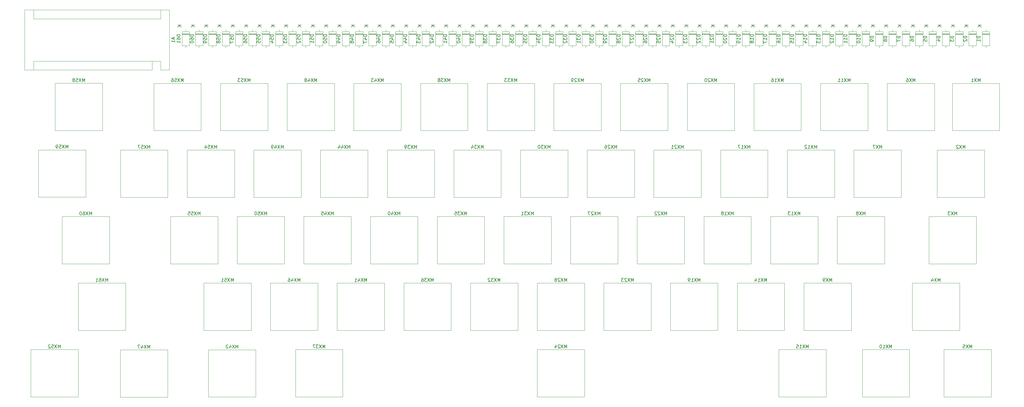
<source format=gbo>
G04 #@! TF.GenerationSoftware,KiCad,Pcbnew,(6.0.7)*
G04 #@! TF.CreationDate,2022-09-06T07:39:14-07:00*
G04 #@! TF.ProjectId,60 Percent Keyboard Ardiuno Micro,36302050-6572-4636-956e-74204b657962,rev?*
G04 #@! TF.SameCoordinates,Original*
G04 #@! TF.FileFunction,Legend,Bot*
G04 #@! TF.FilePolarity,Positive*
%FSLAX46Y46*%
G04 Gerber Fmt 4.6, Leading zero omitted, Abs format (unit mm)*
G04 Created by KiCad (PCBNEW (6.0.7)) date 2022-09-06 07:39:14*
%MOMM*%
%LPD*%
G01*
G04 APERTURE LIST*
%ADD10C,0.150000*%
%ADD11C,0.120000*%
%ADD12C,1.550000*%
%ADD13C,1.750000*%
%ADD14C,4.000000*%
%ADD15R,1.600000X1.600000*%
%ADD16O,1.600000X1.600000*%
G04 APERTURE END LIST*
D10*
X27501904Y-300162380D02*
X27501904Y-299162380D01*
X27168571Y-299876666D01*
X26835238Y-299162380D01*
X26835238Y-300162380D01*
X26454285Y-299162380D02*
X25787619Y-300162380D01*
X25787619Y-299162380D02*
X26454285Y-300162380D01*
X24978095Y-299162380D02*
X25168571Y-299162380D01*
X25263809Y-299210000D01*
X25311428Y-299257619D01*
X25406666Y-299400476D01*
X25454285Y-299590952D01*
X25454285Y-299971904D01*
X25406666Y-300067142D01*
X25359047Y-300114761D01*
X25263809Y-300162380D01*
X25073333Y-300162380D01*
X24978095Y-300114761D01*
X24930476Y-300067142D01*
X24882857Y-299971904D01*
X24882857Y-299733809D01*
X24930476Y-299638571D01*
X24978095Y-299590952D01*
X25073333Y-299543333D01*
X25263809Y-299543333D01*
X25359047Y-299590952D01*
X25406666Y-299638571D01*
X25454285Y-299733809D01*
X23930476Y-300162380D02*
X24501904Y-300162380D01*
X24216190Y-300162380D02*
X24216190Y-299162380D01*
X24311428Y-299305238D01*
X24406666Y-299400476D01*
X24501904Y-299448095D01*
X100161904Y-260182380D02*
X100161904Y-259182380D01*
X99828571Y-259896666D01*
X99495238Y-259182380D01*
X99495238Y-260182380D01*
X99114285Y-259182380D02*
X98447619Y-260182380D01*
X98447619Y-259182380D02*
X99114285Y-260182380D01*
X97638095Y-259515714D02*
X97638095Y-260182380D01*
X97876190Y-259134761D02*
X98114285Y-259849047D01*
X97495238Y-259849047D01*
X96685714Y-259515714D02*
X96685714Y-260182380D01*
X96923809Y-259134761D02*
X97161904Y-259849047D01*
X96542857Y-259849047D01*
X117232380Y-226015714D02*
X116232380Y-226015714D01*
X116232380Y-226253809D01*
X116280000Y-226396666D01*
X116375238Y-226491904D01*
X116470476Y-226539523D01*
X116660952Y-226587142D01*
X116803809Y-226587142D01*
X116994285Y-226539523D01*
X117089523Y-226491904D01*
X117184761Y-226396666D01*
X117232380Y-226253809D01*
X117232380Y-226015714D01*
X116565714Y-227444285D02*
X117232380Y-227444285D01*
X116184761Y-227206190D02*
X116899047Y-226968095D01*
X116899047Y-227587142D01*
X116565714Y-228396666D02*
X117232380Y-228396666D01*
X116184761Y-228158571D02*
X116899047Y-227920476D01*
X116899047Y-228539523D01*
X117552380Y-223158095D02*
X116552380Y-223158095D01*
X117552380Y-223729523D02*
X116980952Y-223300952D01*
X116552380Y-223729523D02*
X117123809Y-223158095D01*
X240161904Y-260182380D02*
X240161904Y-259182380D01*
X239828571Y-259896666D01*
X239495238Y-259182380D01*
X239495238Y-260182380D01*
X239114285Y-259182380D02*
X238447619Y-260182380D01*
X238447619Y-259182380D02*
X239114285Y-260182380D01*
X237542857Y-260182380D02*
X238114285Y-260182380D01*
X237828571Y-260182380D02*
X237828571Y-259182380D01*
X237923809Y-259325238D01*
X238019047Y-259420476D01*
X238114285Y-259468095D01*
X237161904Y-259277619D02*
X237114285Y-259230000D01*
X237019047Y-259182380D01*
X236780952Y-259182380D01*
X236685714Y-259230000D01*
X236638095Y-259277619D01*
X236590476Y-259372857D01*
X236590476Y-259468095D01*
X236638095Y-259610952D01*
X237209523Y-260182380D01*
X236590476Y-260182380D01*
X80161904Y-260182380D02*
X80161904Y-259182380D01*
X79828571Y-259896666D01*
X79495238Y-259182380D01*
X79495238Y-260182380D01*
X79114285Y-259182380D02*
X78447619Y-260182380D01*
X78447619Y-259182380D02*
X79114285Y-260182380D01*
X77638095Y-259515714D02*
X77638095Y-260182380D01*
X77876190Y-259134761D02*
X78114285Y-259849047D01*
X77495238Y-259849047D01*
X77066666Y-260182380D02*
X76876190Y-260182380D01*
X76780952Y-260134761D01*
X76733333Y-260087142D01*
X76638095Y-259944285D01*
X76590476Y-259753809D01*
X76590476Y-259372857D01*
X76638095Y-259277619D01*
X76685714Y-259230000D01*
X76780952Y-259182380D01*
X76971428Y-259182380D01*
X77066666Y-259230000D01*
X77114285Y-259277619D01*
X77161904Y-259372857D01*
X77161904Y-259610952D01*
X77114285Y-259706190D01*
X77066666Y-259753809D01*
X76971428Y-259801428D01*
X76780952Y-259801428D01*
X76685714Y-259753809D01*
X76638095Y-259706190D01*
X76590476Y-259610952D01*
X113232380Y-226015714D02*
X112232380Y-226015714D01*
X112232380Y-226253809D01*
X112280000Y-226396666D01*
X112375238Y-226491904D01*
X112470476Y-226539523D01*
X112660952Y-226587142D01*
X112803809Y-226587142D01*
X112994285Y-226539523D01*
X113089523Y-226491904D01*
X113184761Y-226396666D01*
X113232380Y-226253809D01*
X113232380Y-226015714D01*
X112565714Y-227444285D02*
X113232380Y-227444285D01*
X112184761Y-227206190D02*
X112899047Y-226968095D01*
X112899047Y-227587142D01*
X112232380Y-228444285D02*
X112232380Y-227968095D01*
X112708571Y-227920476D01*
X112660952Y-227968095D01*
X112613333Y-228063333D01*
X112613333Y-228301428D01*
X112660952Y-228396666D01*
X112708571Y-228444285D01*
X112803809Y-228491904D01*
X113041904Y-228491904D01*
X113137142Y-228444285D01*
X113184761Y-228396666D01*
X113232380Y-228301428D01*
X113232380Y-228063333D01*
X113184761Y-227968095D01*
X113137142Y-227920476D01*
X113552380Y-223158095D02*
X112552380Y-223158095D01*
X113552380Y-223729523D02*
X112980952Y-223300952D01*
X112552380Y-223729523D02*
X113123809Y-223158095D01*
X49232380Y-226015714D02*
X48232380Y-226015714D01*
X48232380Y-226253809D01*
X48280000Y-226396666D01*
X48375238Y-226491904D01*
X48470476Y-226539523D01*
X48660952Y-226587142D01*
X48803809Y-226587142D01*
X48994285Y-226539523D01*
X49089523Y-226491904D01*
X49184761Y-226396666D01*
X49232380Y-226253809D01*
X49232380Y-226015714D01*
X48232380Y-227444285D02*
X48232380Y-227253809D01*
X48280000Y-227158571D01*
X48327619Y-227110952D01*
X48470476Y-227015714D01*
X48660952Y-226968095D01*
X49041904Y-226968095D01*
X49137142Y-227015714D01*
X49184761Y-227063333D01*
X49232380Y-227158571D01*
X49232380Y-227349047D01*
X49184761Y-227444285D01*
X49137142Y-227491904D01*
X49041904Y-227539523D01*
X48803809Y-227539523D01*
X48708571Y-227491904D01*
X48660952Y-227444285D01*
X48613333Y-227349047D01*
X48613333Y-227158571D01*
X48660952Y-227063333D01*
X48708571Y-227015714D01*
X48803809Y-226968095D01*
X49232380Y-228491904D02*
X49232380Y-227920476D01*
X49232380Y-228206190D02*
X48232380Y-228206190D01*
X48375238Y-228110952D01*
X48470476Y-228015714D01*
X48518095Y-227920476D01*
X49552380Y-223158095D02*
X48552380Y-223158095D01*
X49552380Y-223729523D02*
X48980952Y-223300952D01*
X48552380Y-223729523D02*
X49123809Y-223158095D01*
X145232380Y-226015714D02*
X144232380Y-226015714D01*
X144232380Y-226253809D01*
X144280000Y-226396666D01*
X144375238Y-226491904D01*
X144470476Y-226539523D01*
X144660952Y-226587142D01*
X144803809Y-226587142D01*
X144994285Y-226539523D01*
X145089523Y-226491904D01*
X145184761Y-226396666D01*
X145232380Y-226253809D01*
X145232380Y-226015714D01*
X144232380Y-226920476D02*
X144232380Y-227539523D01*
X144613333Y-227206190D01*
X144613333Y-227349047D01*
X144660952Y-227444285D01*
X144708571Y-227491904D01*
X144803809Y-227539523D01*
X145041904Y-227539523D01*
X145137142Y-227491904D01*
X145184761Y-227444285D01*
X145232380Y-227349047D01*
X145232380Y-227063333D01*
X145184761Y-226968095D01*
X145137142Y-226920476D01*
X144232380Y-227872857D02*
X144232380Y-228539523D01*
X145232380Y-228110952D01*
X145552380Y-223158095D02*
X144552380Y-223158095D01*
X145552380Y-223729523D02*
X144980952Y-223300952D01*
X144552380Y-223729523D02*
X145123809Y-223158095D01*
X177232380Y-226015714D02*
X176232380Y-226015714D01*
X176232380Y-226253809D01*
X176280000Y-226396666D01*
X176375238Y-226491904D01*
X176470476Y-226539523D01*
X176660952Y-226587142D01*
X176803809Y-226587142D01*
X176994285Y-226539523D01*
X177089523Y-226491904D01*
X177184761Y-226396666D01*
X177232380Y-226253809D01*
X177232380Y-226015714D01*
X176327619Y-226968095D02*
X176280000Y-227015714D01*
X176232380Y-227110952D01*
X176232380Y-227349047D01*
X176280000Y-227444285D01*
X176327619Y-227491904D01*
X176422857Y-227539523D01*
X176518095Y-227539523D01*
X176660952Y-227491904D01*
X177232380Y-226920476D01*
X177232380Y-227539523D01*
X177232380Y-228015714D02*
X177232380Y-228206190D01*
X177184761Y-228301428D01*
X177137142Y-228349047D01*
X176994285Y-228444285D01*
X176803809Y-228491904D01*
X176422857Y-228491904D01*
X176327619Y-228444285D01*
X176280000Y-228396666D01*
X176232380Y-228301428D01*
X176232380Y-228110952D01*
X176280000Y-228015714D01*
X176327619Y-227968095D01*
X176422857Y-227920476D01*
X176660952Y-227920476D01*
X176756190Y-227968095D01*
X176803809Y-228015714D01*
X176851428Y-228110952D01*
X176851428Y-228301428D01*
X176803809Y-228396666D01*
X176756190Y-228444285D01*
X176660952Y-228491904D01*
X177552380Y-223158095D02*
X176552380Y-223158095D01*
X177552380Y-223729523D02*
X176980952Y-223300952D01*
X176552380Y-223729523D02*
X177123809Y-223158095D01*
X244685714Y-300182380D02*
X244685714Y-299182380D01*
X244352380Y-299896666D01*
X244019047Y-299182380D01*
X244019047Y-300182380D01*
X243638095Y-299182380D02*
X242971428Y-300182380D01*
X242971428Y-299182380D02*
X243638095Y-300182380D01*
X242542857Y-300182380D02*
X242352380Y-300182380D01*
X242257142Y-300134761D01*
X242209523Y-300087142D01*
X242114285Y-299944285D01*
X242066666Y-299753809D01*
X242066666Y-299372857D01*
X242114285Y-299277619D01*
X242161904Y-299230000D01*
X242257142Y-299182380D01*
X242447619Y-299182380D01*
X242542857Y-299230000D01*
X242590476Y-299277619D01*
X242638095Y-299372857D01*
X242638095Y-299610952D01*
X242590476Y-299706190D01*
X242542857Y-299753809D01*
X242447619Y-299801428D01*
X242257142Y-299801428D01*
X242161904Y-299753809D01*
X242114285Y-299706190D01*
X242066666Y-299610952D01*
X129232380Y-226015714D02*
X128232380Y-226015714D01*
X128232380Y-226253809D01*
X128280000Y-226396666D01*
X128375238Y-226491904D01*
X128470476Y-226539523D01*
X128660952Y-226587142D01*
X128803809Y-226587142D01*
X128994285Y-226539523D01*
X129089523Y-226491904D01*
X129184761Y-226396666D01*
X129232380Y-226253809D01*
X129232380Y-226015714D01*
X128565714Y-227444285D02*
X129232380Y-227444285D01*
X128184761Y-227206190D02*
X128899047Y-226968095D01*
X128899047Y-227587142D01*
X129232380Y-228491904D02*
X129232380Y-227920476D01*
X129232380Y-228206190D02*
X128232380Y-228206190D01*
X128375238Y-228110952D01*
X128470476Y-228015714D01*
X128518095Y-227920476D01*
X129552380Y-223158095D02*
X128552380Y-223158095D01*
X129552380Y-223729523D02*
X128980952Y-223300952D01*
X128552380Y-223729523D02*
X129123809Y-223158095D01*
X120161904Y-260182380D02*
X120161904Y-259182380D01*
X119828571Y-259896666D01*
X119495238Y-259182380D01*
X119495238Y-260182380D01*
X119114285Y-259182380D02*
X118447619Y-260182380D01*
X118447619Y-259182380D02*
X119114285Y-260182380D01*
X118161904Y-259182380D02*
X117542857Y-259182380D01*
X117876190Y-259563333D01*
X117733333Y-259563333D01*
X117638095Y-259610952D01*
X117590476Y-259658571D01*
X117542857Y-259753809D01*
X117542857Y-259991904D01*
X117590476Y-260087142D01*
X117638095Y-260134761D01*
X117733333Y-260182380D01*
X118019047Y-260182380D01*
X118114285Y-260134761D01*
X118161904Y-260087142D01*
X117066666Y-260182380D02*
X116876190Y-260182380D01*
X116780952Y-260134761D01*
X116733333Y-260087142D01*
X116638095Y-259944285D01*
X116590476Y-259753809D01*
X116590476Y-259372857D01*
X116638095Y-259277619D01*
X116685714Y-259230000D01*
X116780952Y-259182380D01*
X116971428Y-259182380D01*
X117066666Y-259230000D01*
X117114285Y-259277619D01*
X117161904Y-259372857D01*
X117161904Y-259610952D01*
X117114285Y-259706190D01*
X117066666Y-259753809D01*
X116971428Y-259801428D01*
X116780952Y-259801428D01*
X116685714Y-259753809D01*
X116638095Y-259706190D01*
X116590476Y-259610952D01*
X190161904Y-240182380D02*
X190161904Y-239182380D01*
X189828571Y-239896666D01*
X189495238Y-239182380D01*
X189495238Y-240182380D01*
X189114285Y-239182380D02*
X188447619Y-240182380D01*
X188447619Y-239182380D02*
X189114285Y-240182380D01*
X188114285Y-239277619D02*
X188066666Y-239230000D01*
X187971428Y-239182380D01*
X187733333Y-239182380D01*
X187638095Y-239230000D01*
X187590476Y-239277619D01*
X187542857Y-239372857D01*
X187542857Y-239468095D01*
X187590476Y-239610952D01*
X188161904Y-240182380D01*
X187542857Y-240182380D01*
X186638095Y-239182380D02*
X187114285Y-239182380D01*
X187161904Y-239658571D01*
X187114285Y-239610952D01*
X187019047Y-239563333D01*
X186780952Y-239563333D01*
X186685714Y-239610952D01*
X186638095Y-239658571D01*
X186590476Y-239753809D01*
X186590476Y-239991904D01*
X186638095Y-240087142D01*
X186685714Y-240134761D01*
X186780952Y-240182380D01*
X187019047Y-240182380D01*
X187114285Y-240134761D01*
X187161904Y-240087142D01*
X13251904Y-320152380D02*
X13251904Y-319152380D01*
X12918571Y-319866666D01*
X12585238Y-319152380D01*
X12585238Y-320152380D01*
X12204285Y-319152380D02*
X11537619Y-320152380D01*
X11537619Y-319152380D02*
X12204285Y-320152380D01*
X10680476Y-319152380D02*
X11156666Y-319152380D01*
X11204285Y-319628571D01*
X11156666Y-319580952D01*
X11061428Y-319533333D01*
X10823333Y-319533333D01*
X10728095Y-319580952D01*
X10680476Y-319628571D01*
X10632857Y-319723809D01*
X10632857Y-319961904D01*
X10680476Y-320057142D01*
X10728095Y-320104761D01*
X10823333Y-320152380D01*
X11061428Y-320152380D01*
X11156666Y-320104761D01*
X11204285Y-320057142D01*
X10251904Y-319247619D02*
X10204285Y-319200000D01*
X10109047Y-319152380D01*
X9870952Y-319152380D01*
X9775714Y-319200000D01*
X9728095Y-319247619D01*
X9680476Y-319342857D01*
X9680476Y-319438095D01*
X9728095Y-319580952D01*
X10299523Y-320152380D01*
X9680476Y-320152380D01*
X40161904Y-260182380D02*
X40161904Y-259182380D01*
X39828571Y-259896666D01*
X39495238Y-259182380D01*
X39495238Y-260182380D01*
X39114285Y-259182380D02*
X38447619Y-260182380D01*
X38447619Y-259182380D02*
X39114285Y-260182380D01*
X37590476Y-259182380D02*
X38066666Y-259182380D01*
X38114285Y-259658571D01*
X38066666Y-259610952D01*
X37971428Y-259563333D01*
X37733333Y-259563333D01*
X37638095Y-259610952D01*
X37590476Y-259658571D01*
X37542857Y-259753809D01*
X37542857Y-259991904D01*
X37590476Y-260087142D01*
X37638095Y-260134761D01*
X37733333Y-260182380D01*
X37971428Y-260182380D01*
X38066666Y-260134761D01*
X38114285Y-260087142D01*
X37209523Y-259182380D02*
X36542857Y-259182380D01*
X36971428Y-260182380D01*
X65161904Y-300182380D02*
X65161904Y-299182380D01*
X64828571Y-299896666D01*
X64495238Y-299182380D01*
X64495238Y-300182380D01*
X64114285Y-299182380D02*
X63447619Y-300182380D01*
X63447619Y-299182380D02*
X64114285Y-300182380D01*
X62590476Y-299182380D02*
X63066666Y-299182380D01*
X63114285Y-299658571D01*
X63066666Y-299610952D01*
X62971428Y-299563333D01*
X62733333Y-299563333D01*
X62638095Y-299610952D01*
X62590476Y-299658571D01*
X62542857Y-299753809D01*
X62542857Y-299991904D01*
X62590476Y-300087142D01*
X62638095Y-300134761D01*
X62733333Y-300182380D01*
X62971428Y-300182380D01*
X63066666Y-300134761D01*
X63114285Y-300087142D01*
X61590476Y-300182380D02*
X62161904Y-300182380D01*
X61876190Y-300182380D02*
X61876190Y-299182380D01*
X61971428Y-299325238D01*
X62066666Y-299420476D01*
X62161904Y-299468095D01*
X85161904Y-300182380D02*
X85161904Y-299182380D01*
X84828571Y-299896666D01*
X84495238Y-299182380D01*
X84495238Y-300182380D01*
X84114285Y-299182380D02*
X83447619Y-300182380D01*
X83447619Y-299182380D02*
X84114285Y-300182380D01*
X82638095Y-299515714D02*
X82638095Y-300182380D01*
X82876190Y-299134761D02*
X83114285Y-299849047D01*
X82495238Y-299849047D01*
X81685714Y-299182380D02*
X81876190Y-299182380D01*
X81971428Y-299230000D01*
X82019047Y-299277619D01*
X82114285Y-299420476D01*
X82161904Y-299610952D01*
X82161904Y-299991904D01*
X82114285Y-300087142D01*
X82066666Y-300134761D01*
X81971428Y-300182380D01*
X81780952Y-300182380D01*
X81685714Y-300134761D01*
X81638095Y-300087142D01*
X81590476Y-299991904D01*
X81590476Y-299753809D01*
X81638095Y-299658571D01*
X81685714Y-299610952D01*
X81780952Y-299563333D01*
X81971428Y-299563333D01*
X82066666Y-299610952D01*
X82114285Y-299658571D01*
X82161904Y-299753809D01*
X205232380Y-226015714D02*
X204232380Y-226015714D01*
X204232380Y-226253809D01*
X204280000Y-226396666D01*
X204375238Y-226491904D01*
X204470476Y-226539523D01*
X204660952Y-226587142D01*
X204803809Y-226587142D01*
X204994285Y-226539523D01*
X205089523Y-226491904D01*
X205184761Y-226396666D01*
X205232380Y-226253809D01*
X205232380Y-226015714D01*
X204327619Y-226968095D02*
X204280000Y-227015714D01*
X204232380Y-227110952D01*
X204232380Y-227349047D01*
X204280000Y-227444285D01*
X204327619Y-227491904D01*
X204422857Y-227539523D01*
X204518095Y-227539523D01*
X204660952Y-227491904D01*
X205232380Y-226920476D01*
X205232380Y-227539523D01*
X204327619Y-227920476D02*
X204280000Y-227968095D01*
X204232380Y-228063333D01*
X204232380Y-228301428D01*
X204280000Y-228396666D01*
X204327619Y-228444285D01*
X204422857Y-228491904D01*
X204518095Y-228491904D01*
X204660952Y-228444285D01*
X205232380Y-227872857D01*
X205232380Y-228491904D01*
X205552380Y-223158095D02*
X204552380Y-223158095D01*
X205552380Y-223729523D02*
X204980952Y-223300952D01*
X204552380Y-223729523D02*
X205123809Y-223158095D01*
X125161904Y-300182380D02*
X125161904Y-299182380D01*
X124828571Y-299896666D01*
X124495238Y-299182380D01*
X124495238Y-300182380D01*
X124114285Y-299182380D02*
X123447619Y-300182380D01*
X123447619Y-299182380D02*
X124114285Y-300182380D01*
X123161904Y-299182380D02*
X122542857Y-299182380D01*
X122876190Y-299563333D01*
X122733333Y-299563333D01*
X122638095Y-299610952D01*
X122590476Y-299658571D01*
X122542857Y-299753809D01*
X122542857Y-299991904D01*
X122590476Y-300087142D01*
X122638095Y-300134761D01*
X122733333Y-300182380D01*
X123019047Y-300182380D01*
X123114285Y-300134761D01*
X123161904Y-300087142D01*
X121685714Y-299182380D02*
X121876190Y-299182380D01*
X121971428Y-299230000D01*
X122019047Y-299277619D01*
X122114285Y-299420476D01*
X122161904Y-299610952D01*
X122161904Y-299991904D01*
X122114285Y-300087142D01*
X122066666Y-300134761D01*
X121971428Y-300182380D01*
X121780952Y-300182380D01*
X121685714Y-300134761D01*
X121638095Y-300087142D01*
X121590476Y-299991904D01*
X121590476Y-299753809D01*
X121638095Y-299658571D01*
X121685714Y-299610952D01*
X121780952Y-299563333D01*
X121971428Y-299563333D01*
X122066666Y-299610952D01*
X122114285Y-299658571D01*
X122161904Y-299753809D01*
X259685714Y-260182380D02*
X259685714Y-259182380D01*
X259352380Y-259896666D01*
X259019047Y-259182380D01*
X259019047Y-260182380D01*
X258638095Y-259182380D02*
X257971428Y-260182380D01*
X257971428Y-259182380D02*
X258638095Y-260182380D01*
X257685714Y-259182380D02*
X257019047Y-259182380D01*
X257447619Y-260182380D01*
X65232380Y-226015714D02*
X64232380Y-226015714D01*
X64232380Y-226253809D01*
X64280000Y-226396666D01*
X64375238Y-226491904D01*
X64470476Y-226539523D01*
X64660952Y-226587142D01*
X64803809Y-226587142D01*
X64994285Y-226539523D01*
X65089523Y-226491904D01*
X65184761Y-226396666D01*
X65232380Y-226253809D01*
X65232380Y-226015714D01*
X64232380Y-227491904D02*
X64232380Y-227015714D01*
X64708571Y-226968095D01*
X64660952Y-227015714D01*
X64613333Y-227110952D01*
X64613333Y-227349047D01*
X64660952Y-227444285D01*
X64708571Y-227491904D01*
X64803809Y-227539523D01*
X65041904Y-227539523D01*
X65137142Y-227491904D01*
X65184761Y-227444285D01*
X65232380Y-227349047D01*
X65232380Y-227110952D01*
X65184761Y-227015714D01*
X65137142Y-226968095D01*
X64232380Y-227872857D02*
X64232380Y-228539523D01*
X65232380Y-228110952D01*
X65552380Y-223158095D02*
X64552380Y-223158095D01*
X65552380Y-223729523D02*
X64980952Y-223300952D01*
X64552380Y-223729523D02*
X65123809Y-223158095D01*
X277185714Y-300182380D02*
X277185714Y-299182380D01*
X276852380Y-299896666D01*
X276519047Y-299182380D01*
X276519047Y-300182380D01*
X276138095Y-299182380D02*
X275471428Y-300182380D01*
X275471428Y-299182380D02*
X276138095Y-300182380D01*
X274661904Y-299515714D02*
X274661904Y-300182380D01*
X274900000Y-299134761D02*
X275138095Y-299849047D01*
X274519047Y-299849047D01*
X253232380Y-226015714D02*
X252232380Y-226015714D01*
X252232380Y-226253809D01*
X252280000Y-226396666D01*
X252375238Y-226491904D01*
X252470476Y-226539523D01*
X252660952Y-226587142D01*
X252803809Y-226587142D01*
X252994285Y-226539523D01*
X253089523Y-226491904D01*
X253184761Y-226396666D01*
X253232380Y-226253809D01*
X253232380Y-226015714D01*
X253232380Y-227539523D02*
X253232380Y-226968095D01*
X253232380Y-227253809D02*
X252232380Y-227253809D01*
X252375238Y-227158571D01*
X252470476Y-227063333D01*
X252518095Y-226968095D01*
X252232380Y-228158571D02*
X252232380Y-228253809D01*
X252280000Y-228349047D01*
X252327619Y-228396666D01*
X252422857Y-228444285D01*
X252613333Y-228491904D01*
X252851428Y-228491904D01*
X253041904Y-228444285D01*
X253137142Y-228396666D01*
X253184761Y-228349047D01*
X253232380Y-228253809D01*
X253232380Y-228158571D01*
X253184761Y-228063333D01*
X253137142Y-228015714D01*
X253041904Y-227968095D01*
X252851428Y-227920476D01*
X252613333Y-227920476D01*
X252422857Y-227968095D01*
X252327619Y-228015714D01*
X252280000Y-228063333D01*
X252232380Y-228158571D01*
X253552380Y-223158095D02*
X252552380Y-223158095D01*
X253552380Y-223729523D02*
X252980952Y-223300952D01*
X252552380Y-223729523D02*
X253123809Y-223158095D01*
X20561904Y-240162380D02*
X20561904Y-239162380D01*
X20228571Y-239876666D01*
X19895238Y-239162380D01*
X19895238Y-240162380D01*
X19514285Y-239162380D02*
X18847619Y-240162380D01*
X18847619Y-239162380D02*
X19514285Y-240162380D01*
X17990476Y-239162380D02*
X18466666Y-239162380D01*
X18514285Y-239638571D01*
X18466666Y-239590952D01*
X18371428Y-239543333D01*
X18133333Y-239543333D01*
X18038095Y-239590952D01*
X17990476Y-239638571D01*
X17942857Y-239733809D01*
X17942857Y-239971904D01*
X17990476Y-240067142D01*
X18038095Y-240114761D01*
X18133333Y-240162380D01*
X18371428Y-240162380D01*
X18466666Y-240114761D01*
X18514285Y-240067142D01*
X17371428Y-239590952D02*
X17466666Y-239543333D01*
X17514285Y-239495714D01*
X17561904Y-239400476D01*
X17561904Y-239352857D01*
X17514285Y-239257619D01*
X17466666Y-239210000D01*
X17371428Y-239162380D01*
X17180952Y-239162380D01*
X17085714Y-239210000D01*
X17038095Y-239257619D01*
X16990476Y-239352857D01*
X16990476Y-239400476D01*
X17038095Y-239495714D01*
X17085714Y-239543333D01*
X17180952Y-239590952D01*
X17371428Y-239590952D01*
X17466666Y-239638571D01*
X17514285Y-239686190D01*
X17561904Y-239781428D01*
X17561904Y-239971904D01*
X17514285Y-240067142D01*
X17466666Y-240114761D01*
X17371428Y-240162380D01*
X17180952Y-240162380D01*
X17085714Y-240114761D01*
X17038095Y-240067142D01*
X16990476Y-239971904D01*
X16990476Y-239781428D01*
X17038095Y-239686190D01*
X17085714Y-239638571D01*
X17180952Y-239590952D01*
X233232380Y-226015714D02*
X232232380Y-226015714D01*
X232232380Y-226253809D01*
X232280000Y-226396666D01*
X232375238Y-226491904D01*
X232470476Y-226539523D01*
X232660952Y-226587142D01*
X232803809Y-226587142D01*
X232994285Y-226539523D01*
X233089523Y-226491904D01*
X233184761Y-226396666D01*
X233232380Y-226253809D01*
X233232380Y-226015714D01*
X233232380Y-227539523D02*
X233232380Y-226968095D01*
X233232380Y-227253809D02*
X232232380Y-227253809D01*
X232375238Y-227158571D01*
X232470476Y-227063333D01*
X232518095Y-226968095D01*
X232232380Y-228444285D02*
X232232380Y-227968095D01*
X232708571Y-227920476D01*
X232660952Y-227968095D01*
X232613333Y-228063333D01*
X232613333Y-228301428D01*
X232660952Y-228396666D01*
X232708571Y-228444285D01*
X232803809Y-228491904D01*
X233041904Y-228491904D01*
X233137142Y-228444285D01*
X233184761Y-228396666D01*
X233232380Y-228301428D01*
X233232380Y-228063333D01*
X233184761Y-227968095D01*
X233137142Y-227920476D01*
X233552380Y-223158095D02*
X232552380Y-223158095D01*
X233552380Y-223729523D02*
X232980952Y-223300952D01*
X232552380Y-223729523D02*
X233123809Y-223158095D01*
X169232380Y-226015714D02*
X168232380Y-226015714D01*
X168232380Y-226253809D01*
X168280000Y-226396666D01*
X168375238Y-226491904D01*
X168470476Y-226539523D01*
X168660952Y-226587142D01*
X168803809Y-226587142D01*
X168994285Y-226539523D01*
X169089523Y-226491904D01*
X169184761Y-226396666D01*
X169232380Y-226253809D01*
X169232380Y-226015714D01*
X168232380Y-226920476D02*
X168232380Y-227539523D01*
X168613333Y-227206190D01*
X168613333Y-227349047D01*
X168660952Y-227444285D01*
X168708571Y-227491904D01*
X168803809Y-227539523D01*
X169041904Y-227539523D01*
X169137142Y-227491904D01*
X169184761Y-227444285D01*
X169232380Y-227349047D01*
X169232380Y-227063333D01*
X169184761Y-226968095D01*
X169137142Y-226920476D01*
X169232380Y-228491904D02*
X169232380Y-227920476D01*
X169232380Y-228206190D02*
X168232380Y-228206190D01*
X168375238Y-228110952D01*
X168470476Y-228015714D01*
X168518095Y-227920476D01*
X169552380Y-223158095D02*
X168552380Y-223158095D01*
X169552380Y-223729523D02*
X168980952Y-223300952D01*
X168552380Y-223729523D02*
X169123809Y-223158095D01*
X110161904Y-240182380D02*
X110161904Y-239182380D01*
X109828571Y-239896666D01*
X109495238Y-239182380D01*
X109495238Y-240182380D01*
X109114285Y-239182380D02*
X108447619Y-240182380D01*
X108447619Y-239182380D02*
X109114285Y-240182380D01*
X107638095Y-239515714D02*
X107638095Y-240182380D01*
X107876190Y-239134761D02*
X108114285Y-239849047D01*
X107495238Y-239849047D01*
X107209523Y-239182380D02*
X106590476Y-239182380D01*
X106923809Y-239563333D01*
X106780952Y-239563333D01*
X106685714Y-239610952D01*
X106638095Y-239658571D01*
X106590476Y-239753809D01*
X106590476Y-239991904D01*
X106638095Y-240087142D01*
X106685714Y-240134761D01*
X106780952Y-240182380D01*
X107066666Y-240182380D01*
X107161904Y-240134761D01*
X107209523Y-240087142D01*
X149232380Y-226015714D02*
X148232380Y-226015714D01*
X148232380Y-226253809D01*
X148280000Y-226396666D01*
X148375238Y-226491904D01*
X148470476Y-226539523D01*
X148660952Y-226587142D01*
X148803809Y-226587142D01*
X148994285Y-226539523D01*
X149089523Y-226491904D01*
X149184761Y-226396666D01*
X149232380Y-226253809D01*
X149232380Y-226015714D01*
X148232380Y-226920476D02*
X148232380Y-227539523D01*
X148613333Y-227206190D01*
X148613333Y-227349047D01*
X148660952Y-227444285D01*
X148708571Y-227491904D01*
X148803809Y-227539523D01*
X149041904Y-227539523D01*
X149137142Y-227491904D01*
X149184761Y-227444285D01*
X149232380Y-227349047D01*
X149232380Y-227063333D01*
X149184761Y-226968095D01*
X149137142Y-226920476D01*
X148232380Y-228396666D02*
X148232380Y-228206190D01*
X148280000Y-228110952D01*
X148327619Y-228063333D01*
X148470476Y-227968095D01*
X148660952Y-227920476D01*
X149041904Y-227920476D01*
X149137142Y-227968095D01*
X149184761Y-228015714D01*
X149232380Y-228110952D01*
X149232380Y-228301428D01*
X149184761Y-228396666D01*
X149137142Y-228444285D01*
X149041904Y-228491904D01*
X148803809Y-228491904D01*
X148708571Y-228444285D01*
X148660952Y-228396666D01*
X148613333Y-228301428D01*
X148613333Y-228110952D01*
X148660952Y-228015714D01*
X148708571Y-227968095D01*
X148803809Y-227920476D01*
X149552380Y-223158095D02*
X148552380Y-223158095D01*
X149552380Y-223729523D02*
X148980952Y-223300952D01*
X148552380Y-223729523D02*
X149123809Y-223158095D01*
X90161904Y-240182380D02*
X90161904Y-239182380D01*
X89828571Y-239896666D01*
X89495238Y-239182380D01*
X89495238Y-240182380D01*
X89114285Y-239182380D02*
X88447619Y-240182380D01*
X88447619Y-239182380D02*
X89114285Y-240182380D01*
X87638095Y-239515714D02*
X87638095Y-240182380D01*
X87876190Y-239134761D02*
X88114285Y-239849047D01*
X87495238Y-239849047D01*
X86971428Y-239610952D02*
X87066666Y-239563333D01*
X87114285Y-239515714D01*
X87161904Y-239420476D01*
X87161904Y-239372857D01*
X87114285Y-239277619D01*
X87066666Y-239230000D01*
X86971428Y-239182380D01*
X86780952Y-239182380D01*
X86685714Y-239230000D01*
X86638095Y-239277619D01*
X86590476Y-239372857D01*
X86590476Y-239420476D01*
X86638095Y-239515714D01*
X86685714Y-239563333D01*
X86780952Y-239610952D01*
X86971428Y-239610952D01*
X87066666Y-239658571D01*
X87114285Y-239706190D01*
X87161904Y-239801428D01*
X87161904Y-239991904D01*
X87114285Y-240087142D01*
X87066666Y-240134761D01*
X86971428Y-240182380D01*
X86780952Y-240182380D01*
X86685714Y-240134761D01*
X86638095Y-240087142D01*
X86590476Y-239991904D01*
X86590476Y-239801428D01*
X86638095Y-239706190D01*
X86685714Y-239658571D01*
X86780952Y-239610952D01*
X165232380Y-226015714D02*
X164232380Y-226015714D01*
X164232380Y-226253809D01*
X164280000Y-226396666D01*
X164375238Y-226491904D01*
X164470476Y-226539523D01*
X164660952Y-226587142D01*
X164803809Y-226587142D01*
X164994285Y-226539523D01*
X165089523Y-226491904D01*
X165184761Y-226396666D01*
X165232380Y-226253809D01*
X165232380Y-226015714D01*
X164232380Y-226920476D02*
X164232380Y-227539523D01*
X164613333Y-227206190D01*
X164613333Y-227349047D01*
X164660952Y-227444285D01*
X164708571Y-227491904D01*
X164803809Y-227539523D01*
X165041904Y-227539523D01*
X165137142Y-227491904D01*
X165184761Y-227444285D01*
X165232380Y-227349047D01*
X165232380Y-227063333D01*
X165184761Y-226968095D01*
X165137142Y-226920476D01*
X164327619Y-227920476D02*
X164280000Y-227968095D01*
X164232380Y-228063333D01*
X164232380Y-228301428D01*
X164280000Y-228396666D01*
X164327619Y-228444285D01*
X164422857Y-228491904D01*
X164518095Y-228491904D01*
X164660952Y-228444285D01*
X165232380Y-227872857D01*
X165232380Y-228491904D01*
X165552380Y-223158095D02*
X164552380Y-223158095D01*
X165552380Y-223729523D02*
X164980952Y-223300952D01*
X164552380Y-223729523D02*
X165123809Y-223158095D01*
X289185714Y-240182380D02*
X289185714Y-239182380D01*
X288852380Y-239896666D01*
X288519047Y-239182380D01*
X288519047Y-240182380D01*
X288138095Y-239182380D02*
X287471428Y-240182380D01*
X287471428Y-239182380D02*
X288138095Y-240182380D01*
X286566666Y-240182380D02*
X287138095Y-240182380D01*
X286852380Y-240182380D02*
X286852380Y-239182380D01*
X286947619Y-239325238D01*
X287042857Y-239420476D01*
X287138095Y-239468095D01*
X235161904Y-280182380D02*
X235161904Y-279182380D01*
X234828571Y-279896666D01*
X234495238Y-279182380D01*
X234495238Y-280182380D01*
X234114285Y-279182380D02*
X233447619Y-280182380D01*
X233447619Y-279182380D02*
X234114285Y-280182380D01*
X232542857Y-280182380D02*
X233114285Y-280182380D01*
X232828571Y-280182380D02*
X232828571Y-279182380D01*
X232923809Y-279325238D01*
X233019047Y-279420476D01*
X233114285Y-279468095D01*
X232209523Y-279182380D02*
X231590476Y-279182380D01*
X231923809Y-279563333D01*
X231780952Y-279563333D01*
X231685714Y-279610952D01*
X231638095Y-279658571D01*
X231590476Y-279753809D01*
X231590476Y-279991904D01*
X231638095Y-280087142D01*
X231685714Y-280134761D01*
X231780952Y-280182380D01*
X232066666Y-280182380D01*
X232161904Y-280134761D01*
X232209523Y-280087142D01*
X85232380Y-226015714D02*
X84232380Y-226015714D01*
X84232380Y-226253809D01*
X84280000Y-226396666D01*
X84375238Y-226491904D01*
X84470476Y-226539523D01*
X84660952Y-226587142D01*
X84803809Y-226587142D01*
X84994285Y-226539523D01*
X85089523Y-226491904D01*
X85184761Y-226396666D01*
X85232380Y-226253809D01*
X85232380Y-226015714D01*
X84232380Y-227491904D02*
X84232380Y-227015714D01*
X84708571Y-226968095D01*
X84660952Y-227015714D01*
X84613333Y-227110952D01*
X84613333Y-227349047D01*
X84660952Y-227444285D01*
X84708571Y-227491904D01*
X84803809Y-227539523D01*
X85041904Y-227539523D01*
X85137142Y-227491904D01*
X85184761Y-227444285D01*
X85232380Y-227349047D01*
X85232380Y-227110952D01*
X85184761Y-227015714D01*
X85137142Y-226968095D01*
X84327619Y-227920476D02*
X84280000Y-227968095D01*
X84232380Y-228063333D01*
X84232380Y-228301428D01*
X84280000Y-228396666D01*
X84327619Y-228444285D01*
X84422857Y-228491904D01*
X84518095Y-228491904D01*
X84660952Y-228444285D01*
X85232380Y-227872857D01*
X85232380Y-228491904D01*
X85552380Y-223158095D02*
X84552380Y-223158095D01*
X85552380Y-223729523D02*
X84980952Y-223300952D01*
X84552380Y-223729523D02*
X85123809Y-223158095D01*
X40111904Y-320242380D02*
X40111904Y-319242380D01*
X39778571Y-319956666D01*
X39445238Y-319242380D01*
X39445238Y-320242380D01*
X39064285Y-319242380D02*
X38397619Y-320242380D01*
X38397619Y-319242380D02*
X39064285Y-320242380D01*
X37588095Y-319575714D02*
X37588095Y-320242380D01*
X37826190Y-319194761D02*
X38064285Y-319909047D01*
X37445238Y-319909047D01*
X37159523Y-319242380D02*
X36492857Y-319242380D01*
X36921428Y-320242380D01*
X89232380Y-226015714D02*
X88232380Y-226015714D01*
X88232380Y-226253809D01*
X88280000Y-226396666D01*
X88375238Y-226491904D01*
X88470476Y-226539523D01*
X88660952Y-226587142D01*
X88803809Y-226587142D01*
X88994285Y-226539523D01*
X89089523Y-226491904D01*
X89184761Y-226396666D01*
X89232380Y-226253809D01*
X89232380Y-226015714D01*
X88232380Y-227491904D02*
X88232380Y-227015714D01*
X88708571Y-226968095D01*
X88660952Y-227015714D01*
X88613333Y-227110952D01*
X88613333Y-227349047D01*
X88660952Y-227444285D01*
X88708571Y-227491904D01*
X88803809Y-227539523D01*
X89041904Y-227539523D01*
X89137142Y-227491904D01*
X89184761Y-227444285D01*
X89232380Y-227349047D01*
X89232380Y-227110952D01*
X89184761Y-227015714D01*
X89137142Y-226968095D01*
X89232380Y-228491904D02*
X89232380Y-227920476D01*
X89232380Y-228206190D02*
X88232380Y-228206190D01*
X88375238Y-228110952D01*
X88470476Y-228015714D01*
X88518095Y-227920476D01*
X89552380Y-223158095D02*
X88552380Y-223158095D01*
X89552380Y-223729523D02*
X88980952Y-223300952D01*
X88552380Y-223729523D02*
X89123809Y-223158095D01*
X153232380Y-226015714D02*
X152232380Y-226015714D01*
X152232380Y-226253809D01*
X152280000Y-226396666D01*
X152375238Y-226491904D01*
X152470476Y-226539523D01*
X152660952Y-226587142D01*
X152803809Y-226587142D01*
X152994285Y-226539523D01*
X153089523Y-226491904D01*
X153184761Y-226396666D01*
X153232380Y-226253809D01*
X153232380Y-226015714D01*
X152232380Y-226920476D02*
X152232380Y-227539523D01*
X152613333Y-227206190D01*
X152613333Y-227349047D01*
X152660952Y-227444285D01*
X152708571Y-227491904D01*
X152803809Y-227539523D01*
X153041904Y-227539523D01*
X153137142Y-227491904D01*
X153184761Y-227444285D01*
X153232380Y-227349047D01*
X153232380Y-227063333D01*
X153184761Y-226968095D01*
X153137142Y-226920476D01*
X152232380Y-228444285D02*
X152232380Y-227968095D01*
X152708571Y-227920476D01*
X152660952Y-227968095D01*
X152613333Y-228063333D01*
X152613333Y-228301428D01*
X152660952Y-228396666D01*
X152708571Y-228444285D01*
X152803809Y-228491904D01*
X153041904Y-228491904D01*
X153137142Y-228444285D01*
X153184761Y-228396666D01*
X153232380Y-228301428D01*
X153232380Y-228063333D01*
X153184761Y-227968095D01*
X153137142Y-227920476D01*
X153552380Y-223158095D02*
X152552380Y-223158095D01*
X153552380Y-223729523D02*
X152980952Y-223300952D01*
X152552380Y-223729523D02*
X153123809Y-223158095D01*
X281232380Y-226491904D02*
X280232380Y-226491904D01*
X280232380Y-226730000D01*
X280280000Y-226872857D01*
X280375238Y-226968095D01*
X280470476Y-227015714D01*
X280660952Y-227063333D01*
X280803809Y-227063333D01*
X280994285Y-227015714D01*
X281089523Y-226968095D01*
X281184761Y-226872857D01*
X281232380Y-226730000D01*
X281232380Y-226491904D01*
X280232380Y-227396666D02*
X280232380Y-228015714D01*
X280613333Y-227682380D01*
X280613333Y-227825238D01*
X280660952Y-227920476D01*
X280708571Y-227968095D01*
X280803809Y-228015714D01*
X281041904Y-228015714D01*
X281137142Y-227968095D01*
X281184761Y-227920476D01*
X281232380Y-227825238D01*
X281232380Y-227539523D01*
X281184761Y-227444285D01*
X281137142Y-227396666D01*
X281552380Y-223158095D02*
X280552380Y-223158095D01*
X281552380Y-223729523D02*
X280980952Y-223300952D01*
X280552380Y-223729523D02*
X281123809Y-223158095D01*
X284685714Y-260182380D02*
X284685714Y-259182380D01*
X284352380Y-259896666D01*
X284019047Y-259182380D01*
X284019047Y-260182380D01*
X283638095Y-259182380D02*
X282971428Y-260182380D01*
X282971428Y-259182380D02*
X283638095Y-260182380D01*
X282638095Y-259277619D02*
X282590476Y-259230000D01*
X282495238Y-259182380D01*
X282257142Y-259182380D01*
X282161904Y-259230000D01*
X282114285Y-259277619D01*
X282066666Y-259372857D01*
X282066666Y-259468095D01*
X282114285Y-259610952D01*
X282685714Y-260182380D01*
X282066666Y-260182380D01*
X221232380Y-226015714D02*
X220232380Y-226015714D01*
X220232380Y-226253809D01*
X220280000Y-226396666D01*
X220375238Y-226491904D01*
X220470476Y-226539523D01*
X220660952Y-226587142D01*
X220803809Y-226587142D01*
X220994285Y-226539523D01*
X221089523Y-226491904D01*
X221184761Y-226396666D01*
X221232380Y-226253809D01*
X221232380Y-226015714D01*
X221232380Y-227539523D02*
X221232380Y-226968095D01*
X221232380Y-227253809D02*
X220232380Y-227253809D01*
X220375238Y-227158571D01*
X220470476Y-227063333D01*
X220518095Y-226968095D01*
X220660952Y-228110952D02*
X220613333Y-228015714D01*
X220565714Y-227968095D01*
X220470476Y-227920476D01*
X220422857Y-227920476D01*
X220327619Y-227968095D01*
X220280000Y-228015714D01*
X220232380Y-228110952D01*
X220232380Y-228301428D01*
X220280000Y-228396666D01*
X220327619Y-228444285D01*
X220422857Y-228491904D01*
X220470476Y-228491904D01*
X220565714Y-228444285D01*
X220613333Y-228396666D01*
X220660952Y-228301428D01*
X220660952Y-228110952D01*
X220708571Y-228015714D01*
X220756190Y-227968095D01*
X220851428Y-227920476D01*
X221041904Y-227920476D01*
X221137142Y-227968095D01*
X221184761Y-228015714D01*
X221232380Y-228110952D01*
X221232380Y-228301428D01*
X221184761Y-228396666D01*
X221137142Y-228444285D01*
X221041904Y-228491904D01*
X220851428Y-228491904D01*
X220756190Y-228444285D01*
X220708571Y-228396666D01*
X220660952Y-228301428D01*
X221552380Y-223158095D02*
X220552380Y-223158095D01*
X221552380Y-223729523D02*
X220980952Y-223300952D01*
X220552380Y-223729523D02*
X221123809Y-223158095D01*
X157232380Y-226015714D02*
X156232380Y-226015714D01*
X156232380Y-226253809D01*
X156280000Y-226396666D01*
X156375238Y-226491904D01*
X156470476Y-226539523D01*
X156660952Y-226587142D01*
X156803809Y-226587142D01*
X156994285Y-226539523D01*
X157089523Y-226491904D01*
X157184761Y-226396666D01*
X157232380Y-226253809D01*
X157232380Y-226015714D01*
X156232380Y-226920476D02*
X156232380Y-227539523D01*
X156613333Y-227206190D01*
X156613333Y-227349047D01*
X156660952Y-227444285D01*
X156708571Y-227491904D01*
X156803809Y-227539523D01*
X157041904Y-227539523D01*
X157137142Y-227491904D01*
X157184761Y-227444285D01*
X157232380Y-227349047D01*
X157232380Y-227063333D01*
X157184761Y-226968095D01*
X157137142Y-226920476D01*
X156565714Y-228396666D02*
X157232380Y-228396666D01*
X156184761Y-228158571D02*
X156899047Y-227920476D01*
X156899047Y-228539523D01*
X157552380Y-223158095D02*
X156552380Y-223158095D01*
X157552380Y-223729523D02*
X156980952Y-223300952D01*
X156552380Y-223729523D02*
X157123809Y-223158095D01*
X215161904Y-280182380D02*
X215161904Y-279182380D01*
X214828571Y-279896666D01*
X214495238Y-279182380D01*
X214495238Y-280182380D01*
X214114285Y-279182380D02*
X213447619Y-280182380D01*
X213447619Y-279182380D02*
X214114285Y-280182380D01*
X212542857Y-280182380D02*
X213114285Y-280182380D01*
X212828571Y-280182380D02*
X212828571Y-279182380D01*
X212923809Y-279325238D01*
X213019047Y-279420476D01*
X213114285Y-279468095D01*
X211971428Y-279610952D02*
X212066666Y-279563333D01*
X212114285Y-279515714D01*
X212161904Y-279420476D01*
X212161904Y-279372857D01*
X212114285Y-279277619D01*
X212066666Y-279230000D01*
X211971428Y-279182380D01*
X211780952Y-279182380D01*
X211685714Y-279230000D01*
X211638095Y-279277619D01*
X211590476Y-279372857D01*
X211590476Y-279420476D01*
X211638095Y-279515714D01*
X211685714Y-279563333D01*
X211780952Y-279610952D01*
X211971428Y-279610952D01*
X212066666Y-279658571D01*
X212114285Y-279706190D01*
X212161904Y-279801428D01*
X212161904Y-279991904D01*
X212114285Y-280087142D01*
X212066666Y-280134761D01*
X211971428Y-280182380D01*
X211780952Y-280182380D01*
X211685714Y-280134761D01*
X211638095Y-280087142D01*
X211590476Y-279991904D01*
X211590476Y-279801428D01*
X211638095Y-279706190D01*
X211685714Y-279658571D01*
X211780952Y-279610952D01*
X289232380Y-226491904D02*
X288232380Y-226491904D01*
X288232380Y-226730000D01*
X288280000Y-226872857D01*
X288375238Y-226968095D01*
X288470476Y-227015714D01*
X288660952Y-227063333D01*
X288803809Y-227063333D01*
X288994285Y-227015714D01*
X289089523Y-226968095D01*
X289184761Y-226872857D01*
X289232380Y-226730000D01*
X289232380Y-226491904D01*
X289232380Y-228015714D02*
X289232380Y-227444285D01*
X289232380Y-227730000D02*
X288232380Y-227730000D01*
X288375238Y-227634761D01*
X288470476Y-227539523D01*
X288518095Y-227444285D01*
X289552380Y-223158095D02*
X288552380Y-223158095D01*
X289552380Y-223729523D02*
X288980952Y-223300952D01*
X288552380Y-223729523D02*
X289123809Y-223158095D01*
X220161904Y-260182380D02*
X220161904Y-259182380D01*
X219828571Y-259896666D01*
X219495238Y-259182380D01*
X219495238Y-260182380D01*
X219114285Y-259182380D02*
X218447619Y-260182380D01*
X218447619Y-259182380D02*
X219114285Y-260182380D01*
X217542857Y-260182380D02*
X218114285Y-260182380D01*
X217828571Y-260182380D02*
X217828571Y-259182380D01*
X217923809Y-259325238D01*
X218019047Y-259420476D01*
X218114285Y-259468095D01*
X217209523Y-259182380D02*
X216542857Y-259182380D01*
X216971428Y-260182380D01*
X213232380Y-226015714D02*
X212232380Y-226015714D01*
X212232380Y-226253809D01*
X212280000Y-226396666D01*
X212375238Y-226491904D01*
X212470476Y-226539523D01*
X212660952Y-226587142D01*
X212803809Y-226587142D01*
X212994285Y-226539523D01*
X213089523Y-226491904D01*
X213184761Y-226396666D01*
X213232380Y-226253809D01*
X213232380Y-226015714D01*
X212327619Y-226968095D02*
X212280000Y-227015714D01*
X212232380Y-227110952D01*
X212232380Y-227349047D01*
X212280000Y-227444285D01*
X212327619Y-227491904D01*
X212422857Y-227539523D01*
X212518095Y-227539523D01*
X212660952Y-227491904D01*
X213232380Y-226920476D01*
X213232380Y-227539523D01*
X212232380Y-228158571D02*
X212232380Y-228253809D01*
X212280000Y-228349047D01*
X212327619Y-228396666D01*
X212422857Y-228444285D01*
X212613333Y-228491904D01*
X212851428Y-228491904D01*
X213041904Y-228444285D01*
X213137142Y-228396666D01*
X213184761Y-228349047D01*
X213232380Y-228253809D01*
X213232380Y-228158571D01*
X213184761Y-228063333D01*
X213137142Y-228015714D01*
X213041904Y-227968095D01*
X212851428Y-227920476D01*
X212613333Y-227920476D01*
X212422857Y-227968095D01*
X212327619Y-228015714D01*
X212280000Y-228063333D01*
X212232380Y-228158571D01*
X213552380Y-223158095D02*
X212552380Y-223158095D01*
X213552380Y-223729523D02*
X212980952Y-223300952D01*
X212552380Y-223729523D02*
X213123809Y-223158095D01*
X189232380Y-226015714D02*
X188232380Y-226015714D01*
X188232380Y-226253809D01*
X188280000Y-226396666D01*
X188375238Y-226491904D01*
X188470476Y-226539523D01*
X188660952Y-226587142D01*
X188803809Y-226587142D01*
X188994285Y-226539523D01*
X189089523Y-226491904D01*
X189184761Y-226396666D01*
X189232380Y-226253809D01*
X189232380Y-226015714D01*
X188327619Y-226968095D02*
X188280000Y-227015714D01*
X188232380Y-227110952D01*
X188232380Y-227349047D01*
X188280000Y-227444285D01*
X188327619Y-227491904D01*
X188422857Y-227539523D01*
X188518095Y-227539523D01*
X188660952Y-227491904D01*
X189232380Y-226920476D01*
X189232380Y-227539523D01*
X188232380Y-228396666D02*
X188232380Y-228206190D01*
X188280000Y-228110952D01*
X188327619Y-228063333D01*
X188470476Y-227968095D01*
X188660952Y-227920476D01*
X189041904Y-227920476D01*
X189137142Y-227968095D01*
X189184761Y-228015714D01*
X189232380Y-228110952D01*
X189232380Y-228301428D01*
X189184761Y-228396666D01*
X189137142Y-228444285D01*
X189041904Y-228491904D01*
X188803809Y-228491904D01*
X188708571Y-228444285D01*
X188660952Y-228396666D01*
X188613333Y-228301428D01*
X188613333Y-228110952D01*
X188660952Y-228015714D01*
X188708571Y-227968095D01*
X188803809Y-227920476D01*
X189552380Y-223158095D02*
X188552380Y-223158095D01*
X189552380Y-223729523D02*
X188980952Y-223300952D01*
X188552380Y-223729523D02*
X189123809Y-223158095D01*
X257232380Y-226491904D02*
X256232380Y-226491904D01*
X256232380Y-226730000D01*
X256280000Y-226872857D01*
X256375238Y-226968095D01*
X256470476Y-227015714D01*
X256660952Y-227063333D01*
X256803809Y-227063333D01*
X256994285Y-227015714D01*
X257089523Y-226968095D01*
X257184761Y-226872857D01*
X257232380Y-226730000D01*
X257232380Y-226491904D01*
X257232380Y-227539523D02*
X257232380Y-227730000D01*
X257184761Y-227825238D01*
X257137142Y-227872857D01*
X256994285Y-227968095D01*
X256803809Y-228015714D01*
X256422857Y-228015714D01*
X256327619Y-227968095D01*
X256280000Y-227920476D01*
X256232380Y-227825238D01*
X256232380Y-227634761D01*
X256280000Y-227539523D01*
X256327619Y-227491904D01*
X256422857Y-227444285D01*
X256660952Y-227444285D01*
X256756190Y-227491904D01*
X256803809Y-227539523D01*
X256851428Y-227634761D01*
X256851428Y-227825238D01*
X256803809Y-227920476D01*
X256756190Y-227968095D01*
X256660952Y-228015714D01*
X257552380Y-223158095D02*
X256552380Y-223158095D01*
X257552380Y-223729523D02*
X256980952Y-223300952D01*
X256552380Y-223729523D02*
X257123809Y-223158095D01*
X195161904Y-280182380D02*
X195161904Y-279182380D01*
X194828571Y-279896666D01*
X194495238Y-279182380D01*
X194495238Y-280182380D01*
X194114285Y-279182380D02*
X193447619Y-280182380D01*
X193447619Y-279182380D02*
X194114285Y-280182380D01*
X193114285Y-279277619D02*
X193066666Y-279230000D01*
X192971428Y-279182380D01*
X192733333Y-279182380D01*
X192638095Y-279230000D01*
X192590476Y-279277619D01*
X192542857Y-279372857D01*
X192542857Y-279468095D01*
X192590476Y-279610952D01*
X193161904Y-280182380D01*
X192542857Y-280182380D01*
X192161904Y-279277619D02*
X192114285Y-279230000D01*
X192019047Y-279182380D01*
X191780952Y-279182380D01*
X191685714Y-279230000D01*
X191638095Y-279277619D01*
X191590476Y-279372857D01*
X191590476Y-279468095D01*
X191638095Y-279610952D01*
X192209523Y-280182380D01*
X191590476Y-280182380D01*
X254685714Y-280182380D02*
X254685714Y-279182380D01*
X254352380Y-279896666D01*
X254019047Y-279182380D01*
X254019047Y-280182380D01*
X253638095Y-279182380D02*
X252971428Y-280182380D01*
X252971428Y-279182380D02*
X253638095Y-280182380D01*
X252447619Y-279610952D02*
X252542857Y-279563333D01*
X252590476Y-279515714D01*
X252638095Y-279420476D01*
X252638095Y-279372857D01*
X252590476Y-279277619D01*
X252542857Y-279230000D01*
X252447619Y-279182380D01*
X252257142Y-279182380D01*
X252161904Y-279230000D01*
X252114285Y-279277619D01*
X252066666Y-279372857D01*
X252066666Y-279420476D01*
X252114285Y-279515714D01*
X252161904Y-279563333D01*
X252257142Y-279610952D01*
X252447619Y-279610952D01*
X252542857Y-279658571D01*
X252590476Y-279706190D01*
X252638095Y-279801428D01*
X252638095Y-279991904D01*
X252590476Y-280087142D01*
X252542857Y-280134761D01*
X252447619Y-280182380D01*
X252257142Y-280182380D01*
X252161904Y-280134761D01*
X252114285Y-280087142D01*
X252066666Y-279991904D01*
X252066666Y-279801428D01*
X252114285Y-279706190D01*
X252161904Y-279658571D01*
X252257142Y-279610952D01*
X269232380Y-226491904D02*
X268232380Y-226491904D01*
X268232380Y-226730000D01*
X268280000Y-226872857D01*
X268375238Y-226968095D01*
X268470476Y-227015714D01*
X268660952Y-227063333D01*
X268803809Y-227063333D01*
X268994285Y-227015714D01*
X269089523Y-226968095D01*
X269184761Y-226872857D01*
X269232380Y-226730000D01*
X269232380Y-226491904D01*
X268232380Y-227920476D02*
X268232380Y-227730000D01*
X268280000Y-227634761D01*
X268327619Y-227587142D01*
X268470476Y-227491904D01*
X268660952Y-227444285D01*
X269041904Y-227444285D01*
X269137142Y-227491904D01*
X269184761Y-227539523D01*
X269232380Y-227634761D01*
X269232380Y-227825238D01*
X269184761Y-227920476D01*
X269137142Y-227968095D01*
X269041904Y-228015714D01*
X268803809Y-228015714D01*
X268708571Y-227968095D01*
X268660952Y-227920476D01*
X268613333Y-227825238D01*
X268613333Y-227634761D01*
X268660952Y-227539523D01*
X268708571Y-227491904D01*
X268803809Y-227444285D01*
X269552380Y-223158095D02*
X268552380Y-223158095D01*
X269552380Y-223729523D02*
X268980952Y-223300952D01*
X268552380Y-223729523D02*
X269123809Y-223158095D01*
X185161904Y-300182380D02*
X185161904Y-299182380D01*
X184828571Y-299896666D01*
X184495238Y-299182380D01*
X184495238Y-300182380D01*
X184114285Y-299182380D02*
X183447619Y-300182380D01*
X183447619Y-299182380D02*
X184114285Y-300182380D01*
X183114285Y-299277619D02*
X183066666Y-299230000D01*
X182971428Y-299182380D01*
X182733333Y-299182380D01*
X182638095Y-299230000D01*
X182590476Y-299277619D01*
X182542857Y-299372857D01*
X182542857Y-299468095D01*
X182590476Y-299610952D01*
X183161904Y-300182380D01*
X182542857Y-300182380D01*
X182209523Y-299182380D02*
X181590476Y-299182380D01*
X181923809Y-299563333D01*
X181780952Y-299563333D01*
X181685714Y-299610952D01*
X181638095Y-299658571D01*
X181590476Y-299753809D01*
X181590476Y-299991904D01*
X181638095Y-300087142D01*
X181685714Y-300134761D01*
X181780952Y-300182380D01*
X182066666Y-300182380D01*
X182161904Y-300134761D01*
X182209523Y-300087142D01*
X15551904Y-260162380D02*
X15551904Y-259162380D01*
X15218571Y-259876666D01*
X14885238Y-259162380D01*
X14885238Y-260162380D01*
X14504285Y-259162380D02*
X13837619Y-260162380D01*
X13837619Y-259162380D02*
X14504285Y-260162380D01*
X12980476Y-259162380D02*
X13456666Y-259162380D01*
X13504285Y-259638571D01*
X13456666Y-259590952D01*
X13361428Y-259543333D01*
X13123333Y-259543333D01*
X13028095Y-259590952D01*
X12980476Y-259638571D01*
X12932857Y-259733809D01*
X12932857Y-259971904D01*
X12980476Y-260067142D01*
X13028095Y-260114761D01*
X13123333Y-260162380D01*
X13361428Y-260162380D01*
X13456666Y-260114761D01*
X13504285Y-260067142D01*
X12456666Y-260162380D02*
X12266190Y-260162380D01*
X12170952Y-260114761D01*
X12123333Y-260067142D01*
X12028095Y-259924285D01*
X11980476Y-259733809D01*
X11980476Y-259352857D01*
X12028095Y-259257619D01*
X12075714Y-259210000D01*
X12170952Y-259162380D01*
X12361428Y-259162380D01*
X12456666Y-259210000D01*
X12504285Y-259257619D01*
X12551904Y-259352857D01*
X12551904Y-259590952D01*
X12504285Y-259686190D01*
X12456666Y-259733809D01*
X12361428Y-259781428D01*
X12170952Y-259781428D01*
X12075714Y-259733809D01*
X12028095Y-259686190D01*
X11980476Y-259590952D01*
X22661904Y-280182380D02*
X22661904Y-279182380D01*
X22328571Y-279896666D01*
X21995238Y-279182380D01*
X21995238Y-280182380D01*
X21614285Y-279182380D02*
X20947619Y-280182380D01*
X20947619Y-279182380D02*
X21614285Y-280182380D01*
X20138095Y-279182380D02*
X20328571Y-279182380D01*
X20423809Y-279230000D01*
X20471428Y-279277619D01*
X20566666Y-279420476D01*
X20614285Y-279610952D01*
X20614285Y-279991904D01*
X20566666Y-280087142D01*
X20519047Y-280134761D01*
X20423809Y-280182380D01*
X20233333Y-280182380D01*
X20138095Y-280134761D01*
X20090476Y-280087142D01*
X20042857Y-279991904D01*
X20042857Y-279753809D01*
X20090476Y-279658571D01*
X20138095Y-279610952D01*
X20233333Y-279563333D01*
X20423809Y-279563333D01*
X20519047Y-279610952D01*
X20566666Y-279658571D01*
X20614285Y-279753809D01*
X19423809Y-279182380D02*
X19328571Y-279182380D01*
X19233333Y-279230000D01*
X19185714Y-279277619D01*
X19138095Y-279372857D01*
X19090476Y-279563333D01*
X19090476Y-279801428D01*
X19138095Y-279991904D01*
X19185714Y-280087142D01*
X19233333Y-280134761D01*
X19328571Y-280182380D01*
X19423809Y-280182380D01*
X19519047Y-280134761D01*
X19566666Y-280087142D01*
X19614285Y-279991904D01*
X19661904Y-279801428D01*
X19661904Y-279563333D01*
X19614285Y-279372857D01*
X19566666Y-279277619D01*
X19519047Y-279230000D01*
X19423809Y-279182380D01*
X101232380Y-226015714D02*
X100232380Y-226015714D01*
X100232380Y-226253809D01*
X100280000Y-226396666D01*
X100375238Y-226491904D01*
X100470476Y-226539523D01*
X100660952Y-226587142D01*
X100803809Y-226587142D01*
X100994285Y-226539523D01*
X101089523Y-226491904D01*
X101184761Y-226396666D01*
X101232380Y-226253809D01*
X101232380Y-226015714D01*
X100565714Y-227444285D02*
X101232380Y-227444285D01*
X100184761Y-227206190D02*
X100899047Y-226968095D01*
X100899047Y-227587142D01*
X100660952Y-228110952D02*
X100613333Y-228015714D01*
X100565714Y-227968095D01*
X100470476Y-227920476D01*
X100422857Y-227920476D01*
X100327619Y-227968095D01*
X100280000Y-228015714D01*
X100232380Y-228110952D01*
X100232380Y-228301428D01*
X100280000Y-228396666D01*
X100327619Y-228444285D01*
X100422857Y-228491904D01*
X100470476Y-228491904D01*
X100565714Y-228444285D01*
X100613333Y-228396666D01*
X100660952Y-228301428D01*
X100660952Y-228110952D01*
X100708571Y-228015714D01*
X100756190Y-227968095D01*
X100851428Y-227920476D01*
X101041904Y-227920476D01*
X101137142Y-227968095D01*
X101184761Y-228015714D01*
X101232380Y-228110952D01*
X101232380Y-228301428D01*
X101184761Y-228396666D01*
X101137142Y-228444285D01*
X101041904Y-228491904D01*
X100851428Y-228491904D01*
X100756190Y-228444285D01*
X100708571Y-228396666D01*
X100660952Y-228301428D01*
X101552380Y-223158095D02*
X100552380Y-223158095D01*
X101552380Y-223729523D02*
X100980952Y-223300952D01*
X100552380Y-223729523D02*
X101123809Y-223158095D01*
X61232380Y-226015714D02*
X60232380Y-226015714D01*
X60232380Y-226253809D01*
X60280000Y-226396666D01*
X60375238Y-226491904D01*
X60470476Y-226539523D01*
X60660952Y-226587142D01*
X60803809Y-226587142D01*
X60994285Y-226539523D01*
X61089523Y-226491904D01*
X61184761Y-226396666D01*
X61232380Y-226253809D01*
X61232380Y-226015714D01*
X60232380Y-227491904D02*
X60232380Y-227015714D01*
X60708571Y-226968095D01*
X60660952Y-227015714D01*
X60613333Y-227110952D01*
X60613333Y-227349047D01*
X60660952Y-227444285D01*
X60708571Y-227491904D01*
X60803809Y-227539523D01*
X61041904Y-227539523D01*
X61137142Y-227491904D01*
X61184761Y-227444285D01*
X61232380Y-227349047D01*
X61232380Y-227110952D01*
X61184761Y-227015714D01*
X61137142Y-226968095D01*
X60660952Y-228110952D02*
X60613333Y-228015714D01*
X60565714Y-227968095D01*
X60470476Y-227920476D01*
X60422857Y-227920476D01*
X60327619Y-227968095D01*
X60280000Y-228015714D01*
X60232380Y-228110952D01*
X60232380Y-228301428D01*
X60280000Y-228396666D01*
X60327619Y-228444285D01*
X60422857Y-228491904D01*
X60470476Y-228491904D01*
X60565714Y-228444285D01*
X60613333Y-228396666D01*
X60660952Y-228301428D01*
X60660952Y-228110952D01*
X60708571Y-228015714D01*
X60756190Y-227968095D01*
X60851428Y-227920476D01*
X61041904Y-227920476D01*
X61137142Y-227968095D01*
X61184761Y-228015714D01*
X61232380Y-228110952D01*
X61232380Y-228301428D01*
X61184761Y-228396666D01*
X61137142Y-228444285D01*
X61041904Y-228491904D01*
X60851428Y-228491904D01*
X60756190Y-228444285D01*
X60708571Y-228396666D01*
X60660952Y-228301428D01*
X61552380Y-223158095D02*
X60552380Y-223158095D01*
X61552380Y-223729523D02*
X60980952Y-223300952D01*
X60552380Y-223729523D02*
X61123809Y-223158095D01*
X155161904Y-280182380D02*
X155161904Y-279182380D01*
X154828571Y-279896666D01*
X154495238Y-279182380D01*
X154495238Y-280182380D01*
X154114285Y-279182380D02*
X153447619Y-280182380D01*
X153447619Y-279182380D02*
X154114285Y-280182380D01*
X153161904Y-279182380D02*
X152542857Y-279182380D01*
X152876190Y-279563333D01*
X152733333Y-279563333D01*
X152638095Y-279610952D01*
X152590476Y-279658571D01*
X152542857Y-279753809D01*
X152542857Y-279991904D01*
X152590476Y-280087142D01*
X152638095Y-280134761D01*
X152733333Y-280182380D01*
X153019047Y-280182380D01*
X153114285Y-280134761D01*
X153161904Y-280087142D01*
X151590476Y-280182380D02*
X152161904Y-280182380D01*
X151876190Y-280182380D02*
X151876190Y-279182380D01*
X151971428Y-279325238D01*
X152066666Y-279420476D01*
X152161904Y-279468095D01*
X201232380Y-226015714D02*
X200232380Y-226015714D01*
X200232380Y-226253809D01*
X200280000Y-226396666D01*
X200375238Y-226491904D01*
X200470476Y-226539523D01*
X200660952Y-226587142D01*
X200803809Y-226587142D01*
X200994285Y-226539523D01*
X201089523Y-226491904D01*
X201184761Y-226396666D01*
X201232380Y-226253809D01*
X201232380Y-226015714D01*
X200327619Y-226968095D02*
X200280000Y-227015714D01*
X200232380Y-227110952D01*
X200232380Y-227349047D01*
X200280000Y-227444285D01*
X200327619Y-227491904D01*
X200422857Y-227539523D01*
X200518095Y-227539523D01*
X200660952Y-227491904D01*
X201232380Y-226920476D01*
X201232380Y-227539523D01*
X200232380Y-227872857D02*
X200232380Y-228491904D01*
X200613333Y-228158571D01*
X200613333Y-228301428D01*
X200660952Y-228396666D01*
X200708571Y-228444285D01*
X200803809Y-228491904D01*
X201041904Y-228491904D01*
X201137142Y-228444285D01*
X201184761Y-228396666D01*
X201232380Y-228301428D01*
X201232380Y-228015714D01*
X201184761Y-227920476D01*
X201137142Y-227872857D01*
X201552380Y-223158095D02*
X200552380Y-223158095D01*
X201552380Y-223729523D02*
X200980952Y-223300952D01*
X200552380Y-223729523D02*
X201123809Y-223158095D01*
X161232380Y-226015714D02*
X160232380Y-226015714D01*
X160232380Y-226253809D01*
X160280000Y-226396666D01*
X160375238Y-226491904D01*
X160470476Y-226539523D01*
X160660952Y-226587142D01*
X160803809Y-226587142D01*
X160994285Y-226539523D01*
X161089523Y-226491904D01*
X161184761Y-226396666D01*
X161232380Y-226253809D01*
X161232380Y-226015714D01*
X160232380Y-226920476D02*
X160232380Y-227539523D01*
X160613333Y-227206190D01*
X160613333Y-227349047D01*
X160660952Y-227444285D01*
X160708571Y-227491904D01*
X160803809Y-227539523D01*
X161041904Y-227539523D01*
X161137142Y-227491904D01*
X161184761Y-227444285D01*
X161232380Y-227349047D01*
X161232380Y-227063333D01*
X161184761Y-226968095D01*
X161137142Y-226920476D01*
X160232380Y-227872857D02*
X160232380Y-228491904D01*
X160613333Y-228158571D01*
X160613333Y-228301428D01*
X160660952Y-228396666D01*
X160708571Y-228444285D01*
X160803809Y-228491904D01*
X161041904Y-228491904D01*
X161137142Y-228444285D01*
X161184761Y-228396666D01*
X161232380Y-228301428D01*
X161232380Y-228015714D01*
X161184761Y-227920476D01*
X161137142Y-227872857D01*
X161552380Y-223158095D02*
X160552380Y-223158095D01*
X161552380Y-223729523D02*
X160980952Y-223300952D01*
X160552380Y-223729523D02*
X161123809Y-223158095D01*
X135161904Y-280182380D02*
X135161904Y-279182380D01*
X134828571Y-279896666D01*
X134495238Y-279182380D01*
X134495238Y-280182380D01*
X134114285Y-279182380D02*
X133447619Y-280182380D01*
X133447619Y-279182380D02*
X134114285Y-280182380D01*
X133161904Y-279182380D02*
X132542857Y-279182380D01*
X132876190Y-279563333D01*
X132733333Y-279563333D01*
X132638095Y-279610952D01*
X132590476Y-279658571D01*
X132542857Y-279753809D01*
X132542857Y-279991904D01*
X132590476Y-280087142D01*
X132638095Y-280134761D01*
X132733333Y-280182380D01*
X133019047Y-280182380D01*
X133114285Y-280134761D01*
X133161904Y-280087142D01*
X131638095Y-279182380D02*
X132114285Y-279182380D01*
X132161904Y-279658571D01*
X132114285Y-279610952D01*
X132019047Y-279563333D01*
X131780952Y-279563333D01*
X131685714Y-279610952D01*
X131638095Y-279658571D01*
X131590476Y-279753809D01*
X131590476Y-279991904D01*
X131638095Y-280087142D01*
X131685714Y-280134761D01*
X131780952Y-280182380D01*
X132019047Y-280182380D01*
X132114285Y-280134761D01*
X132161904Y-280087142D01*
X200161904Y-260182380D02*
X200161904Y-259182380D01*
X199828571Y-259896666D01*
X199495238Y-259182380D01*
X199495238Y-260182380D01*
X199114285Y-259182380D02*
X198447619Y-260182380D01*
X198447619Y-259182380D02*
X199114285Y-260182380D01*
X198114285Y-259277619D02*
X198066666Y-259230000D01*
X197971428Y-259182380D01*
X197733333Y-259182380D01*
X197638095Y-259230000D01*
X197590476Y-259277619D01*
X197542857Y-259372857D01*
X197542857Y-259468095D01*
X197590476Y-259610952D01*
X198161904Y-260182380D01*
X197542857Y-260182380D01*
X196590476Y-260182380D02*
X197161904Y-260182380D01*
X196876190Y-260182380D02*
X196876190Y-259182380D01*
X196971428Y-259325238D01*
X197066666Y-259420476D01*
X197161904Y-259468095D01*
X262661904Y-320182380D02*
X262661904Y-319182380D01*
X262328571Y-319896666D01*
X261995238Y-319182380D01*
X261995238Y-320182380D01*
X261614285Y-319182380D02*
X260947619Y-320182380D01*
X260947619Y-319182380D02*
X261614285Y-320182380D01*
X260042857Y-320182380D02*
X260614285Y-320182380D01*
X260328571Y-320182380D02*
X260328571Y-319182380D01*
X260423809Y-319325238D01*
X260519047Y-319420476D01*
X260614285Y-319468095D01*
X259423809Y-319182380D02*
X259328571Y-319182380D01*
X259233333Y-319230000D01*
X259185714Y-319277619D01*
X259138095Y-319372857D01*
X259090476Y-319563333D01*
X259090476Y-319801428D01*
X259138095Y-319991904D01*
X259185714Y-320087142D01*
X259233333Y-320134761D01*
X259328571Y-320182380D01*
X259423809Y-320182380D01*
X259519047Y-320134761D01*
X259566666Y-320087142D01*
X259614285Y-319991904D01*
X259661904Y-319801428D01*
X259661904Y-319563333D01*
X259614285Y-319372857D01*
X259566666Y-319277619D01*
X259519047Y-319230000D01*
X259423809Y-319182380D01*
X165161904Y-300182380D02*
X165161904Y-299182380D01*
X164828571Y-299896666D01*
X164495238Y-299182380D01*
X164495238Y-300182380D01*
X164114285Y-299182380D02*
X163447619Y-300182380D01*
X163447619Y-299182380D02*
X164114285Y-300182380D01*
X163114285Y-299277619D02*
X163066666Y-299230000D01*
X162971428Y-299182380D01*
X162733333Y-299182380D01*
X162638095Y-299230000D01*
X162590476Y-299277619D01*
X162542857Y-299372857D01*
X162542857Y-299468095D01*
X162590476Y-299610952D01*
X163161904Y-300182380D01*
X162542857Y-300182380D01*
X161971428Y-299610952D02*
X162066666Y-299563333D01*
X162114285Y-299515714D01*
X162161904Y-299420476D01*
X162161904Y-299372857D01*
X162114285Y-299277619D01*
X162066666Y-299230000D01*
X161971428Y-299182380D01*
X161780952Y-299182380D01*
X161685714Y-299230000D01*
X161638095Y-299277619D01*
X161590476Y-299372857D01*
X161590476Y-299420476D01*
X161638095Y-299515714D01*
X161685714Y-299563333D01*
X161780952Y-299610952D01*
X161971428Y-299610952D01*
X162066666Y-299658571D01*
X162114285Y-299706190D01*
X162161904Y-299801428D01*
X162161904Y-299991904D01*
X162114285Y-300087142D01*
X162066666Y-300134761D01*
X161971428Y-300182380D01*
X161780952Y-300182380D01*
X161685714Y-300134761D01*
X161638095Y-300087142D01*
X161590476Y-299991904D01*
X161590476Y-299801428D01*
X161638095Y-299706190D01*
X161685714Y-299658571D01*
X161780952Y-299610952D01*
X109232380Y-226015714D02*
X108232380Y-226015714D01*
X108232380Y-226253809D01*
X108280000Y-226396666D01*
X108375238Y-226491904D01*
X108470476Y-226539523D01*
X108660952Y-226587142D01*
X108803809Y-226587142D01*
X108994285Y-226539523D01*
X109089523Y-226491904D01*
X109184761Y-226396666D01*
X109232380Y-226253809D01*
X109232380Y-226015714D01*
X108565714Y-227444285D02*
X109232380Y-227444285D01*
X108184761Y-227206190D02*
X108899047Y-226968095D01*
X108899047Y-227587142D01*
X108232380Y-228396666D02*
X108232380Y-228206190D01*
X108280000Y-228110952D01*
X108327619Y-228063333D01*
X108470476Y-227968095D01*
X108660952Y-227920476D01*
X109041904Y-227920476D01*
X109137142Y-227968095D01*
X109184761Y-228015714D01*
X109232380Y-228110952D01*
X109232380Y-228301428D01*
X109184761Y-228396666D01*
X109137142Y-228444285D01*
X109041904Y-228491904D01*
X108803809Y-228491904D01*
X108708571Y-228444285D01*
X108660952Y-228396666D01*
X108613333Y-228301428D01*
X108613333Y-228110952D01*
X108660952Y-228015714D01*
X108708571Y-227968095D01*
X108803809Y-227920476D01*
X109552380Y-223158095D02*
X108552380Y-223158095D01*
X109552380Y-223729523D02*
X108980952Y-223300952D01*
X108552380Y-223729523D02*
X109123809Y-223158095D01*
X225161904Y-300182380D02*
X225161904Y-299182380D01*
X224828571Y-299896666D01*
X224495238Y-299182380D01*
X224495238Y-300182380D01*
X224114285Y-299182380D02*
X223447619Y-300182380D01*
X223447619Y-299182380D02*
X224114285Y-300182380D01*
X222542857Y-300182380D02*
X223114285Y-300182380D01*
X222828571Y-300182380D02*
X222828571Y-299182380D01*
X222923809Y-299325238D01*
X223019047Y-299420476D01*
X223114285Y-299468095D01*
X221685714Y-299515714D02*
X221685714Y-300182380D01*
X221923809Y-299134761D02*
X222161904Y-299849047D01*
X221542857Y-299849047D01*
X286685714Y-320182380D02*
X286685714Y-319182380D01*
X286352380Y-319896666D01*
X286019047Y-319182380D01*
X286019047Y-320182380D01*
X285638095Y-319182380D02*
X284971428Y-320182380D01*
X284971428Y-319182380D02*
X285638095Y-320182380D01*
X284114285Y-319182380D02*
X284590476Y-319182380D01*
X284638095Y-319658571D01*
X284590476Y-319610952D01*
X284495238Y-319563333D01*
X284257142Y-319563333D01*
X284161904Y-319610952D01*
X284114285Y-319658571D01*
X284066666Y-319753809D01*
X284066666Y-319991904D01*
X284114285Y-320087142D01*
X284161904Y-320134761D01*
X284257142Y-320182380D01*
X284495238Y-320182380D01*
X284590476Y-320134761D01*
X284638095Y-320087142D01*
X47296666Y-226875714D02*
X47296666Y-227351904D01*
X47582380Y-226780476D02*
X46582380Y-227113809D01*
X47582380Y-227447142D01*
X47582380Y-228304285D02*
X47582380Y-227732857D01*
X47582380Y-228018571D02*
X46582380Y-228018571D01*
X46725238Y-227923333D01*
X46820476Y-227828095D01*
X46868095Y-227732857D01*
X81232380Y-226015714D02*
X80232380Y-226015714D01*
X80232380Y-226253809D01*
X80280000Y-226396666D01*
X80375238Y-226491904D01*
X80470476Y-226539523D01*
X80660952Y-226587142D01*
X80803809Y-226587142D01*
X80994285Y-226539523D01*
X81089523Y-226491904D01*
X81184761Y-226396666D01*
X81232380Y-226253809D01*
X81232380Y-226015714D01*
X80232380Y-227491904D02*
X80232380Y-227015714D01*
X80708571Y-226968095D01*
X80660952Y-227015714D01*
X80613333Y-227110952D01*
X80613333Y-227349047D01*
X80660952Y-227444285D01*
X80708571Y-227491904D01*
X80803809Y-227539523D01*
X81041904Y-227539523D01*
X81137142Y-227491904D01*
X81184761Y-227444285D01*
X81232380Y-227349047D01*
X81232380Y-227110952D01*
X81184761Y-227015714D01*
X81137142Y-226968095D01*
X80232380Y-227872857D02*
X80232380Y-228491904D01*
X80613333Y-228158571D01*
X80613333Y-228301428D01*
X80660952Y-228396666D01*
X80708571Y-228444285D01*
X80803809Y-228491904D01*
X81041904Y-228491904D01*
X81137142Y-228444285D01*
X81184761Y-228396666D01*
X81232380Y-228301428D01*
X81232380Y-228015714D01*
X81184761Y-227920476D01*
X81137142Y-227872857D01*
X81552380Y-223158095D02*
X80552380Y-223158095D01*
X81552380Y-223729523D02*
X80980952Y-223300952D01*
X80552380Y-223729523D02*
X81123809Y-223158095D01*
X181232380Y-226015714D02*
X180232380Y-226015714D01*
X180232380Y-226253809D01*
X180280000Y-226396666D01*
X180375238Y-226491904D01*
X180470476Y-226539523D01*
X180660952Y-226587142D01*
X180803809Y-226587142D01*
X180994285Y-226539523D01*
X181089523Y-226491904D01*
X181184761Y-226396666D01*
X181232380Y-226253809D01*
X181232380Y-226015714D01*
X180327619Y-226968095D02*
X180280000Y-227015714D01*
X180232380Y-227110952D01*
X180232380Y-227349047D01*
X180280000Y-227444285D01*
X180327619Y-227491904D01*
X180422857Y-227539523D01*
X180518095Y-227539523D01*
X180660952Y-227491904D01*
X181232380Y-226920476D01*
X181232380Y-227539523D01*
X180660952Y-228110952D02*
X180613333Y-228015714D01*
X180565714Y-227968095D01*
X180470476Y-227920476D01*
X180422857Y-227920476D01*
X180327619Y-227968095D01*
X180280000Y-228015714D01*
X180232380Y-228110952D01*
X180232380Y-228301428D01*
X180280000Y-228396666D01*
X180327619Y-228444285D01*
X180422857Y-228491904D01*
X180470476Y-228491904D01*
X180565714Y-228444285D01*
X180613333Y-228396666D01*
X180660952Y-228301428D01*
X180660952Y-228110952D01*
X180708571Y-228015714D01*
X180756190Y-227968095D01*
X180851428Y-227920476D01*
X181041904Y-227920476D01*
X181137142Y-227968095D01*
X181184761Y-228015714D01*
X181232380Y-228110952D01*
X181232380Y-228301428D01*
X181184761Y-228396666D01*
X181137142Y-228444285D01*
X181041904Y-228491904D01*
X180851428Y-228491904D01*
X180756190Y-228444285D01*
X180708571Y-228396666D01*
X180660952Y-228301428D01*
X181552380Y-223158095D02*
X180552380Y-223158095D01*
X181552380Y-223729523D02*
X180980952Y-223300952D01*
X180552380Y-223729523D02*
X181123809Y-223158095D01*
X125232380Y-226015714D02*
X124232380Y-226015714D01*
X124232380Y-226253809D01*
X124280000Y-226396666D01*
X124375238Y-226491904D01*
X124470476Y-226539523D01*
X124660952Y-226587142D01*
X124803809Y-226587142D01*
X124994285Y-226539523D01*
X125089523Y-226491904D01*
X125184761Y-226396666D01*
X125232380Y-226253809D01*
X125232380Y-226015714D01*
X124565714Y-227444285D02*
X125232380Y-227444285D01*
X124184761Y-227206190D02*
X124899047Y-226968095D01*
X124899047Y-227587142D01*
X124327619Y-227920476D02*
X124280000Y-227968095D01*
X124232380Y-228063333D01*
X124232380Y-228301428D01*
X124280000Y-228396666D01*
X124327619Y-228444285D01*
X124422857Y-228491904D01*
X124518095Y-228491904D01*
X124660952Y-228444285D01*
X125232380Y-227872857D01*
X125232380Y-228491904D01*
X125552380Y-223158095D02*
X124552380Y-223158095D01*
X125552380Y-223729523D02*
X124980952Y-223300952D01*
X124552380Y-223729523D02*
X125123809Y-223158095D01*
X145161904Y-300182380D02*
X145161904Y-299182380D01*
X144828571Y-299896666D01*
X144495238Y-299182380D01*
X144495238Y-300182380D01*
X144114285Y-299182380D02*
X143447619Y-300182380D01*
X143447619Y-299182380D02*
X144114285Y-300182380D01*
X143161904Y-299182380D02*
X142542857Y-299182380D01*
X142876190Y-299563333D01*
X142733333Y-299563333D01*
X142638095Y-299610952D01*
X142590476Y-299658571D01*
X142542857Y-299753809D01*
X142542857Y-299991904D01*
X142590476Y-300087142D01*
X142638095Y-300134761D01*
X142733333Y-300182380D01*
X143019047Y-300182380D01*
X143114285Y-300134761D01*
X143161904Y-300087142D01*
X142161904Y-299277619D02*
X142114285Y-299230000D01*
X142019047Y-299182380D01*
X141780952Y-299182380D01*
X141685714Y-299230000D01*
X141638095Y-299277619D01*
X141590476Y-299372857D01*
X141590476Y-299468095D01*
X141638095Y-299610952D01*
X142209523Y-300182380D01*
X141590476Y-300182380D01*
X245232380Y-226015714D02*
X244232380Y-226015714D01*
X244232380Y-226253809D01*
X244280000Y-226396666D01*
X244375238Y-226491904D01*
X244470476Y-226539523D01*
X244660952Y-226587142D01*
X244803809Y-226587142D01*
X244994285Y-226539523D01*
X245089523Y-226491904D01*
X245184761Y-226396666D01*
X245232380Y-226253809D01*
X245232380Y-226015714D01*
X245232380Y-227539523D02*
X245232380Y-226968095D01*
X245232380Y-227253809D02*
X244232380Y-227253809D01*
X244375238Y-227158571D01*
X244470476Y-227063333D01*
X244518095Y-226968095D01*
X244327619Y-227920476D02*
X244280000Y-227968095D01*
X244232380Y-228063333D01*
X244232380Y-228301428D01*
X244280000Y-228396666D01*
X244327619Y-228444285D01*
X244422857Y-228491904D01*
X244518095Y-228491904D01*
X244660952Y-228444285D01*
X245232380Y-227872857D01*
X245232380Y-228491904D01*
X245552380Y-223158095D02*
X244552380Y-223158095D01*
X245552380Y-223729523D02*
X244980952Y-223300952D01*
X244552380Y-223729523D02*
X245123809Y-223158095D01*
X205161904Y-300182380D02*
X205161904Y-299182380D01*
X204828571Y-299896666D01*
X204495238Y-299182380D01*
X204495238Y-300182380D01*
X204114285Y-299182380D02*
X203447619Y-300182380D01*
X203447619Y-299182380D02*
X204114285Y-300182380D01*
X202542857Y-300182380D02*
X203114285Y-300182380D01*
X202828571Y-300182380D02*
X202828571Y-299182380D01*
X202923809Y-299325238D01*
X203019047Y-299420476D01*
X203114285Y-299468095D01*
X202066666Y-300182380D02*
X201876190Y-300182380D01*
X201780952Y-300134761D01*
X201733333Y-300087142D01*
X201638095Y-299944285D01*
X201590476Y-299753809D01*
X201590476Y-299372857D01*
X201638095Y-299277619D01*
X201685714Y-299230000D01*
X201780952Y-299182380D01*
X201971428Y-299182380D01*
X202066666Y-299230000D01*
X202114285Y-299277619D01*
X202161904Y-299372857D01*
X202161904Y-299610952D01*
X202114285Y-299706190D01*
X202066666Y-299753809D01*
X201971428Y-299801428D01*
X201780952Y-299801428D01*
X201685714Y-299753809D01*
X201638095Y-299706190D01*
X201590476Y-299610952D01*
X210161904Y-240182380D02*
X210161904Y-239182380D01*
X209828571Y-239896666D01*
X209495238Y-239182380D01*
X209495238Y-240182380D01*
X209114285Y-239182380D02*
X208447619Y-240182380D01*
X208447619Y-239182380D02*
X209114285Y-240182380D01*
X208114285Y-239277619D02*
X208066666Y-239230000D01*
X207971428Y-239182380D01*
X207733333Y-239182380D01*
X207638095Y-239230000D01*
X207590476Y-239277619D01*
X207542857Y-239372857D01*
X207542857Y-239468095D01*
X207590476Y-239610952D01*
X208161904Y-240182380D01*
X207542857Y-240182380D01*
X206923809Y-239182380D02*
X206828571Y-239182380D01*
X206733333Y-239230000D01*
X206685714Y-239277619D01*
X206638095Y-239372857D01*
X206590476Y-239563333D01*
X206590476Y-239801428D01*
X206638095Y-239991904D01*
X206685714Y-240087142D01*
X206733333Y-240134761D01*
X206828571Y-240182380D01*
X206923809Y-240182380D01*
X207019047Y-240134761D01*
X207066666Y-240087142D01*
X207114285Y-239991904D01*
X207161904Y-239801428D01*
X207161904Y-239563333D01*
X207114285Y-239372857D01*
X207066666Y-239277619D01*
X207019047Y-239230000D01*
X206923809Y-239182380D01*
X241232380Y-226015714D02*
X240232380Y-226015714D01*
X240232380Y-226253809D01*
X240280000Y-226396666D01*
X240375238Y-226491904D01*
X240470476Y-226539523D01*
X240660952Y-226587142D01*
X240803809Y-226587142D01*
X240994285Y-226539523D01*
X241089523Y-226491904D01*
X241184761Y-226396666D01*
X241232380Y-226253809D01*
X241232380Y-226015714D01*
X241232380Y-227539523D02*
X241232380Y-226968095D01*
X241232380Y-227253809D02*
X240232380Y-227253809D01*
X240375238Y-227158571D01*
X240470476Y-227063333D01*
X240518095Y-226968095D01*
X240232380Y-227872857D02*
X240232380Y-228491904D01*
X240613333Y-228158571D01*
X240613333Y-228301428D01*
X240660952Y-228396666D01*
X240708571Y-228444285D01*
X240803809Y-228491904D01*
X241041904Y-228491904D01*
X241137142Y-228444285D01*
X241184761Y-228396666D01*
X241232380Y-228301428D01*
X241232380Y-228015714D01*
X241184761Y-227920476D01*
X241137142Y-227872857D01*
X241552380Y-223158095D02*
X240552380Y-223158095D01*
X241552380Y-223729523D02*
X240980952Y-223300952D01*
X240552380Y-223729523D02*
X241123809Y-223158095D01*
X261232380Y-226491904D02*
X260232380Y-226491904D01*
X260232380Y-226730000D01*
X260280000Y-226872857D01*
X260375238Y-226968095D01*
X260470476Y-227015714D01*
X260660952Y-227063333D01*
X260803809Y-227063333D01*
X260994285Y-227015714D01*
X261089523Y-226968095D01*
X261184761Y-226872857D01*
X261232380Y-226730000D01*
X261232380Y-226491904D01*
X260660952Y-227634761D02*
X260613333Y-227539523D01*
X260565714Y-227491904D01*
X260470476Y-227444285D01*
X260422857Y-227444285D01*
X260327619Y-227491904D01*
X260280000Y-227539523D01*
X260232380Y-227634761D01*
X260232380Y-227825238D01*
X260280000Y-227920476D01*
X260327619Y-227968095D01*
X260422857Y-228015714D01*
X260470476Y-228015714D01*
X260565714Y-227968095D01*
X260613333Y-227920476D01*
X260660952Y-227825238D01*
X260660952Y-227634761D01*
X260708571Y-227539523D01*
X260756190Y-227491904D01*
X260851428Y-227444285D01*
X261041904Y-227444285D01*
X261137142Y-227491904D01*
X261184761Y-227539523D01*
X261232380Y-227634761D01*
X261232380Y-227825238D01*
X261184761Y-227920476D01*
X261137142Y-227968095D01*
X261041904Y-228015714D01*
X260851428Y-228015714D01*
X260756190Y-227968095D01*
X260708571Y-227920476D01*
X260660952Y-227825238D01*
X261552380Y-223158095D02*
X260552380Y-223158095D01*
X261552380Y-223729523D02*
X260980952Y-223300952D01*
X260552380Y-223729523D02*
X261123809Y-223158095D01*
X75161904Y-280182380D02*
X75161904Y-279182380D01*
X74828571Y-279896666D01*
X74495238Y-279182380D01*
X74495238Y-280182380D01*
X74114285Y-279182380D02*
X73447619Y-280182380D01*
X73447619Y-279182380D02*
X74114285Y-280182380D01*
X72590476Y-279182380D02*
X73066666Y-279182380D01*
X73114285Y-279658571D01*
X73066666Y-279610952D01*
X72971428Y-279563333D01*
X72733333Y-279563333D01*
X72638095Y-279610952D01*
X72590476Y-279658571D01*
X72542857Y-279753809D01*
X72542857Y-279991904D01*
X72590476Y-280087142D01*
X72638095Y-280134761D01*
X72733333Y-280182380D01*
X72971428Y-280182380D01*
X73066666Y-280134761D01*
X73114285Y-280087142D01*
X71923809Y-279182380D02*
X71828571Y-279182380D01*
X71733333Y-279230000D01*
X71685714Y-279277619D01*
X71638095Y-279372857D01*
X71590476Y-279563333D01*
X71590476Y-279801428D01*
X71638095Y-279991904D01*
X71685714Y-280087142D01*
X71733333Y-280134761D01*
X71828571Y-280182380D01*
X71923809Y-280182380D01*
X72019047Y-280134761D01*
X72066666Y-280087142D01*
X72114285Y-279991904D01*
X72161904Y-279801428D01*
X72161904Y-279563333D01*
X72114285Y-279372857D01*
X72066666Y-279277619D01*
X72019047Y-279230000D01*
X71923809Y-279182380D01*
X121232380Y-226015714D02*
X120232380Y-226015714D01*
X120232380Y-226253809D01*
X120280000Y-226396666D01*
X120375238Y-226491904D01*
X120470476Y-226539523D01*
X120660952Y-226587142D01*
X120803809Y-226587142D01*
X120994285Y-226539523D01*
X121089523Y-226491904D01*
X121184761Y-226396666D01*
X121232380Y-226253809D01*
X121232380Y-226015714D01*
X120565714Y-227444285D02*
X121232380Y-227444285D01*
X120184761Y-227206190D02*
X120899047Y-226968095D01*
X120899047Y-227587142D01*
X120232380Y-227872857D02*
X120232380Y-228491904D01*
X120613333Y-228158571D01*
X120613333Y-228301428D01*
X120660952Y-228396666D01*
X120708571Y-228444285D01*
X120803809Y-228491904D01*
X121041904Y-228491904D01*
X121137142Y-228444285D01*
X121184761Y-228396666D01*
X121232380Y-228301428D01*
X121232380Y-228015714D01*
X121184761Y-227920476D01*
X121137142Y-227872857D01*
X121552380Y-223158095D02*
X120552380Y-223158095D01*
X121552380Y-223729523D02*
X120980952Y-223300952D01*
X120552380Y-223729523D02*
X121123809Y-223158095D01*
X105161904Y-300182380D02*
X105161904Y-299182380D01*
X104828571Y-299896666D01*
X104495238Y-299182380D01*
X104495238Y-300182380D01*
X104114285Y-299182380D02*
X103447619Y-300182380D01*
X103447619Y-299182380D02*
X104114285Y-300182380D01*
X102638095Y-299515714D02*
X102638095Y-300182380D01*
X102876190Y-299134761D02*
X103114285Y-299849047D01*
X102495238Y-299849047D01*
X101590476Y-300182380D02*
X102161904Y-300182380D01*
X101876190Y-300182380D02*
X101876190Y-299182380D01*
X101971428Y-299325238D01*
X102066666Y-299420476D01*
X102161904Y-299468095D01*
X180161904Y-260182380D02*
X180161904Y-259182380D01*
X179828571Y-259896666D01*
X179495238Y-259182380D01*
X179495238Y-260182380D01*
X179114285Y-259182380D02*
X178447619Y-260182380D01*
X178447619Y-259182380D02*
X179114285Y-260182380D01*
X178114285Y-259277619D02*
X178066666Y-259230000D01*
X177971428Y-259182380D01*
X177733333Y-259182380D01*
X177638095Y-259230000D01*
X177590476Y-259277619D01*
X177542857Y-259372857D01*
X177542857Y-259468095D01*
X177590476Y-259610952D01*
X178161904Y-260182380D01*
X177542857Y-260182380D01*
X176685714Y-259182380D02*
X176876190Y-259182380D01*
X176971428Y-259230000D01*
X177019047Y-259277619D01*
X177114285Y-259420476D01*
X177161904Y-259610952D01*
X177161904Y-259991904D01*
X177114285Y-260087142D01*
X177066666Y-260134761D01*
X176971428Y-260182380D01*
X176780952Y-260182380D01*
X176685714Y-260134761D01*
X176638095Y-260087142D01*
X176590476Y-259991904D01*
X176590476Y-259753809D01*
X176638095Y-259658571D01*
X176685714Y-259610952D01*
X176780952Y-259563333D01*
X176971428Y-259563333D01*
X177066666Y-259610952D01*
X177114285Y-259658571D01*
X177161904Y-259753809D01*
X133232380Y-226015714D02*
X132232380Y-226015714D01*
X132232380Y-226253809D01*
X132280000Y-226396666D01*
X132375238Y-226491904D01*
X132470476Y-226539523D01*
X132660952Y-226587142D01*
X132803809Y-226587142D01*
X132994285Y-226539523D01*
X133089523Y-226491904D01*
X133184761Y-226396666D01*
X133232380Y-226253809D01*
X133232380Y-226015714D01*
X132565714Y-227444285D02*
X133232380Y-227444285D01*
X132184761Y-227206190D02*
X132899047Y-226968095D01*
X132899047Y-227587142D01*
X132232380Y-228158571D02*
X132232380Y-228253809D01*
X132280000Y-228349047D01*
X132327619Y-228396666D01*
X132422857Y-228444285D01*
X132613333Y-228491904D01*
X132851428Y-228491904D01*
X133041904Y-228444285D01*
X133137142Y-228396666D01*
X133184761Y-228349047D01*
X133232380Y-228253809D01*
X133232380Y-228158571D01*
X133184761Y-228063333D01*
X133137142Y-228015714D01*
X133041904Y-227968095D01*
X132851428Y-227920476D01*
X132613333Y-227920476D01*
X132422857Y-227968095D01*
X132327619Y-228015714D01*
X132280000Y-228063333D01*
X132232380Y-228158571D01*
X133552380Y-223158095D02*
X132552380Y-223158095D01*
X133552380Y-223729523D02*
X132980952Y-223300952D01*
X132552380Y-223729523D02*
X133123809Y-223158095D01*
X237661904Y-320182380D02*
X237661904Y-319182380D01*
X237328571Y-319896666D01*
X236995238Y-319182380D01*
X236995238Y-320182380D01*
X236614285Y-319182380D02*
X235947619Y-320182380D01*
X235947619Y-319182380D02*
X236614285Y-320182380D01*
X235042857Y-320182380D02*
X235614285Y-320182380D01*
X235328571Y-320182380D02*
X235328571Y-319182380D01*
X235423809Y-319325238D01*
X235519047Y-319420476D01*
X235614285Y-319468095D01*
X234138095Y-319182380D02*
X234614285Y-319182380D01*
X234661904Y-319658571D01*
X234614285Y-319610952D01*
X234519047Y-319563333D01*
X234280952Y-319563333D01*
X234185714Y-319610952D01*
X234138095Y-319658571D01*
X234090476Y-319753809D01*
X234090476Y-319991904D01*
X234138095Y-320087142D01*
X234185714Y-320134761D01*
X234280952Y-320182380D01*
X234519047Y-320182380D01*
X234614285Y-320134761D01*
X234661904Y-320087142D01*
X175161904Y-280182380D02*
X175161904Y-279182380D01*
X174828571Y-279896666D01*
X174495238Y-279182380D01*
X174495238Y-280182380D01*
X174114285Y-279182380D02*
X173447619Y-280182380D01*
X173447619Y-279182380D02*
X174114285Y-280182380D01*
X173114285Y-279277619D02*
X173066666Y-279230000D01*
X172971428Y-279182380D01*
X172733333Y-279182380D01*
X172638095Y-279230000D01*
X172590476Y-279277619D01*
X172542857Y-279372857D01*
X172542857Y-279468095D01*
X172590476Y-279610952D01*
X173161904Y-280182380D01*
X172542857Y-280182380D01*
X172209523Y-279182380D02*
X171542857Y-279182380D01*
X171971428Y-280182380D01*
X185232380Y-226015714D02*
X184232380Y-226015714D01*
X184232380Y-226253809D01*
X184280000Y-226396666D01*
X184375238Y-226491904D01*
X184470476Y-226539523D01*
X184660952Y-226587142D01*
X184803809Y-226587142D01*
X184994285Y-226539523D01*
X185089523Y-226491904D01*
X185184761Y-226396666D01*
X185232380Y-226253809D01*
X185232380Y-226015714D01*
X184327619Y-226968095D02*
X184280000Y-227015714D01*
X184232380Y-227110952D01*
X184232380Y-227349047D01*
X184280000Y-227444285D01*
X184327619Y-227491904D01*
X184422857Y-227539523D01*
X184518095Y-227539523D01*
X184660952Y-227491904D01*
X185232380Y-226920476D01*
X185232380Y-227539523D01*
X184232380Y-227872857D02*
X184232380Y-228539523D01*
X185232380Y-228110952D01*
X185552380Y-223158095D02*
X184552380Y-223158095D01*
X185552380Y-223729523D02*
X184980952Y-223300952D01*
X184552380Y-223729523D02*
X185123809Y-223158095D01*
X249232380Y-226015714D02*
X248232380Y-226015714D01*
X248232380Y-226253809D01*
X248280000Y-226396666D01*
X248375238Y-226491904D01*
X248470476Y-226539523D01*
X248660952Y-226587142D01*
X248803809Y-226587142D01*
X248994285Y-226539523D01*
X249089523Y-226491904D01*
X249184761Y-226396666D01*
X249232380Y-226253809D01*
X249232380Y-226015714D01*
X249232380Y-227539523D02*
X249232380Y-226968095D01*
X249232380Y-227253809D02*
X248232380Y-227253809D01*
X248375238Y-227158571D01*
X248470476Y-227063333D01*
X248518095Y-226968095D01*
X249232380Y-228491904D02*
X249232380Y-227920476D01*
X249232380Y-228206190D02*
X248232380Y-228206190D01*
X248375238Y-228110952D01*
X248470476Y-228015714D01*
X248518095Y-227920476D01*
X249552380Y-223158095D02*
X248552380Y-223158095D01*
X249552380Y-223729523D02*
X248980952Y-223300952D01*
X248552380Y-223729523D02*
X249123809Y-223158095D01*
X69232380Y-226015714D02*
X68232380Y-226015714D01*
X68232380Y-226253809D01*
X68280000Y-226396666D01*
X68375238Y-226491904D01*
X68470476Y-226539523D01*
X68660952Y-226587142D01*
X68803809Y-226587142D01*
X68994285Y-226539523D01*
X69089523Y-226491904D01*
X69184761Y-226396666D01*
X69232380Y-226253809D01*
X69232380Y-226015714D01*
X68232380Y-227491904D02*
X68232380Y-227015714D01*
X68708571Y-226968095D01*
X68660952Y-227015714D01*
X68613333Y-227110952D01*
X68613333Y-227349047D01*
X68660952Y-227444285D01*
X68708571Y-227491904D01*
X68803809Y-227539523D01*
X69041904Y-227539523D01*
X69137142Y-227491904D01*
X69184761Y-227444285D01*
X69232380Y-227349047D01*
X69232380Y-227110952D01*
X69184761Y-227015714D01*
X69137142Y-226968095D01*
X68232380Y-228396666D02*
X68232380Y-228206190D01*
X68280000Y-228110952D01*
X68327619Y-228063333D01*
X68470476Y-227968095D01*
X68660952Y-227920476D01*
X69041904Y-227920476D01*
X69137142Y-227968095D01*
X69184761Y-228015714D01*
X69232380Y-228110952D01*
X69232380Y-228301428D01*
X69184761Y-228396666D01*
X69137142Y-228444285D01*
X69041904Y-228491904D01*
X68803809Y-228491904D01*
X68708571Y-228444285D01*
X68660952Y-228396666D01*
X68613333Y-228301428D01*
X68613333Y-228110952D01*
X68660952Y-228015714D01*
X68708571Y-227968095D01*
X68803809Y-227920476D01*
X69552380Y-223158095D02*
X68552380Y-223158095D01*
X69552380Y-223729523D02*
X68980952Y-223300952D01*
X68552380Y-223729523D02*
X69123809Y-223158095D01*
X95161904Y-280182380D02*
X95161904Y-279182380D01*
X94828571Y-279896666D01*
X94495238Y-279182380D01*
X94495238Y-280182380D01*
X94114285Y-279182380D02*
X93447619Y-280182380D01*
X93447619Y-279182380D02*
X94114285Y-280182380D01*
X92638095Y-279515714D02*
X92638095Y-280182380D01*
X92876190Y-279134761D02*
X93114285Y-279849047D01*
X92495238Y-279849047D01*
X91638095Y-279182380D02*
X92114285Y-279182380D01*
X92161904Y-279658571D01*
X92114285Y-279610952D01*
X92019047Y-279563333D01*
X91780952Y-279563333D01*
X91685714Y-279610952D01*
X91638095Y-279658571D01*
X91590476Y-279753809D01*
X91590476Y-279991904D01*
X91638095Y-280087142D01*
X91685714Y-280134761D01*
X91780952Y-280182380D01*
X92019047Y-280182380D01*
X92114285Y-280134761D01*
X92161904Y-280087142D01*
X282185714Y-280182380D02*
X282185714Y-279182380D01*
X281852380Y-279896666D01*
X281519047Y-279182380D01*
X281519047Y-280182380D01*
X281138095Y-279182380D02*
X280471428Y-280182380D01*
X280471428Y-279182380D02*
X281138095Y-280182380D01*
X280185714Y-279182380D02*
X279566666Y-279182380D01*
X279900000Y-279563333D01*
X279757142Y-279563333D01*
X279661904Y-279610952D01*
X279614285Y-279658571D01*
X279566666Y-279753809D01*
X279566666Y-279991904D01*
X279614285Y-280087142D01*
X279661904Y-280134761D01*
X279757142Y-280182380D01*
X280042857Y-280182380D01*
X280138095Y-280134761D01*
X280185714Y-280087142D01*
X55161904Y-280182380D02*
X55161904Y-279182380D01*
X54828571Y-279896666D01*
X54495238Y-279182380D01*
X54495238Y-280182380D01*
X54114285Y-279182380D02*
X53447619Y-280182380D01*
X53447619Y-279182380D02*
X54114285Y-280182380D01*
X52590476Y-279182380D02*
X53066666Y-279182380D01*
X53114285Y-279658571D01*
X53066666Y-279610952D01*
X52971428Y-279563333D01*
X52733333Y-279563333D01*
X52638095Y-279610952D01*
X52590476Y-279658571D01*
X52542857Y-279753809D01*
X52542857Y-279991904D01*
X52590476Y-280087142D01*
X52638095Y-280134761D01*
X52733333Y-280182380D01*
X52971428Y-280182380D01*
X53066666Y-280134761D01*
X53114285Y-280087142D01*
X51638095Y-279182380D02*
X52114285Y-279182380D01*
X52161904Y-279658571D01*
X52114285Y-279610952D01*
X52019047Y-279563333D01*
X51780952Y-279563333D01*
X51685714Y-279610952D01*
X51638095Y-279658571D01*
X51590476Y-279753809D01*
X51590476Y-279991904D01*
X51638095Y-280087142D01*
X51685714Y-280134761D01*
X51780952Y-280182380D01*
X52019047Y-280182380D01*
X52114285Y-280134761D01*
X52161904Y-280087142D01*
X150161904Y-240182380D02*
X150161904Y-239182380D01*
X149828571Y-239896666D01*
X149495238Y-239182380D01*
X149495238Y-240182380D01*
X149114285Y-239182380D02*
X148447619Y-240182380D01*
X148447619Y-239182380D02*
X149114285Y-240182380D01*
X148161904Y-239182380D02*
X147542857Y-239182380D01*
X147876190Y-239563333D01*
X147733333Y-239563333D01*
X147638095Y-239610952D01*
X147590476Y-239658571D01*
X147542857Y-239753809D01*
X147542857Y-239991904D01*
X147590476Y-240087142D01*
X147638095Y-240134761D01*
X147733333Y-240182380D01*
X148019047Y-240182380D01*
X148114285Y-240134761D01*
X148161904Y-240087142D01*
X147209523Y-239182380D02*
X146590476Y-239182380D01*
X146923809Y-239563333D01*
X146780952Y-239563333D01*
X146685714Y-239610952D01*
X146638095Y-239658571D01*
X146590476Y-239753809D01*
X146590476Y-239991904D01*
X146638095Y-240087142D01*
X146685714Y-240134761D01*
X146780952Y-240182380D01*
X147066666Y-240182380D01*
X147161904Y-240134761D01*
X147209523Y-240087142D01*
X77232380Y-226015714D02*
X76232380Y-226015714D01*
X76232380Y-226253809D01*
X76280000Y-226396666D01*
X76375238Y-226491904D01*
X76470476Y-226539523D01*
X76660952Y-226587142D01*
X76803809Y-226587142D01*
X76994285Y-226539523D01*
X77089523Y-226491904D01*
X77184761Y-226396666D01*
X77232380Y-226253809D01*
X77232380Y-226015714D01*
X76232380Y-227491904D02*
X76232380Y-227015714D01*
X76708571Y-226968095D01*
X76660952Y-227015714D01*
X76613333Y-227110952D01*
X76613333Y-227349047D01*
X76660952Y-227444285D01*
X76708571Y-227491904D01*
X76803809Y-227539523D01*
X77041904Y-227539523D01*
X77137142Y-227491904D01*
X77184761Y-227444285D01*
X77232380Y-227349047D01*
X77232380Y-227110952D01*
X77184761Y-227015714D01*
X77137142Y-226968095D01*
X76565714Y-228396666D02*
X77232380Y-228396666D01*
X76184761Y-228158571D02*
X76899047Y-227920476D01*
X76899047Y-228539523D01*
X77552380Y-223158095D02*
X76552380Y-223158095D01*
X77552380Y-223729523D02*
X76980952Y-223300952D01*
X76552380Y-223729523D02*
X77123809Y-223158095D01*
X141232380Y-226015714D02*
X140232380Y-226015714D01*
X140232380Y-226253809D01*
X140280000Y-226396666D01*
X140375238Y-226491904D01*
X140470476Y-226539523D01*
X140660952Y-226587142D01*
X140803809Y-226587142D01*
X140994285Y-226539523D01*
X141089523Y-226491904D01*
X141184761Y-226396666D01*
X141232380Y-226253809D01*
X141232380Y-226015714D01*
X140232380Y-226920476D02*
X140232380Y-227539523D01*
X140613333Y-227206190D01*
X140613333Y-227349047D01*
X140660952Y-227444285D01*
X140708571Y-227491904D01*
X140803809Y-227539523D01*
X141041904Y-227539523D01*
X141137142Y-227491904D01*
X141184761Y-227444285D01*
X141232380Y-227349047D01*
X141232380Y-227063333D01*
X141184761Y-226968095D01*
X141137142Y-226920476D01*
X140660952Y-228110952D02*
X140613333Y-228015714D01*
X140565714Y-227968095D01*
X140470476Y-227920476D01*
X140422857Y-227920476D01*
X140327619Y-227968095D01*
X140280000Y-228015714D01*
X140232380Y-228110952D01*
X140232380Y-228301428D01*
X140280000Y-228396666D01*
X140327619Y-228444285D01*
X140422857Y-228491904D01*
X140470476Y-228491904D01*
X140565714Y-228444285D01*
X140613333Y-228396666D01*
X140660952Y-228301428D01*
X140660952Y-228110952D01*
X140708571Y-228015714D01*
X140756190Y-227968095D01*
X140851428Y-227920476D01*
X141041904Y-227920476D01*
X141137142Y-227968095D01*
X141184761Y-228015714D01*
X141232380Y-228110952D01*
X141232380Y-228301428D01*
X141184761Y-228396666D01*
X141137142Y-228444285D01*
X141041904Y-228491904D01*
X140851428Y-228491904D01*
X140756190Y-228444285D01*
X140708571Y-228396666D01*
X140660952Y-228301428D01*
X141552380Y-223158095D02*
X140552380Y-223158095D01*
X141552380Y-223729523D02*
X140980952Y-223300952D01*
X140552380Y-223729523D02*
X141123809Y-223158095D01*
X165161904Y-320182380D02*
X165161904Y-319182380D01*
X164828571Y-319896666D01*
X164495238Y-319182380D01*
X164495238Y-320182380D01*
X164114285Y-319182380D02*
X163447619Y-320182380D01*
X163447619Y-319182380D02*
X164114285Y-320182380D01*
X163114285Y-319277619D02*
X163066666Y-319230000D01*
X162971428Y-319182380D01*
X162733333Y-319182380D01*
X162638095Y-319230000D01*
X162590476Y-319277619D01*
X162542857Y-319372857D01*
X162542857Y-319468095D01*
X162590476Y-319610952D01*
X163161904Y-320182380D01*
X162542857Y-320182380D01*
X161685714Y-319515714D02*
X161685714Y-320182380D01*
X161923809Y-319134761D02*
X162161904Y-319849047D01*
X161542857Y-319849047D01*
X170161904Y-240182380D02*
X170161904Y-239182380D01*
X169828571Y-239896666D01*
X169495238Y-239182380D01*
X169495238Y-240182380D01*
X169114285Y-239182380D02*
X168447619Y-240182380D01*
X168447619Y-239182380D02*
X169114285Y-240182380D01*
X168114285Y-239277619D02*
X168066666Y-239230000D01*
X167971428Y-239182380D01*
X167733333Y-239182380D01*
X167638095Y-239230000D01*
X167590476Y-239277619D01*
X167542857Y-239372857D01*
X167542857Y-239468095D01*
X167590476Y-239610952D01*
X168161904Y-240182380D01*
X167542857Y-240182380D01*
X167066666Y-240182380D02*
X166876190Y-240182380D01*
X166780952Y-240134761D01*
X166733333Y-240087142D01*
X166638095Y-239944285D01*
X166590476Y-239753809D01*
X166590476Y-239372857D01*
X166638095Y-239277619D01*
X166685714Y-239230000D01*
X166780952Y-239182380D01*
X166971428Y-239182380D01*
X167066666Y-239230000D01*
X167114285Y-239277619D01*
X167161904Y-239372857D01*
X167161904Y-239610952D01*
X167114285Y-239706190D01*
X167066666Y-239753809D01*
X166971428Y-239801428D01*
X166780952Y-239801428D01*
X166685714Y-239753809D01*
X166638095Y-239706190D01*
X166590476Y-239610952D01*
X70161904Y-240182380D02*
X70161904Y-239182380D01*
X69828571Y-239896666D01*
X69495238Y-239182380D01*
X69495238Y-240182380D01*
X69114285Y-239182380D02*
X68447619Y-240182380D01*
X68447619Y-239182380D02*
X69114285Y-240182380D01*
X67590476Y-239182380D02*
X68066666Y-239182380D01*
X68114285Y-239658571D01*
X68066666Y-239610952D01*
X67971428Y-239563333D01*
X67733333Y-239563333D01*
X67638095Y-239610952D01*
X67590476Y-239658571D01*
X67542857Y-239753809D01*
X67542857Y-239991904D01*
X67590476Y-240087142D01*
X67638095Y-240134761D01*
X67733333Y-240182380D01*
X67971428Y-240182380D01*
X68066666Y-240134761D01*
X68114285Y-240087142D01*
X67209523Y-239182380D02*
X66590476Y-239182380D01*
X66923809Y-239563333D01*
X66780952Y-239563333D01*
X66685714Y-239610952D01*
X66638095Y-239658571D01*
X66590476Y-239753809D01*
X66590476Y-239991904D01*
X66638095Y-240087142D01*
X66685714Y-240134761D01*
X66780952Y-240182380D01*
X67066666Y-240182380D01*
X67161904Y-240134761D01*
X67209523Y-240087142D01*
X93232380Y-226015714D02*
X92232380Y-226015714D01*
X92232380Y-226253809D01*
X92280000Y-226396666D01*
X92375238Y-226491904D01*
X92470476Y-226539523D01*
X92660952Y-226587142D01*
X92803809Y-226587142D01*
X92994285Y-226539523D01*
X93089523Y-226491904D01*
X93184761Y-226396666D01*
X93232380Y-226253809D01*
X93232380Y-226015714D01*
X92232380Y-227491904D02*
X92232380Y-227015714D01*
X92708571Y-226968095D01*
X92660952Y-227015714D01*
X92613333Y-227110952D01*
X92613333Y-227349047D01*
X92660952Y-227444285D01*
X92708571Y-227491904D01*
X92803809Y-227539523D01*
X93041904Y-227539523D01*
X93137142Y-227491904D01*
X93184761Y-227444285D01*
X93232380Y-227349047D01*
X93232380Y-227110952D01*
X93184761Y-227015714D01*
X93137142Y-226968095D01*
X92232380Y-228158571D02*
X92232380Y-228253809D01*
X92280000Y-228349047D01*
X92327619Y-228396666D01*
X92422857Y-228444285D01*
X92613333Y-228491904D01*
X92851428Y-228491904D01*
X93041904Y-228444285D01*
X93137142Y-228396666D01*
X93184761Y-228349047D01*
X93232380Y-228253809D01*
X93232380Y-228158571D01*
X93184761Y-228063333D01*
X93137142Y-228015714D01*
X93041904Y-227968095D01*
X92851428Y-227920476D01*
X92613333Y-227920476D01*
X92422857Y-227968095D01*
X92327619Y-228015714D01*
X92280000Y-228063333D01*
X92232380Y-228158571D01*
X93552380Y-223158095D02*
X92552380Y-223158095D01*
X93552380Y-223729523D02*
X92980952Y-223300952D01*
X92552380Y-223729523D02*
X93123809Y-223158095D01*
X229232380Y-226015714D02*
X228232380Y-226015714D01*
X228232380Y-226253809D01*
X228280000Y-226396666D01*
X228375238Y-226491904D01*
X228470476Y-226539523D01*
X228660952Y-226587142D01*
X228803809Y-226587142D01*
X228994285Y-226539523D01*
X229089523Y-226491904D01*
X229184761Y-226396666D01*
X229232380Y-226253809D01*
X229232380Y-226015714D01*
X229232380Y-227539523D02*
X229232380Y-226968095D01*
X229232380Y-227253809D02*
X228232380Y-227253809D01*
X228375238Y-227158571D01*
X228470476Y-227063333D01*
X228518095Y-226968095D01*
X228232380Y-228396666D02*
X228232380Y-228206190D01*
X228280000Y-228110952D01*
X228327619Y-228063333D01*
X228470476Y-227968095D01*
X228660952Y-227920476D01*
X229041904Y-227920476D01*
X229137142Y-227968095D01*
X229184761Y-228015714D01*
X229232380Y-228110952D01*
X229232380Y-228301428D01*
X229184761Y-228396666D01*
X229137142Y-228444285D01*
X229041904Y-228491904D01*
X228803809Y-228491904D01*
X228708571Y-228444285D01*
X228660952Y-228396666D01*
X228613333Y-228301428D01*
X228613333Y-228110952D01*
X228660952Y-228015714D01*
X228708571Y-227968095D01*
X228803809Y-227920476D01*
X229552380Y-223158095D02*
X228552380Y-223158095D01*
X229552380Y-223729523D02*
X228980952Y-223300952D01*
X228552380Y-223729523D02*
X229123809Y-223158095D01*
X269685714Y-240182380D02*
X269685714Y-239182380D01*
X269352380Y-239896666D01*
X269019047Y-239182380D01*
X269019047Y-240182380D01*
X268638095Y-239182380D02*
X267971428Y-240182380D01*
X267971428Y-239182380D02*
X268638095Y-240182380D01*
X267161904Y-239182380D02*
X267352380Y-239182380D01*
X267447619Y-239230000D01*
X267495238Y-239277619D01*
X267590476Y-239420476D01*
X267638095Y-239610952D01*
X267638095Y-239991904D01*
X267590476Y-240087142D01*
X267542857Y-240134761D01*
X267447619Y-240182380D01*
X267257142Y-240182380D01*
X267161904Y-240134761D01*
X267114285Y-240087142D01*
X267066666Y-239991904D01*
X267066666Y-239753809D01*
X267114285Y-239658571D01*
X267161904Y-239610952D01*
X267257142Y-239563333D01*
X267447619Y-239563333D01*
X267542857Y-239610952D01*
X267590476Y-239658571D01*
X267638095Y-239753809D01*
X225232380Y-226015714D02*
X224232380Y-226015714D01*
X224232380Y-226253809D01*
X224280000Y-226396666D01*
X224375238Y-226491904D01*
X224470476Y-226539523D01*
X224660952Y-226587142D01*
X224803809Y-226587142D01*
X224994285Y-226539523D01*
X225089523Y-226491904D01*
X225184761Y-226396666D01*
X225232380Y-226253809D01*
X225232380Y-226015714D01*
X225232380Y-227539523D02*
X225232380Y-226968095D01*
X225232380Y-227253809D02*
X224232380Y-227253809D01*
X224375238Y-227158571D01*
X224470476Y-227063333D01*
X224518095Y-226968095D01*
X224232380Y-227872857D02*
X224232380Y-228539523D01*
X225232380Y-228110952D01*
X225552380Y-223158095D02*
X224552380Y-223158095D01*
X225552380Y-223729523D02*
X224980952Y-223300952D01*
X224552380Y-223729523D02*
X225123809Y-223158095D01*
X217232380Y-226015714D02*
X216232380Y-226015714D01*
X216232380Y-226253809D01*
X216280000Y-226396666D01*
X216375238Y-226491904D01*
X216470476Y-226539523D01*
X216660952Y-226587142D01*
X216803809Y-226587142D01*
X216994285Y-226539523D01*
X217089523Y-226491904D01*
X217184761Y-226396666D01*
X217232380Y-226253809D01*
X217232380Y-226015714D01*
X217232380Y-227539523D02*
X217232380Y-226968095D01*
X217232380Y-227253809D02*
X216232380Y-227253809D01*
X216375238Y-227158571D01*
X216470476Y-227063333D01*
X216518095Y-226968095D01*
X217232380Y-228015714D02*
X217232380Y-228206190D01*
X217184761Y-228301428D01*
X217137142Y-228349047D01*
X216994285Y-228444285D01*
X216803809Y-228491904D01*
X216422857Y-228491904D01*
X216327619Y-228444285D01*
X216280000Y-228396666D01*
X216232380Y-228301428D01*
X216232380Y-228110952D01*
X216280000Y-228015714D01*
X216327619Y-227968095D01*
X216422857Y-227920476D01*
X216660952Y-227920476D01*
X216756190Y-227968095D01*
X216803809Y-228015714D01*
X216851428Y-228110952D01*
X216851428Y-228301428D01*
X216803809Y-228396666D01*
X216756190Y-228444285D01*
X216660952Y-228491904D01*
X217552380Y-223158095D02*
X216552380Y-223158095D01*
X217552380Y-223729523D02*
X216980952Y-223300952D01*
X216552380Y-223729523D02*
X217123809Y-223158095D01*
X105232380Y-226015714D02*
X104232380Y-226015714D01*
X104232380Y-226253809D01*
X104280000Y-226396666D01*
X104375238Y-226491904D01*
X104470476Y-226539523D01*
X104660952Y-226587142D01*
X104803809Y-226587142D01*
X104994285Y-226539523D01*
X105089523Y-226491904D01*
X105184761Y-226396666D01*
X105232380Y-226253809D01*
X105232380Y-226015714D01*
X104565714Y-227444285D02*
X105232380Y-227444285D01*
X104184761Y-227206190D02*
X104899047Y-226968095D01*
X104899047Y-227587142D01*
X104232380Y-227872857D02*
X104232380Y-228539523D01*
X105232380Y-228110952D01*
X105552380Y-223158095D02*
X104552380Y-223158095D01*
X105552380Y-223729523D02*
X104980952Y-223300952D01*
X104552380Y-223729523D02*
X105123809Y-223158095D01*
X137232380Y-226015714D02*
X136232380Y-226015714D01*
X136232380Y-226253809D01*
X136280000Y-226396666D01*
X136375238Y-226491904D01*
X136470476Y-226539523D01*
X136660952Y-226587142D01*
X136803809Y-226587142D01*
X136994285Y-226539523D01*
X137089523Y-226491904D01*
X137184761Y-226396666D01*
X137232380Y-226253809D01*
X137232380Y-226015714D01*
X136232380Y-226920476D02*
X136232380Y-227539523D01*
X136613333Y-227206190D01*
X136613333Y-227349047D01*
X136660952Y-227444285D01*
X136708571Y-227491904D01*
X136803809Y-227539523D01*
X137041904Y-227539523D01*
X137137142Y-227491904D01*
X137184761Y-227444285D01*
X137232380Y-227349047D01*
X137232380Y-227063333D01*
X137184761Y-226968095D01*
X137137142Y-226920476D01*
X137232380Y-228015714D02*
X137232380Y-228206190D01*
X137184761Y-228301428D01*
X137137142Y-228349047D01*
X136994285Y-228444285D01*
X136803809Y-228491904D01*
X136422857Y-228491904D01*
X136327619Y-228444285D01*
X136280000Y-228396666D01*
X136232380Y-228301428D01*
X136232380Y-228110952D01*
X136280000Y-228015714D01*
X136327619Y-227968095D01*
X136422857Y-227920476D01*
X136660952Y-227920476D01*
X136756190Y-227968095D01*
X136803809Y-228015714D01*
X136851428Y-228110952D01*
X136851428Y-228301428D01*
X136803809Y-228396666D01*
X136756190Y-228444285D01*
X136660952Y-228491904D01*
X137552380Y-223158095D02*
X136552380Y-223158095D01*
X137552380Y-223729523D02*
X136980952Y-223300952D01*
X136552380Y-223729523D02*
X137123809Y-223158095D01*
X60161904Y-260182380D02*
X60161904Y-259182380D01*
X59828571Y-259896666D01*
X59495238Y-259182380D01*
X59495238Y-260182380D01*
X59114285Y-259182380D02*
X58447619Y-260182380D01*
X58447619Y-259182380D02*
X59114285Y-260182380D01*
X57590476Y-259182380D02*
X58066666Y-259182380D01*
X58114285Y-259658571D01*
X58066666Y-259610952D01*
X57971428Y-259563333D01*
X57733333Y-259563333D01*
X57638095Y-259610952D01*
X57590476Y-259658571D01*
X57542857Y-259753809D01*
X57542857Y-259991904D01*
X57590476Y-260087142D01*
X57638095Y-260134761D01*
X57733333Y-260182380D01*
X57971428Y-260182380D01*
X58066666Y-260134761D01*
X58114285Y-260087142D01*
X56685714Y-259515714D02*
X56685714Y-260182380D01*
X56923809Y-259134761D02*
X57161904Y-259849047D01*
X56542857Y-259849047D01*
X130161904Y-240182380D02*
X130161904Y-239182380D01*
X129828571Y-239896666D01*
X129495238Y-239182380D01*
X129495238Y-240182380D01*
X129114285Y-239182380D02*
X128447619Y-240182380D01*
X128447619Y-239182380D02*
X129114285Y-240182380D01*
X128161904Y-239182380D02*
X127542857Y-239182380D01*
X127876190Y-239563333D01*
X127733333Y-239563333D01*
X127638095Y-239610952D01*
X127590476Y-239658571D01*
X127542857Y-239753809D01*
X127542857Y-239991904D01*
X127590476Y-240087142D01*
X127638095Y-240134761D01*
X127733333Y-240182380D01*
X128019047Y-240182380D01*
X128114285Y-240134761D01*
X128161904Y-240087142D01*
X126971428Y-239610952D02*
X127066666Y-239563333D01*
X127114285Y-239515714D01*
X127161904Y-239420476D01*
X127161904Y-239372857D01*
X127114285Y-239277619D01*
X127066666Y-239230000D01*
X126971428Y-239182380D01*
X126780952Y-239182380D01*
X126685714Y-239230000D01*
X126638095Y-239277619D01*
X126590476Y-239372857D01*
X126590476Y-239420476D01*
X126638095Y-239515714D01*
X126685714Y-239563333D01*
X126780952Y-239610952D01*
X126971428Y-239610952D01*
X127066666Y-239658571D01*
X127114285Y-239706190D01*
X127161904Y-239801428D01*
X127161904Y-239991904D01*
X127114285Y-240087142D01*
X127066666Y-240134761D01*
X126971428Y-240182380D01*
X126780952Y-240182380D01*
X126685714Y-240134761D01*
X126638095Y-240087142D01*
X126590476Y-239991904D01*
X126590476Y-239801428D01*
X126638095Y-239706190D01*
X126685714Y-239658571D01*
X126780952Y-239610952D01*
X92661904Y-320182380D02*
X92661904Y-319182380D01*
X92328571Y-319896666D01*
X91995238Y-319182380D01*
X91995238Y-320182380D01*
X91614285Y-319182380D02*
X90947619Y-320182380D01*
X90947619Y-319182380D02*
X91614285Y-320182380D01*
X90661904Y-319182380D02*
X90042857Y-319182380D01*
X90376190Y-319563333D01*
X90233333Y-319563333D01*
X90138095Y-319610952D01*
X90090476Y-319658571D01*
X90042857Y-319753809D01*
X90042857Y-319991904D01*
X90090476Y-320087142D01*
X90138095Y-320134761D01*
X90233333Y-320182380D01*
X90519047Y-320182380D01*
X90614285Y-320134761D01*
X90661904Y-320087142D01*
X89709523Y-319182380D02*
X89042857Y-319182380D01*
X89471428Y-320182380D01*
X53232380Y-226015714D02*
X52232380Y-226015714D01*
X52232380Y-226253809D01*
X52280000Y-226396666D01*
X52375238Y-226491904D01*
X52470476Y-226539523D01*
X52660952Y-226587142D01*
X52803809Y-226587142D01*
X52994285Y-226539523D01*
X53089523Y-226491904D01*
X53184761Y-226396666D01*
X53232380Y-226253809D01*
X53232380Y-226015714D01*
X52232380Y-227444285D02*
X52232380Y-227253809D01*
X52280000Y-227158571D01*
X52327619Y-227110952D01*
X52470476Y-227015714D01*
X52660952Y-226968095D01*
X53041904Y-226968095D01*
X53137142Y-227015714D01*
X53184761Y-227063333D01*
X53232380Y-227158571D01*
X53232380Y-227349047D01*
X53184761Y-227444285D01*
X53137142Y-227491904D01*
X53041904Y-227539523D01*
X52803809Y-227539523D01*
X52708571Y-227491904D01*
X52660952Y-227444285D01*
X52613333Y-227349047D01*
X52613333Y-227158571D01*
X52660952Y-227063333D01*
X52708571Y-227015714D01*
X52803809Y-226968095D01*
X52232380Y-228158571D02*
X52232380Y-228253809D01*
X52280000Y-228349047D01*
X52327619Y-228396666D01*
X52422857Y-228444285D01*
X52613333Y-228491904D01*
X52851428Y-228491904D01*
X53041904Y-228444285D01*
X53137142Y-228396666D01*
X53184761Y-228349047D01*
X53232380Y-228253809D01*
X53232380Y-228158571D01*
X53184761Y-228063333D01*
X53137142Y-228015714D01*
X53041904Y-227968095D01*
X52851428Y-227920476D01*
X52613333Y-227920476D01*
X52422857Y-227968095D01*
X52327619Y-228015714D01*
X52280000Y-228063333D01*
X52232380Y-228158571D01*
X53552380Y-223158095D02*
X52552380Y-223158095D01*
X53552380Y-223729523D02*
X52980952Y-223300952D01*
X52552380Y-223729523D02*
X53123809Y-223158095D01*
X173232380Y-226015714D02*
X172232380Y-226015714D01*
X172232380Y-226253809D01*
X172280000Y-226396666D01*
X172375238Y-226491904D01*
X172470476Y-226539523D01*
X172660952Y-226587142D01*
X172803809Y-226587142D01*
X172994285Y-226539523D01*
X173089523Y-226491904D01*
X173184761Y-226396666D01*
X173232380Y-226253809D01*
X173232380Y-226015714D01*
X172232380Y-226920476D02*
X172232380Y-227539523D01*
X172613333Y-227206190D01*
X172613333Y-227349047D01*
X172660952Y-227444285D01*
X172708571Y-227491904D01*
X172803809Y-227539523D01*
X173041904Y-227539523D01*
X173137142Y-227491904D01*
X173184761Y-227444285D01*
X173232380Y-227349047D01*
X173232380Y-227063333D01*
X173184761Y-226968095D01*
X173137142Y-226920476D01*
X172232380Y-228158571D02*
X172232380Y-228253809D01*
X172280000Y-228349047D01*
X172327619Y-228396666D01*
X172422857Y-228444285D01*
X172613333Y-228491904D01*
X172851428Y-228491904D01*
X173041904Y-228444285D01*
X173137142Y-228396666D01*
X173184761Y-228349047D01*
X173232380Y-228253809D01*
X173232380Y-228158571D01*
X173184761Y-228063333D01*
X173137142Y-228015714D01*
X173041904Y-227968095D01*
X172851428Y-227920476D01*
X172613333Y-227920476D01*
X172422857Y-227968095D01*
X172327619Y-228015714D01*
X172280000Y-228063333D01*
X172232380Y-228158571D01*
X173552380Y-223158095D02*
X172552380Y-223158095D01*
X173552380Y-223729523D02*
X172980952Y-223300952D01*
X172552380Y-223729523D02*
X173123809Y-223158095D01*
X277232380Y-226491904D02*
X276232380Y-226491904D01*
X276232380Y-226730000D01*
X276280000Y-226872857D01*
X276375238Y-226968095D01*
X276470476Y-227015714D01*
X276660952Y-227063333D01*
X276803809Y-227063333D01*
X276994285Y-227015714D01*
X277089523Y-226968095D01*
X277184761Y-226872857D01*
X277232380Y-226730000D01*
X277232380Y-226491904D01*
X276565714Y-227920476D02*
X277232380Y-227920476D01*
X276184761Y-227682380D02*
X276899047Y-227444285D01*
X276899047Y-228063333D01*
X277552380Y-223158095D02*
X276552380Y-223158095D01*
X277552380Y-223729523D02*
X276980952Y-223300952D01*
X276552380Y-223729523D02*
X277123809Y-223158095D01*
X66551904Y-320202380D02*
X66551904Y-319202380D01*
X66218571Y-319916666D01*
X65885238Y-319202380D01*
X65885238Y-320202380D01*
X65504285Y-319202380D02*
X64837619Y-320202380D01*
X64837619Y-319202380D02*
X65504285Y-320202380D01*
X64028095Y-319535714D02*
X64028095Y-320202380D01*
X64266190Y-319154761D02*
X64504285Y-319869047D01*
X63885238Y-319869047D01*
X63551904Y-319297619D02*
X63504285Y-319250000D01*
X63409047Y-319202380D01*
X63170952Y-319202380D01*
X63075714Y-319250000D01*
X63028095Y-319297619D01*
X62980476Y-319392857D01*
X62980476Y-319488095D01*
X63028095Y-319630952D01*
X63599523Y-320202380D01*
X62980476Y-320202380D01*
X160161904Y-260182380D02*
X160161904Y-259182380D01*
X159828571Y-259896666D01*
X159495238Y-259182380D01*
X159495238Y-260182380D01*
X159114285Y-259182380D02*
X158447619Y-260182380D01*
X158447619Y-259182380D02*
X159114285Y-260182380D01*
X158161904Y-259182380D02*
X157542857Y-259182380D01*
X157876190Y-259563333D01*
X157733333Y-259563333D01*
X157638095Y-259610952D01*
X157590476Y-259658571D01*
X157542857Y-259753809D01*
X157542857Y-259991904D01*
X157590476Y-260087142D01*
X157638095Y-260134761D01*
X157733333Y-260182380D01*
X158019047Y-260182380D01*
X158114285Y-260134761D01*
X158161904Y-260087142D01*
X156923809Y-259182380D02*
X156828571Y-259182380D01*
X156733333Y-259230000D01*
X156685714Y-259277619D01*
X156638095Y-259372857D01*
X156590476Y-259563333D01*
X156590476Y-259801428D01*
X156638095Y-259991904D01*
X156685714Y-260087142D01*
X156733333Y-260134761D01*
X156828571Y-260182380D01*
X156923809Y-260182380D01*
X157019047Y-260134761D01*
X157066666Y-260087142D01*
X157114285Y-259991904D01*
X157161904Y-259801428D01*
X157161904Y-259563333D01*
X157114285Y-259372857D01*
X157066666Y-259277619D01*
X157019047Y-259230000D01*
X156923809Y-259182380D01*
X140161904Y-260182380D02*
X140161904Y-259182380D01*
X139828571Y-259896666D01*
X139495238Y-259182380D01*
X139495238Y-260182380D01*
X139114285Y-259182380D02*
X138447619Y-260182380D01*
X138447619Y-259182380D02*
X139114285Y-260182380D01*
X138161904Y-259182380D02*
X137542857Y-259182380D01*
X137876190Y-259563333D01*
X137733333Y-259563333D01*
X137638095Y-259610952D01*
X137590476Y-259658571D01*
X137542857Y-259753809D01*
X137542857Y-259991904D01*
X137590476Y-260087142D01*
X137638095Y-260134761D01*
X137733333Y-260182380D01*
X138019047Y-260182380D01*
X138114285Y-260134761D01*
X138161904Y-260087142D01*
X136685714Y-259515714D02*
X136685714Y-260182380D01*
X136923809Y-259134761D02*
X137161904Y-259849047D01*
X136542857Y-259849047D01*
X193232380Y-226015714D02*
X192232380Y-226015714D01*
X192232380Y-226253809D01*
X192280000Y-226396666D01*
X192375238Y-226491904D01*
X192470476Y-226539523D01*
X192660952Y-226587142D01*
X192803809Y-226587142D01*
X192994285Y-226539523D01*
X193089523Y-226491904D01*
X193184761Y-226396666D01*
X193232380Y-226253809D01*
X193232380Y-226015714D01*
X192327619Y-226968095D02*
X192280000Y-227015714D01*
X192232380Y-227110952D01*
X192232380Y-227349047D01*
X192280000Y-227444285D01*
X192327619Y-227491904D01*
X192422857Y-227539523D01*
X192518095Y-227539523D01*
X192660952Y-227491904D01*
X193232380Y-226920476D01*
X193232380Y-227539523D01*
X192232380Y-228444285D02*
X192232380Y-227968095D01*
X192708571Y-227920476D01*
X192660952Y-227968095D01*
X192613333Y-228063333D01*
X192613333Y-228301428D01*
X192660952Y-228396666D01*
X192708571Y-228444285D01*
X192803809Y-228491904D01*
X193041904Y-228491904D01*
X193137142Y-228444285D01*
X193184761Y-228396666D01*
X193232380Y-228301428D01*
X193232380Y-228063333D01*
X193184761Y-227968095D01*
X193137142Y-227920476D01*
X193552380Y-223158095D02*
X192552380Y-223158095D01*
X193552380Y-223729523D02*
X192980952Y-223300952D01*
X192552380Y-223729523D02*
X193123809Y-223158095D01*
X209232380Y-226015714D02*
X208232380Y-226015714D01*
X208232380Y-226253809D01*
X208280000Y-226396666D01*
X208375238Y-226491904D01*
X208470476Y-226539523D01*
X208660952Y-226587142D01*
X208803809Y-226587142D01*
X208994285Y-226539523D01*
X209089523Y-226491904D01*
X209184761Y-226396666D01*
X209232380Y-226253809D01*
X209232380Y-226015714D01*
X208327619Y-226968095D02*
X208280000Y-227015714D01*
X208232380Y-227110952D01*
X208232380Y-227349047D01*
X208280000Y-227444285D01*
X208327619Y-227491904D01*
X208422857Y-227539523D01*
X208518095Y-227539523D01*
X208660952Y-227491904D01*
X209232380Y-226920476D01*
X209232380Y-227539523D01*
X209232380Y-228491904D02*
X209232380Y-227920476D01*
X209232380Y-228206190D02*
X208232380Y-228206190D01*
X208375238Y-228110952D01*
X208470476Y-228015714D01*
X208518095Y-227920476D01*
X209552380Y-223158095D02*
X208552380Y-223158095D01*
X209552380Y-223729523D02*
X208980952Y-223300952D01*
X208552380Y-223729523D02*
X209123809Y-223158095D01*
X230161904Y-240182380D02*
X230161904Y-239182380D01*
X229828571Y-239896666D01*
X229495238Y-239182380D01*
X229495238Y-240182380D01*
X229114285Y-239182380D02*
X228447619Y-240182380D01*
X228447619Y-239182380D02*
X229114285Y-240182380D01*
X227542857Y-240182380D02*
X228114285Y-240182380D01*
X227828571Y-240182380D02*
X227828571Y-239182380D01*
X227923809Y-239325238D01*
X228019047Y-239420476D01*
X228114285Y-239468095D01*
X226685714Y-239182380D02*
X226876190Y-239182380D01*
X226971428Y-239230000D01*
X227019047Y-239277619D01*
X227114285Y-239420476D01*
X227161904Y-239610952D01*
X227161904Y-239991904D01*
X227114285Y-240087142D01*
X227066666Y-240134761D01*
X226971428Y-240182380D01*
X226780952Y-240182380D01*
X226685714Y-240134761D01*
X226638095Y-240087142D01*
X226590476Y-239991904D01*
X226590476Y-239753809D01*
X226638095Y-239658571D01*
X226685714Y-239610952D01*
X226780952Y-239563333D01*
X226971428Y-239563333D01*
X227066666Y-239610952D01*
X227114285Y-239658571D01*
X227161904Y-239753809D01*
X250161904Y-240182380D02*
X250161904Y-239182380D01*
X249828571Y-239896666D01*
X249495238Y-239182380D01*
X249495238Y-240182380D01*
X249114285Y-239182380D02*
X248447619Y-240182380D01*
X248447619Y-239182380D02*
X249114285Y-240182380D01*
X247542857Y-240182380D02*
X248114285Y-240182380D01*
X247828571Y-240182380D02*
X247828571Y-239182380D01*
X247923809Y-239325238D01*
X248019047Y-239420476D01*
X248114285Y-239468095D01*
X246590476Y-240182380D02*
X247161904Y-240182380D01*
X246876190Y-240182380D02*
X246876190Y-239182380D01*
X246971428Y-239325238D01*
X247066666Y-239420476D01*
X247161904Y-239468095D01*
X197232380Y-226015714D02*
X196232380Y-226015714D01*
X196232380Y-226253809D01*
X196280000Y-226396666D01*
X196375238Y-226491904D01*
X196470476Y-226539523D01*
X196660952Y-226587142D01*
X196803809Y-226587142D01*
X196994285Y-226539523D01*
X197089523Y-226491904D01*
X197184761Y-226396666D01*
X197232380Y-226253809D01*
X197232380Y-226015714D01*
X196327619Y-226968095D02*
X196280000Y-227015714D01*
X196232380Y-227110952D01*
X196232380Y-227349047D01*
X196280000Y-227444285D01*
X196327619Y-227491904D01*
X196422857Y-227539523D01*
X196518095Y-227539523D01*
X196660952Y-227491904D01*
X197232380Y-226920476D01*
X197232380Y-227539523D01*
X196565714Y-228396666D02*
X197232380Y-228396666D01*
X196184761Y-228158571D02*
X196899047Y-227920476D01*
X196899047Y-228539523D01*
X197552380Y-223158095D02*
X196552380Y-223158095D01*
X197552380Y-223729523D02*
X196980952Y-223300952D01*
X196552380Y-223729523D02*
X197123809Y-223158095D01*
X50161904Y-240182380D02*
X50161904Y-239182380D01*
X49828571Y-239896666D01*
X49495238Y-239182380D01*
X49495238Y-240182380D01*
X49114285Y-239182380D02*
X48447619Y-240182380D01*
X48447619Y-239182380D02*
X49114285Y-240182380D01*
X47590476Y-239182380D02*
X48066666Y-239182380D01*
X48114285Y-239658571D01*
X48066666Y-239610952D01*
X47971428Y-239563333D01*
X47733333Y-239563333D01*
X47638095Y-239610952D01*
X47590476Y-239658571D01*
X47542857Y-239753809D01*
X47542857Y-239991904D01*
X47590476Y-240087142D01*
X47638095Y-240134761D01*
X47733333Y-240182380D01*
X47971428Y-240182380D01*
X48066666Y-240134761D01*
X48114285Y-240087142D01*
X46685714Y-239182380D02*
X46876190Y-239182380D01*
X46971428Y-239230000D01*
X47019047Y-239277619D01*
X47114285Y-239420476D01*
X47161904Y-239610952D01*
X47161904Y-239991904D01*
X47114285Y-240087142D01*
X47066666Y-240134761D01*
X46971428Y-240182380D01*
X46780952Y-240182380D01*
X46685714Y-240134761D01*
X46638095Y-240087142D01*
X46590476Y-239991904D01*
X46590476Y-239753809D01*
X46638095Y-239658571D01*
X46685714Y-239610952D01*
X46780952Y-239563333D01*
X46971428Y-239563333D01*
X47066666Y-239610952D01*
X47114285Y-239658571D01*
X47161904Y-239753809D01*
X265232380Y-226491904D02*
X264232380Y-226491904D01*
X264232380Y-226730000D01*
X264280000Y-226872857D01*
X264375238Y-226968095D01*
X264470476Y-227015714D01*
X264660952Y-227063333D01*
X264803809Y-227063333D01*
X264994285Y-227015714D01*
X265089523Y-226968095D01*
X265184761Y-226872857D01*
X265232380Y-226730000D01*
X265232380Y-226491904D01*
X264232380Y-227396666D02*
X264232380Y-228063333D01*
X265232380Y-227634761D01*
X265552380Y-223158095D02*
X264552380Y-223158095D01*
X265552380Y-223729523D02*
X264980952Y-223300952D01*
X264552380Y-223729523D02*
X265123809Y-223158095D01*
X237232380Y-226015714D02*
X236232380Y-226015714D01*
X236232380Y-226253809D01*
X236280000Y-226396666D01*
X236375238Y-226491904D01*
X236470476Y-226539523D01*
X236660952Y-226587142D01*
X236803809Y-226587142D01*
X236994285Y-226539523D01*
X237089523Y-226491904D01*
X237184761Y-226396666D01*
X237232380Y-226253809D01*
X237232380Y-226015714D01*
X237232380Y-227539523D02*
X237232380Y-226968095D01*
X237232380Y-227253809D02*
X236232380Y-227253809D01*
X236375238Y-227158571D01*
X236470476Y-227063333D01*
X236518095Y-226968095D01*
X236565714Y-228396666D02*
X237232380Y-228396666D01*
X236184761Y-228158571D02*
X236899047Y-227920476D01*
X236899047Y-228539523D01*
X237552380Y-223158095D02*
X236552380Y-223158095D01*
X237552380Y-223729523D02*
X236980952Y-223300952D01*
X236552380Y-223729523D02*
X237123809Y-223158095D01*
X73232380Y-226015714D02*
X72232380Y-226015714D01*
X72232380Y-226253809D01*
X72280000Y-226396666D01*
X72375238Y-226491904D01*
X72470476Y-226539523D01*
X72660952Y-226587142D01*
X72803809Y-226587142D01*
X72994285Y-226539523D01*
X73089523Y-226491904D01*
X73184761Y-226396666D01*
X73232380Y-226253809D01*
X73232380Y-226015714D01*
X72232380Y-227491904D02*
X72232380Y-227015714D01*
X72708571Y-226968095D01*
X72660952Y-227015714D01*
X72613333Y-227110952D01*
X72613333Y-227349047D01*
X72660952Y-227444285D01*
X72708571Y-227491904D01*
X72803809Y-227539523D01*
X73041904Y-227539523D01*
X73137142Y-227491904D01*
X73184761Y-227444285D01*
X73232380Y-227349047D01*
X73232380Y-227110952D01*
X73184761Y-227015714D01*
X73137142Y-226968095D01*
X72232380Y-228444285D02*
X72232380Y-227968095D01*
X72708571Y-227920476D01*
X72660952Y-227968095D01*
X72613333Y-228063333D01*
X72613333Y-228301428D01*
X72660952Y-228396666D01*
X72708571Y-228444285D01*
X72803809Y-228491904D01*
X73041904Y-228491904D01*
X73137142Y-228444285D01*
X73184761Y-228396666D01*
X73232380Y-228301428D01*
X73232380Y-228063333D01*
X73184761Y-227968095D01*
X73137142Y-227920476D01*
X73552380Y-223158095D02*
X72552380Y-223158095D01*
X73552380Y-223729523D02*
X72980952Y-223300952D01*
X72552380Y-223729523D02*
X73123809Y-223158095D01*
X115161904Y-280182380D02*
X115161904Y-279182380D01*
X114828571Y-279896666D01*
X114495238Y-279182380D01*
X114495238Y-280182380D01*
X114114285Y-279182380D02*
X113447619Y-280182380D01*
X113447619Y-279182380D02*
X114114285Y-280182380D01*
X112638095Y-279515714D02*
X112638095Y-280182380D01*
X112876190Y-279134761D02*
X113114285Y-279849047D01*
X112495238Y-279849047D01*
X111923809Y-279182380D02*
X111828571Y-279182380D01*
X111733333Y-279230000D01*
X111685714Y-279277619D01*
X111638095Y-279372857D01*
X111590476Y-279563333D01*
X111590476Y-279801428D01*
X111638095Y-279991904D01*
X111685714Y-280087142D01*
X111733333Y-280134761D01*
X111828571Y-280182380D01*
X111923809Y-280182380D01*
X112019047Y-280134761D01*
X112066666Y-280087142D01*
X112114285Y-279991904D01*
X112161904Y-279801428D01*
X112161904Y-279563333D01*
X112114285Y-279372857D01*
X112066666Y-279277619D01*
X112019047Y-279230000D01*
X111923809Y-279182380D01*
X273232380Y-226491904D02*
X272232380Y-226491904D01*
X272232380Y-226730000D01*
X272280000Y-226872857D01*
X272375238Y-226968095D01*
X272470476Y-227015714D01*
X272660952Y-227063333D01*
X272803809Y-227063333D01*
X272994285Y-227015714D01*
X273089523Y-226968095D01*
X273184761Y-226872857D01*
X273232380Y-226730000D01*
X273232380Y-226491904D01*
X272232380Y-227968095D02*
X272232380Y-227491904D01*
X272708571Y-227444285D01*
X272660952Y-227491904D01*
X272613333Y-227587142D01*
X272613333Y-227825238D01*
X272660952Y-227920476D01*
X272708571Y-227968095D01*
X272803809Y-228015714D01*
X273041904Y-228015714D01*
X273137142Y-227968095D01*
X273184761Y-227920476D01*
X273232380Y-227825238D01*
X273232380Y-227587142D01*
X273184761Y-227491904D01*
X273137142Y-227444285D01*
X273552380Y-223158095D02*
X272552380Y-223158095D01*
X273552380Y-223729523D02*
X272980952Y-223300952D01*
X272552380Y-223729523D02*
X273123809Y-223158095D01*
X97232380Y-226015714D02*
X96232380Y-226015714D01*
X96232380Y-226253809D01*
X96280000Y-226396666D01*
X96375238Y-226491904D01*
X96470476Y-226539523D01*
X96660952Y-226587142D01*
X96803809Y-226587142D01*
X96994285Y-226539523D01*
X97089523Y-226491904D01*
X97184761Y-226396666D01*
X97232380Y-226253809D01*
X97232380Y-226015714D01*
X96565714Y-227444285D02*
X97232380Y-227444285D01*
X96184761Y-227206190D02*
X96899047Y-226968095D01*
X96899047Y-227587142D01*
X97232380Y-228015714D02*
X97232380Y-228206190D01*
X97184761Y-228301428D01*
X97137142Y-228349047D01*
X96994285Y-228444285D01*
X96803809Y-228491904D01*
X96422857Y-228491904D01*
X96327619Y-228444285D01*
X96280000Y-228396666D01*
X96232380Y-228301428D01*
X96232380Y-228110952D01*
X96280000Y-228015714D01*
X96327619Y-227968095D01*
X96422857Y-227920476D01*
X96660952Y-227920476D01*
X96756190Y-227968095D01*
X96803809Y-228015714D01*
X96851428Y-228110952D01*
X96851428Y-228301428D01*
X96803809Y-228396666D01*
X96756190Y-228444285D01*
X96660952Y-228491904D01*
X97552380Y-223158095D02*
X96552380Y-223158095D01*
X97552380Y-223729523D02*
X96980952Y-223300952D01*
X96552380Y-223729523D02*
X97123809Y-223158095D01*
X57232380Y-226015714D02*
X56232380Y-226015714D01*
X56232380Y-226253809D01*
X56280000Y-226396666D01*
X56375238Y-226491904D01*
X56470476Y-226539523D01*
X56660952Y-226587142D01*
X56803809Y-226587142D01*
X56994285Y-226539523D01*
X57089523Y-226491904D01*
X57184761Y-226396666D01*
X57232380Y-226253809D01*
X57232380Y-226015714D01*
X56232380Y-227491904D02*
X56232380Y-227015714D01*
X56708571Y-226968095D01*
X56660952Y-227015714D01*
X56613333Y-227110952D01*
X56613333Y-227349047D01*
X56660952Y-227444285D01*
X56708571Y-227491904D01*
X56803809Y-227539523D01*
X57041904Y-227539523D01*
X57137142Y-227491904D01*
X57184761Y-227444285D01*
X57232380Y-227349047D01*
X57232380Y-227110952D01*
X57184761Y-227015714D01*
X57137142Y-226968095D01*
X57232380Y-228015714D02*
X57232380Y-228206190D01*
X57184761Y-228301428D01*
X57137142Y-228349047D01*
X56994285Y-228444285D01*
X56803809Y-228491904D01*
X56422857Y-228491904D01*
X56327619Y-228444285D01*
X56280000Y-228396666D01*
X56232380Y-228301428D01*
X56232380Y-228110952D01*
X56280000Y-228015714D01*
X56327619Y-227968095D01*
X56422857Y-227920476D01*
X56660952Y-227920476D01*
X56756190Y-227968095D01*
X56803809Y-228015714D01*
X56851428Y-228110952D01*
X56851428Y-228301428D01*
X56803809Y-228396666D01*
X56756190Y-228444285D01*
X56660952Y-228491904D01*
X57552380Y-223158095D02*
X56552380Y-223158095D01*
X57552380Y-223729523D02*
X56980952Y-223300952D01*
X56552380Y-223729523D02*
X57123809Y-223158095D01*
X285232380Y-226491904D02*
X284232380Y-226491904D01*
X284232380Y-226730000D01*
X284280000Y-226872857D01*
X284375238Y-226968095D01*
X284470476Y-227015714D01*
X284660952Y-227063333D01*
X284803809Y-227063333D01*
X284994285Y-227015714D01*
X285089523Y-226968095D01*
X285184761Y-226872857D01*
X285232380Y-226730000D01*
X285232380Y-226491904D01*
X284327619Y-227444285D02*
X284280000Y-227491904D01*
X284232380Y-227587142D01*
X284232380Y-227825238D01*
X284280000Y-227920476D01*
X284327619Y-227968095D01*
X284422857Y-228015714D01*
X284518095Y-228015714D01*
X284660952Y-227968095D01*
X285232380Y-227396666D01*
X285232380Y-228015714D01*
X285552380Y-223158095D02*
X284552380Y-223158095D01*
X285552380Y-223729523D02*
X284980952Y-223300952D01*
X284552380Y-223729523D02*
X285123809Y-223158095D01*
D11*
X32840000Y-314810000D02*
X18640000Y-314810000D01*
X18640000Y-300610000D02*
X32840000Y-300610000D01*
X32840000Y-300610000D02*
X32840000Y-314810000D01*
X18640000Y-314810000D02*
X18640000Y-300610000D01*
X105500000Y-274830000D02*
X91300000Y-274830000D01*
X91300000Y-260630000D02*
X105500000Y-260630000D01*
X105500000Y-260630000D02*
X105500000Y-274830000D01*
X91300000Y-274830000D02*
X91300000Y-260630000D01*
X118900000Y-230000000D02*
X118900000Y-229350000D01*
X120020000Y-229350000D02*
X117780000Y-229350000D01*
X117780000Y-229350000D02*
X117780000Y-225110000D01*
X117780000Y-225830000D02*
X120020000Y-225830000D01*
X120020000Y-225110000D02*
X120020000Y-229350000D01*
X117780000Y-225110000D02*
X120020000Y-225110000D01*
X118900000Y-224460000D02*
X118900000Y-225110000D01*
X117780000Y-225710000D02*
X120020000Y-225710000D01*
X117780000Y-225950000D02*
X120020000Y-225950000D01*
X245500000Y-274830000D02*
X231300000Y-274830000D01*
X245500000Y-260630000D02*
X245500000Y-274830000D01*
X231300000Y-260630000D02*
X245500000Y-260630000D01*
X231300000Y-274830000D02*
X231300000Y-260630000D01*
X71300000Y-274830000D02*
X71300000Y-260630000D01*
X71300000Y-260630000D02*
X85500000Y-260630000D01*
X85500000Y-274830000D02*
X71300000Y-274830000D01*
X85500000Y-260630000D02*
X85500000Y-274830000D01*
X114900000Y-230000000D02*
X114900000Y-229350000D01*
X116020000Y-225110000D02*
X116020000Y-229350000D01*
X113780000Y-229350000D02*
X113780000Y-225110000D01*
X113780000Y-225110000D02*
X116020000Y-225110000D01*
X113780000Y-225950000D02*
X116020000Y-225950000D01*
X113780000Y-225830000D02*
X116020000Y-225830000D01*
X113780000Y-225710000D02*
X116020000Y-225710000D01*
X114900000Y-224460000D02*
X114900000Y-225110000D01*
X116020000Y-229350000D02*
X113780000Y-229350000D01*
X49780000Y-225710000D02*
X52020000Y-225710000D01*
X50900000Y-230000000D02*
X50900000Y-229350000D01*
X49780000Y-225830000D02*
X52020000Y-225830000D01*
X50900000Y-224460000D02*
X50900000Y-225110000D01*
X49780000Y-225110000D02*
X52020000Y-225110000D01*
X49780000Y-229350000D02*
X49780000Y-225110000D01*
X52020000Y-229350000D02*
X49780000Y-229350000D01*
X49780000Y-225950000D02*
X52020000Y-225950000D01*
X52020000Y-225110000D02*
X52020000Y-229350000D01*
X145780000Y-225110000D02*
X148020000Y-225110000D01*
X146900000Y-224460000D02*
X146900000Y-225110000D01*
X145780000Y-225830000D02*
X148020000Y-225830000D01*
X146900000Y-230000000D02*
X146900000Y-229350000D01*
X145780000Y-229350000D02*
X145780000Y-225110000D01*
X145780000Y-225950000D02*
X148020000Y-225950000D01*
X148020000Y-229350000D02*
X145780000Y-229350000D01*
X148020000Y-225110000D02*
X148020000Y-229350000D01*
X145780000Y-225710000D02*
X148020000Y-225710000D01*
X177780000Y-225830000D02*
X180020000Y-225830000D01*
X177780000Y-229350000D02*
X177780000Y-225110000D01*
X178900000Y-230000000D02*
X178900000Y-229350000D01*
X177780000Y-225710000D02*
X180020000Y-225710000D01*
X177780000Y-225950000D02*
X180020000Y-225950000D01*
X180020000Y-229350000D02*
X177780000Y-229350000D01*
X180020000Y-225110000D02*
X180020000Y-229350000D01*
X177780000Y-225110000D02*
X180020000Y-225110000D01*
X178900000Y-224460000D02*
X178900000Y-225110000D01*
X250500000Y-314830000D02*
X236300000Y-314830000D01*
X250500000Y-300630000D02*
X250500000Y-314830000D01*
X236300000Y-314830000D02*
X236300000Y-300630000D01*
X236300000Y-300630000D02*
X250500000Y-300630000D01*
X129780000Y-225950000D02*
X132020000Y-225950000D01*
X130900000Y-230000000D02*
X130900000Y-229350000D01*
X129780000Y-225110000D02*
X132020000Y-225110000D01*
X129780000Y-225710000D02*
X132020000Y-225710000D01*
X132020000Y-229350000D02*
X129780000Y-229350000D01*
X132020000Y-225110000D02*
X132020000Y-229350000D01*
X130900000Y-224460000D02*
X130900000Y-225110000D01*
X129780000Y-225830000D02*
X132020000Y-225830000D01*
X129780000Y-229350000D02*
X129780000Y-225110000D01*
X111300000Y-274830000D02*
X111300000Y-260630000D01*
X125500000Y-274830000D02*
X111300000Y-274830000D01*
X125500000Y-260630000D02*
X125500000Y-274830000D01*
X111300000Y-260630000D02*
X125500000Y-260630000D01*
X181300000Y-240630000D02*
X195500000Y-240630000D01*
X181300000Y-254830000D02*
X181300000Y-240630000D01*
X195500000Y-254830000D02*
X181300000Y-254830000D01*
X195500000Y-240630000D02*
X195500000Y-254830000D01*
X4390000Y-320600000D02*
X18590000Y-320600000D01*
X4390000Y-334800000D02*
X4390000Y-320600000D01*
X18590000Y-334800000D02*
X4390000Y-334800000D01*
X18590000Y-320600000D02*
X18590000Y-334800000D01*
X31300000Y-274830000D02*
X31300000Y-260630000D01*
X45500000Y-274830000D02*
X31300000Y-274830000D01*
X45500000Y-260630000D02*
X45500000Y-274830000D01*
X31300000Y-260630000D02*
X45500000Y-260630000D01*
X70500000Y-314830000D02*
X56300000Y-314830000D01*
X56300000Y-314830000D02*
X56300000Y-300630000D01*
X56300000Y-300630000D02*
X70500000Y-300630000D01*
X70500000Y-300630000D02*
X70500000Y-314830000D01*
X90500000Y-300630000D02*
X90500000Y-314830000D01*
X76300000Y-314830000D02*
X76300000Y-300630000D01*
X76300000Y-300630000D02*
X90500000Y-300630000D01*
X90500000Y-314830000D02*
X76300000Y-314830000D01*
X205780000Y-225950000D02*
X208020000Y-225950000D01*
X205780000Y-229350000D02*
X205780000Y-225110000D01*
X206900000Y-224460000D02*
X206900000Y-225110000D01*
X205780000Y-225830000D02*
X208020000Y-225830000D01*
X205780000Y-225110000D02*
X208020000Y-225110000D01*
X208020000Y-225110000D02*
X208020000Y-229350000D01*
X206900000Y-230000000D02*
X206900000Y-229350000D01*
X208020000Y-229350000D02*
X205780000Y-229350000D01*
X205780000Y-225710000D02*
X208020000Y-225710000D01*
X116300000Y-314830000D02*
X116300000Y-300630000D01*
X116300000Y-300630000D02*
X130500000Y-300630000D01*
X130500000Y-300630000D02*
X130500000Y-314830000D01*
X130500000Y-314830000D02*
X116300000Y-314830000D01*
X251300000Y-274830000D02*
X251300000Y-260630000D01*
X265500000Y-260630000D02*
X265500000Y-274830000D01*
X265500000Y-274830000D02*
X251300000Y-274830000D01*
X251300000Y-260630000D02*
X265500000Y-260630000D01*
X65780000Y-225710000D02*
X68020000Y-225710000D01*
X65780000Y-225110000D02*
X68020000Y-225110000D01*
X68020000Y-229350000D02*
X65780000Y-229350000D01*
X66900000Y-230000000D02*
X66900000Y-229350000D01*
X66900000Y-224460000D02*
X66900000Y-225110000D01*
X65780000Y-225830000D02*
X68020000Y-225830000D01*
X65780000Y-229350000D02*
X65780000Y-225110000D01*
X65780000Y-225950000D02*
X68020000Y-225950000D01*
X68020000Y-225110000D02*
X68020000Y-229350000D01*
X283000000Y-314830000D02*
X268800000Y-314830000D01*
X268800000Y-300630000D02*
X283000000Y-300630000D01*
X268800000Y-314830000D02*
X268800000Y-300630000D01*
X283000000Y-300630000D02*
X283000000Y-314830000D01*
X253780000Y-225830000D02*
X256020000Y-225830000D01*
X253780000Y-225950000D02*
X256020000Y-225950000D01*
X254900000Y-224460000D02*
X254900000Y-225110000D01*
X253780000Y-229350000D02*
X253780000Y-225110000D01*
X254900000Y-230000000D02*
X254900000Y-229350000D01*
X253780000Y-225710000D02*
X256020000Y-225710000D01*
X253780000Y-225110000D02*
X256020000Y-225110000D01*
X256020000Y-229350000D02*
X253780000Y-229350000D01*
X256020000Y-225110000D02*
X256020000Y-229350000D01*
X25900000Y-240610000D02*
X25900000Y-254810000D01*
X11700000Y-254810000D02*
X11700000Y-240610000D01*
X11700000Y-240610000D02*
X25900000Y-240610000D01*
X25900000Y-254810000D02*
X11700000Y-254810000D01*
X236020000Y-229350000D02*
X233780000Y-229350000D01*
X233780000Y-229350000D02*
X233780000Y-225110000D01*
X233780000Y-225110000D02*
X236020000Y-225110000D01*
X234900000Y-230000000D02*
X234900000Y-229350000D01*
X233780000Y-225830000D02*
X236020000Y-225830000D01*
X236020000Y-225110000D02*
X236020000Y-229350000D01*
X234900000Y-224460000D02*
X234900000Y-225110000D01*
X233780000Y-225710000D02*
X236020000Y-225710000D01*
X233780000Y-225950000D02*
X236020000Y-225950000D01*
X169780000Y-225110000D02*
X172020000Y-225110000D01*
X172020000Y-229350000D02*
X169780000Y-229350000D01*
X169780000Y-225830000D02*
X172020000Y-225830000D01*
X172020000Y-225110000D02*
X172020000Y-229350000D01*
X170900000Y-224460000D02*
X170900000Y-225110000D01*
X169780000Y-225950000D02*
X172020000Y-225950000D01*
X169780000Y-225710000D02*
X172020000Y-225710000D01*
X169780000Y-229350000D02*
X169780000Y-225110000D01*
X170900000Y-230000000D02*
X170900000Y-229350000D01*
X101300000Y-240630000D02*
X115500000Y-240630000D01*
X115500000Y-240630000D02*
X115500000Y-254830000D01*
X115500000Y-254830000D02*
X101300000Y-254830000D01*
X101300000Y-254830000D02*
X101300000Y-240630000D01*
X149780000Y-225110000D02*
X152020000Y-225110000D01*
X149780000Y-225950000D02*
X152020000Y-225950000D01*
X149780000Y-229350000D02*
X149780000Y-225110000D01*
X150900000Y-230000000D02*
X150900000Y-229350000D01*
X149780000Y-225710000D02*
X152020000Y-225710000D01*
X150900000Y-224460000D02*
X150900000Y-225110000D01*
X152020000Y-225110000D02*
X152020000Y-229350000D01*
X149780000Y-225830000D02*
X152020000Y-225830000D01*
X152020000Y-229350000D02*
X149780000Y-229350000D01*
X81300000Y-254830000D02*
X81300000Y-240630000D01*
X81300000Y-240630000D02*
X95500000Y-240630000D01*
X95500000Y-254830000D02*
X81300000Y-254830000D01*
X95500000Y-240630000D02*
X95500000Y-254830000D01*
X165780000Y-225830000D02*
X168020000Y-225830000D01*
X165780000Y-225950000D02*
X168020000Y-225950000D01*
X165780000Y-229350000D02*
X165780000Y-225110000D01*
X166900000Y-224460000D02*
X166900000Y-225110000D01*
X168020000Y-225110000D02*
X168020000Y-229350000D01*
X165780000Y-225110000D02*
X168020000Y-225110000D01*
X166900000Y-230000000D02*
X166900000Y-229350000D01*
X165780000Y-225710000D02*
X168020000Y-225710000D01*
X168020000Y-229350000D02*
X165780000Y-229350000D01*
X295000000Y-254830000D02*
X280800000Y-254830000D01*
X295000000Y-240630000D02*
X295000000Y-254830000D01*
X280800000Y-240630000D02*
X295000000Y-240630000D01*
X280800000Y-254830000D02*
X280800000Y-240630000D01*
X226300000Y-280630000D02*
X240500000Y-280630000D01*
X240500000Y-294830000D02*
X226300000Y-294830000D01*
X240500000Y-280630000D02*
X240500000Y-294830000D01*
X226300000Y-294830000D02*
X226300000Y-280630000D01*
X85780000Y-225830000D02*
X88020000Y-225830000D01*
X86900000Y-224460000D02*
X86900000Y-225110000D01*
X85780000Y-229350000D02*
X85780000Y-225110000D01*
X85780000Y-225710000D02*
X88020000Y-225710000D01*
X85780000Y-225110000D02*
X88020000Y-225110000D01*
X88020000Y-225110000D02*
X88020000Y-229350000D01*
X86900000Y-230000000D02*
X86900000Y-229350000D01*
X88020000Y-229350000D02*
X85780000Y-229350000D01*
X85780000Y-225950000D02*
X88020000Y-225950000D01*
X31250000Y-320690000D02*
X45450000Y-320690000D01*
X45450000Y-320690000D02*
X45450000Y-334890000D01*
X45450000Y-334890000D02*
X31250000Y-334890000D01*
X31250000Y-334890000D02*
X31250000Y-320690000D01*
X89780000Y-225830000D02*
X92020000Y-225830000D01*
X90900000Y-230000000D02*
X90900000Y-229350000D01*
X90900000Y-224460000D02*
X90900000Y-225110000D01*
X89780000Y-229350000D02*
X89780000Y-225110000D01*
X92020000Y-225110000D02*
X92020000Y-229350000D01*
X92020000Y-229350000D02*
X89780000Y-229350000D01*
X89780000Y-225710000D02*
X92020000Y-225710000D01*
X89780000Y-225950000D02*
X92020000Y-225950000D01*
X89780000Y-225110000D02*
X92020000Y-225110000D01*
X153780000Y-225710000D02*
X156020000Y-225710000D01*
X153780000Y-225950000D02*
X156020000Y-225950000D01*
X153780000Y-225830000D02*
X156020000Y-225830000D01*
X153780000Y-225110000D02*
X156020000Y-225110000D01*
X156020000Y-225110000D02*
X156020000Y-229350000D01*
X154900000Y-224460000D02*
X154900000Y-225110000D01*
X153780000Y-229350000D02*
X153780000Y-225110000D01*
X154900000Y-230000000D02*
X154900000Y-229350000D01*
X156020000Y-229350000D02*
X153780000Y-229350000D01*
X281780000Y-225950000D02*
X284020000Y-225950000D01*
X281780000Y-225710000D02*
X284020000Y-225710000D01*
X282900000Y-224460000D02*
X282900000Y-225110000D01*
X284020000Y-229350000D02*
X281780000Y-229350000D01*
X284020000Y-225110000D02*
X284020000Y-229350000D01*
X282900000Y-230000000D02*
X282900000Y-229350000D01*
X281780000Y-225830000D02*
X284020000Y-225830000D01*
X281780000Y-229350000D02*
X281780000Y-225110000D01*
X281780000Y-225110000D02*
X284020000Y-225110000D01*
X290500000Y-274830000D02*
X276300000Y-274830000D01*
X290500000Y-260630000D02*
X290500000Y-274830000D01*
X276300000Y-260630000D02*
X290500000Y-260630000D01*
X276300000Y-274830000D02*
X276300000Y-260630000D01*
X224020000Y-225110000D02*
X224020000Y-229350000D01*
X221780000Y-225830000D02*
X224020000Y-225830000D01*
X221780000Y-229350000D02*
X221780000Y-225110000D01*
X221780000Y-225110000D02*
X224020000Y-225110000D01*
X222900000Y-230000000D02*
X222900000Y-229350000D01*
X221780000Y-225950000D02*
X224020000Y-225950000D01*
X222900000Y-224460000D02*
X222900000Y-225110000D01*
X224020000Y-229350000D02*
X221780000Y-229350000D01*
X221780000Y-225710000D02*
X224020000Y-225710000D01*
X160020000Y-229350000D02*
X157780000Y-229350000D01*
X157780000Y-225830000D02*
X160020000Y-225830000D01*
X157780000Y-225950000D02*
X160020000Y-225950000D01*
X157780000Y-225710000D02*
X160020000Y-225710000D01*
X160020000Y-225110000D02*
X160020000Y-229350000D01*
X158900000Y-224460000D02*
X158900000Y-225110000D01*
X157780000Y-229350000D02*
X157780000Y-225110000D01*
X158900000Y-230000000D02*
X158900000Y-229350000D01*
X157780000Y-225110000D02*
X160020000Y-225110000D01*
X206300000Y-280630000D02*
X220500000Y-280630000D01*
X220500000Y-280630000D02*
X220500000Y-294830000D01*
X206300000Y-294830000D02*
X206300000Y-280630000D01*
X220500000Y-294830000D02*
X206300000Y-294830000D01*
X289780000Y-229350000D02*
X289780000Y-225110000D01*
X290900000Y-224460000D02*
X290900000Y-225110000D01*
X289780000Y-225830000D02*
X292020000Y-225830000D01*
X289780000Y-225950000D02*
X292020000Y-225950000D01*
X292020000Y-229350000D02*
X289780000Y-229350000D01*
X292020000Y-225110000D02*
X292020000Y-229350000D01*
X290900000Y-230000000D02*
X290900000Y-229350000D01*
X289780000Y-225110000D02*
X292020000Y-225110000D01*
X289780000Y-225710000D02*
X292020000Y-225710000D01*
X211300000Y-274830000D02*
X211300000Y-260630000D01*
X225500000Y-260630000D02*
X225500000Y-274830000D01*
X225500000Y-274830000D02*
X211300000Y-274830000D01*
X211300000Y-260630000D02*
X225500000Y-260630000D01*
X213780000Y-229350000D02*
X213780000Y-225110000D01*
X214900000Y-224460000D02*
X214900000Y-225110000D01*
X213780000Y-225710000D02*
X216020000Y-225710000D01*
X213780000Y-225830000D02*
X216020000Y-225830000D01*
X216020000Y-225110000D02*
X216020000Y-229350000D01*
X213780000Y-225950000D02*
X216020000Y-225950000D01*
X216020000Y-229350000D02*
X213780000Y-229350000D01*
X213780000Y-225110000D02*
X216020000Y-225110000D01*
X214900000Y-230000000D02*
X214900000Y-229350000D01*
X192020000Y-229350000D02*
X189780000Y-229350000D01*
X190900000Y-224460000D02*
X190900000Y-225110000D01*
X189780000Y-229350000D02*
X189780000Y-225110000D01*
X189780000Y-225710000D02*
X192020000Y-225710000D01*
X189780000Y-225950000D02*
X192020000Y-225950000D01*
X192020000Y-225110000D02*
X192020000Y-229350000D01*
X189780000Y-225110000D02*
X192020000Y-225110000D01*
X190900000Y-230000000D02*
X190900000Y-229350000D01*
X189780000Y-225830000D02*
X192020000Y-225830000D01*
X258900000Y-230000000D02*
X258900000Y-229350000D01*
X257780000Y-225950000D02*
X260020000Y-225950000D01*
X257780000Y-225710000D02*
X260020000Y-225710000D01*
X257780000Y-225110000D02*
X260020000Y-225110000D01*
X260020000Y-225110000D02*
X260020000Y-229350000D01*
X258900000Y-224460000D02*
X258900000Y-225110000D01*
X260020000Y-229350000D02*
X257780000Y-229350000D01*
X257780000Y-229350000D02*
X257780000Y-225110000D01*
X257780000Y-225830000D02*
X260020000Y-225830000D01*
X186300000Y-294830000D02*
X186300000Y-280630000D01*
X186300000Y-280630000D02*
X200500000Y-280630000D01*
X200500000Y-294830000D02*
X186300000Y-294830000D01*
X200500000Y-280630000D02*
X200500000Y-294830000D01*
X246300000Y-294830000D02*
X246300000Y-280630000D01*
X246300000Y-280630000D02*
X260500000Y-280630000D01*
X260500000Y-294830000D02*
X246300000Y-294830000D01*
X260500000Y-280630000D02*
X260500000Y-294830000D01*
X270900000Y-230000000D02*
X270900000Y-229350000D01*
X269780000Y-225830000D02*
X272020000Y-225830000D01*
X270900000Y-224460000D02*
X270900000Y-225110000D01*
X269780000Y-225110000D02*
X272020000Y-225110000D01*
X269780000Y-225710000D02*
X272020000Y-225710000D01*
X269780000Y-225950000D02*
X272020000Y-225950000D01*
X272020000Y-225110000D02*
X272020000Y-229350000D01*
X269780000Y-229350000D02*
X269780000Y-225110000D01*
X272020000Y-229350000D02*
X269780000Y-229350000D01*
X176300000Y-314830000D02*
X176300000Y-300630000D01*
X190500000Y-300630000D02*
X190500000Y-314830000D01*
X176300000Y-300630000D02*
X190500000Y-300630000D01*
X190500000Y-314830000D02*
X176300000Y-314830000D01*
X20890000Y-260610000D02*
X20890000Y-274810000D01*
X6690000Y-274810000D02*
X6690000Y-260610000D01*
X6690000Y-260610000D02*
X20890000Y-260610000D01*
X20890000Y-274810000D02*
X6690000Y-274810000D01*
X28000000Y-294830000D02*
X13800000Y-294830000D01*
X28000000Y-280630000D02*
X28000000Y-294830000D01*
X13800000Y-280630000D02*
X28000000Y-280630000D01*
X13800000Y-294830000D02*
X13800000Y-280630000D01*
X101780000Y-225710000D02*
X104020000Y-225710000D01*
X101780000Y-225110000D02*
X104020000Y-225110000D01*
X101780000Y-225950000D02*
X104020000Y-225950000D01*
X101780000Y-225830000D02*
X104020000Y-225830000D01*
X102900000Y-230000000D02*
X102900000Y-229350000D01*
X102900000Y-224460000D02*
X102900000Y-225110000D01*
X104020000Y-225110000D02*
X104020000Y-229350000D01*
X101780000Y-229350000D02*
X101780000Y-225110000D01*
X104020000Y-229350000D02*
X101780000Y-229350000D01*
X62900000Y-230000000D02*
X62900000Y-229350000D01*
X61780000Y-225710000D02*
X64020000Y-225710000D01*
X61780000Y-225830000D02*
X64020000Y-225830000D01*
X64020000Y-225110000D02*
X64020000Y-229350000D01*
X61780000Y-225950000D02*
X64020000Y-225950000D01*
X61780000Y-225110000D02*
X64020000Y-225110000D01*
X62900000Y-224460000D02*
X62900000Y-225110000D01*
X61780000Y-229350000D02*
X61780000Y-225110000D01*
X64020000Y-229350000D02*
X61780000Y-229350000D01*
X160500000Y-294830000D02*
X146300000Y-294830000D01*
X146300000Y-280630000D02*
X160500000Y-280630000D01*
X146300000Y-294830000D02*
X146300000Y-280630000D01*
X160500000Y-280630000D02*
X160500000Y-294830000D01*
X202900000Y-224460000D02*
X202900000Y-225110000D01*
X201780000Y-225830000D02*
X204020000Y-225830000D01*
X201780000Y-225710000D02*
X204020000Y-225710000D01*
X204020000Y-225110000D02*
X204020000Y-229350000D01*
X201780000Y-225110000D02*
X204020000Y-225110000D01*
X201780000Y-229350000D02*
X201780000Y-225110000D01*
X201780000Y-225950000D02*
X204020000Y-225950000D01*
X202900000Y-230000000D02*
X202900000Y-229350000D01*
X204020000Y-229350000D02*
X201780000Y-229350000D01*
X161780000Y-225950000D02*
X164020000Y-225950000D01*
X161780000Y-225110000D02*
X164020000Y-225110000D01*
X162900000Y-224460000D02*
X162900000Y-225110000D01*
X161780000Y-229350000D02*
X161780000Y-225110000D01*
X161780000Y-225710000D02*
X164020000Y-225710000D01*
X162900000Y-230000000D02*
X162900000Y-229350000D01*
X161780000Y-225830000D02*
X164020000Y-225830000D01*
X164020000Y-225110000D02*
X164020000Y-229350000D01*
X164020000Y-229350000D02*
X161780000Y-229350000D01*
X140500000Y-280630000D02*
X140500000Y-294830000D01*
X126300000Y-280630000D02*
X140500000Y-280630000D01*
X126300000Y-294830000D02*
X126300000Y-280630000D01*
X140500000Y-294830000D02*
X126300000Y-294830000D01*
X191300000Y-260630000D02*
X205500000Y-260630000D01*
X205500000Y-260630000D02*
X205500000Y-274830000D01*
X191300000Y-274830000D02*
X191300000Y-260630000D01*
X205500000Y-274830000D02*
X191300000Y-274830000D01*
X268000000Y-320630000D02*
X268000000Y-334830000D01*
X253800000Y-320630000D02*
X268000000Y-320630000D01*
X268000000Y-334830000D02*
X253800000Y-334830000D01*
X253800000Y-334830000D02*
X253800000Y-320630000D01*
X156300000Y-300630000D02*
X170500000Y-300630000D01*
X156300000Y-314830000D02*
X156300000Y-300630000D01*
X170500000Y-314830000D02*
X156300000Y-314830000D01*
X170500000Y-300630000D02*
X170500000Y-314830000D01*
X109780000Y-225110000D02*
X112020000Y-225110000D01*
X112020000Y-229350000D02*
X109780000Y-229350000D01*
X110900000Y-224460000D02*
X110900000Y-225110000D01*
X109780000Y-225950000D02*
X112020000Y-225950000D01*
X110900000Y-230000000D02*
X110900000Y-229350000D01*
X109780000Y-225710000D02*
X112020000Y-225710000D01*
X112020000Y-225110000D02*
X112020000Y-229350000D01*
X109780000Y-229350000D02*
X109780000Y-225110000D01*
X109780000Y-225830000D02*
X112020000Y-225830000D01*
X216300000Y-314830000D02*
X216300000Y-300630000D01*
X230500000Y-300630000D02*
X230500000Y-314830000D01*
X216300000Y-300630000D02*
X230500000Y-300630000D01*
X230500000Y-314830000D02*
X216300000Y-314830000D01*
X292500000Y-320630000D02*
X292500000Y-334830000D01*
X292500000Y-334830000D02*
X278300000Y-334830000D01*
X278300000Y-334830000D02*
X278300000Y-320630000D01*
X278300000Y-320630000D02*
X292500000Y-320630000D01*
X40780000Y-233940000D02*
X40780000Y-236610000D01*
X40780000Y-233940000D02*
X43320000Y-233940000D01*
X43320000Y-221240000D02*
X43320000Y-218570000D01*
X45990000Y-218570000D02*
X45990000Y-236610000D01*
X40780000Y-236610000D02*
X2550000Y-236610000D01*
X45990000Y-236610000D02*
X43320000Y-236610000D01*
X2550000Y-236610000D02*
X2550000Y-218570000D01*
X43320000Y-233940000D02*
X43320000Y-236610000D01*
X40780000Y-233940000D02*
X5220000Y-233940000D01*
X5220000Y-233940000D02*
X5220000Y-236610000D01*
X2550000Y-218570000D02*
X45990000Y-218570000D01*
X43320000Y-221240000D02*
X5220000Y-221240000D01*
X5220000Y-221240000D02*
X5220000Y-218570000D01*
X81780000Y-225110000D02*
X84020000Y-225110000D01*
X82900000Y-224460000D02*
X82900000Y-225110000D01*
X81780000Y-229350000D02*
X81780000Y-225110000D01*
X81780000Y-225830000D02*
X84020000Y-225830000D01*
X84020000Y-229350000D02*
X81780000Y-229350000D01*
X81780000Y-225950000D02*
X84020000Y-225950000D01*
X84020000Y-225110000D02*
X84020000Y-229350000D01*
X82900000Y-230000000D02*
X82900000Y-229350000D01*
X81780000Y-225710000D02*
X84020000Y-225710000D01*
X181780000Y-225710000D02*
X184020000Y-225710000D01*
X181780000Y-229350000D02*
X181780000Y-225110000D01*
X184020000Y-229350000D02*
X181780000Y-229350000D01*
X182900000Y-224460000D02*
X182900000Y-225110000D01*
X184020000Y-225110000D02*
X184020000Y-229350000D01*
X181780000Y-225950000D02*
X184020000Y-225950000D01*
X181780000Y-225830000D02*
X184020000Y-225830000D01*
X182900000Y-230000000D02*
X182900000Y-229350000D01*
X181780000Y-225110000D02*
X184020000Y-225110000D01*
X128020000Y-225110000D02*
X128020000Y-229350000D01*
X125780000Y-225710000D02*
X128020000Y-225710000D01*
X125780000Y-225950000D02*
X128020000Y-225950000D01*
X125780000Y-229350000D02*
X125780000Y-225110000D01*
X125780000Y-225110000D02*
X128020000Y-225110000D01*
X126900000Y-224460000D02*
X126900000Y-225110000D01*
X125780000Y-225830000D02*
X128020000Y-225830000D01*
X128020000Y-229350000D02*
X125780000Y-229350000D01*
X126900000Y-230000000D02*
X126900000Y-229350000D01*
X150500000Y-314830000D02*
X136300000Y-314830000D01*
X136300000Y-300630000D02*
X150500000Y-300630000D01*
X150500000Y-300630000D02*
X150500000Y-314830000D01*
X136300000Y-314830000D02*
X136300000Y-300630000D01*
X248020000Y-225110000D02*
X248020000Y-229350000D01*
X245780000Y-225710000D02*
X248020000Y-225710000D01*
X245780000Y-229350000D02*
X245780000Y-225110000D01*
X245780000Y-225110000D02*
X248020000Y-225110000D01*
X246900000Y-224460000D02*
X246900000Y-225110000D01*
X245780000Y-225830000D02*
X248020000Y-225830000D01*
X246900000Y-230000000D02*
X246900000Y-229350000D01*
X245780000Y-225950000D02*
X248020000Y-225950000D01*
X248020000Y-229350000D02*
X245780000Y-229350000D01*
X196300000Y-300630000D02*
X210500000Y-300630000D01*
X210500000Y-300630000D02*
X210500000Y-314830000D01*
X210500000Y-314830000D02*
X196300000Y-314830000D01*
X196300000Y-314830000D02*
X196300000Y-300630000D01*
X215500000Y-254830000D02*
X201300000Y-254830000D01*
X215500000Y-240630000D02*
X215500000Y-254830000D01*
X201300000Y-240630000D02*
X215500000Y-240630000D01*
X201300000Y-254830000D02*
X201300000Y-240630000D01*
X241780000Y-225950000D02*
X244020000Y-225950000D01*
X242900000Y-224460000D02*
X242900000Y-225110000D01*
X241780000Y-225110000D02*
X244020000Y-225110000D01*
X241780000Y-225710000D02*
X244020000Y-225710000D01*
X242900000Y-230000000D02*
X242900000Y-229350000D01*
X244020000Y-229350000D02*
X241780000Y-229350000D01*
X241780000Y-229350000D02*
X241780000Y-225110000D01*
X244020000Y-225110000D02*
X244020000Y-229350000D01*
X241780000Y-225830000D02*
X244020000Y-225830000D01*
X262900000Y-224460000D02*
X262900000Y-225110000D01*
X264020000Y-229350000D02*
X261780000Y-229350000D01*
X261780000Y-225830000D02*
X264020000Y-225830000D01*
X261780000Y-225950000D02*
X264020000Y-225950000D01*
X261780000Y-225710000D02*
X264020000Y-225710000D01*
X264020000Y-225110000D02*
X264020000Y-229350000D01*
X262900000Y-230000000D02*
X262900000Y-229350000D01*
X261780000Y-229350000D02*
X261780000Y-225110000D01*
X261780000Y-225110000D02*
X264020000Y-225110000D01*
X80500000Y-280630000D02*
X80500000Y-294830000D01*
X80500000Y-294830000D02*
X66300000Y-294830000D01*
X66300000Y-294830000D02*
X66300000Y-280630000D01*
X66300000Y-280630000D02*
X80500000Y-280630000D01*
X124020000Y-225110000D02*
X124020000Y-229350000D01*
X121780000Y-225110000D02*
X124020000Y-225110000D01*
X121780000Y-225830000D02*
X124020000Y-225830000D01*
X122900000Y-224460000D02*
X122900000Y-225110000D01*
X124020000Y-229350000D02*
X121780000Y-229350000D01*
X121780000Y-229350000D02*
X121780000Y-225110000D01*
X121780000Y-225710000D02*
X124020000Y-225710000D01*
X121780000Y-225950000D02*
X124020000Y-225950000D01*
X122900000Y-230000000D02*
X122900000Y-229350000D01*
X110500000Y-300630000D02*
X110500000Y-314830000D01*
X96300000Y-300630000D02*
X110500000Y-300630000D01*
X110500000Y-314830000D02*
X96300000Y-314830000D01*
X96300000Y-314830000D02*
X96300000Y-300630000D01*
X171300000Y-274830000D02*
X171300000Y-260630000D01*
X185500000Y-274830000D02*
X171300000Y-274830000D01*
X185500000Y-260630000D02*
X185500000Y-274830000D01*
X171300000Y-260630000D02*
X185500000Y-260630000D01*
X133780000Y-229350000D02*
X133780000Y-225110000D01*
X134900000Y-224460000D02*
X134900000Y-225110000D01*
X133780000Y-225110000D02*
X136020000Y-225110000D01*
X136020000Y-225110000D02*
X136020000Y-229350000D01*
X136020000Y-229350000D02*
X133780000Y-229350000D01*
X133780000Y-225950000D02*
X136020000Y-225950000D01*
X133780000Y-225710000D02*
X136020000Y-225710000D01*
X133780000Y-225830000D02*
X136020000Y-225830000D01*
X134900000Y-230000000D02*
X134900000Y-229350000D01*
X228800000Y-334830000D02*
X228800000Y-320630000D01*
X228800000Y-320630000D02*
X243000000Y-320630000D01*
X243000000Y-334830000D02*
X228800000Y-334830000D01*
X243000000Y-320630000D02*
X243000000Y-334830000D01*
X180500000Y-294830000D02*
X166300000Y-294830000D01*
X166300000Y-294830000D02*
X166300000Y-280630000D01*
X180500000Y-280630000D02*
X180500000Y-294830000D01*
X166300000Y-280630000D02*
X180500000Y-280630000D01*
X186900000Y-224460000D02*
X186900000Y-225110000D01*
X186900000Y-230000000D02*
X186900000Y-229350000D01*
X185780000Y-229350000D02*
X185780000Y-225110000D01*
X188020000Y-229350000D02*
X185780000Y-229350000D01*
X185780000Y-225110000D02*
X188020000Y-225110000D01*
X185780000Y-225830000D02*
X188020000Y-225830000D01*
X185780000Y-225710000D02*
X188020000Y-225710000D01*
X188020000Y-225110000D02*
X188020000Y-229350000D01*
X185780000Y-225950000D02*
X188020000Y-225950000D01*
X249780000Y-225710000D02*
X252020000Y-225710000D01*
X252020000Y-229350000D02*
X249780000Y-229350000D01*
X249780000Y-225830000D02*
X252020000Y-225830000D01*
X249780000Y-225110000D02*
X252020000Y-225110000D01*
X250900000Y-230000000D02*
X250900000Y-229350000D01*
X249780000Y-229350000D02*
X249780000Y-225110000D01*
X252020000Y-225110000D02*
X252020000Y-229350000D01*
X249780000Y-225950000D02*
X252020000Y-225950000D01*
X250900000Y-224460000D02*
X250900000Y-225110000D01*
X69780000Y-225710000D02*
X72020000Y-225710000D01*
X69780000Y-225830000D02*
X72020000Y-225830000D01*
X69780000Y-225950000D02*
X72020000Y-225950000D01*
X70900000Y-230000000D02*
X70900000Y-229350000D01*
X72020000Y-225110000D02*
X72020000Y-229350000D01*
X72020000Y-229350000D02*
X69780000Y-229350000D01*
X70900000Y-224460000D02*
X70900000Y-225110000D01*
X69780000Y-229350000D02*
X69780000Y-225110000D01*
X69780000Y-225110000D02*
X72020000Y-225110000D01*
X100500000Y-294830000D02*
X86300000Y-294830000D01*
X86300000Y-280630000D02*
X100500000Y-280630000D01*
X86300000Y-294830000D02*
X86300000Y-280630000D01*
X100500000Y-280630000D02*
X100500000Y-294830000D01*
X288000000Y-294830000D02*
X273800000Y-294830000D01*
X273800000Y-294830000D02*
X273800000Y-280630000D01*
X288000000Y-280630000D02*
X288000000Y-294830000D01*
X273800000Y-280630000D02*
X288000000Y-280630000D01*
X46300000Y-280630000D02*
X60500000Y-280630000D01*
X60500000Y-294830000D02*
X46300000Y-294830000D01*
X60500000Y-280630000D02*
X60500000Y-294830000D01*
X46300000Y-294830000D02*
X46300000Y-280630000D01*
X141300000Y-240630000D02*
X155500000Y-240630000D01*
X155500000Y-254830000D02*
X141300000Y-254830000D01*
X155500000Y-240630000D02*
X155500000Y-254830000D01*
X141300000Y-254830000D02*
X141300000Y-240630000D01*
X77780000Y-225110000D02*
X80020000Y-225110000D01*
X78900000Y-230000000D02*
X78900000Y-229350000D01*
X77780000Y-225950000D02*
X80020000Y-225950000D01*
X77780000Y-225710000D02*
X80020000Y-225710000D01*
X80020000Y-229350000D02*
X77780000Y-229350000D01*
X80020000Y-225110000D02*
X80020000Y-229350000D01*
X78900000Y-224460000D02*
X78900000Y-225110000D01*
X77780000Y-229350000D02*
X77780000Y-225110000D01*
X77780000Y-225830000D02*
X80020000Y-225830000D01*
X141780000Y-225950000D02*
X144020000Y-225950000D01*
X141780000Y-225110000D02*
X144020000Y-225110000D01*
X144020000Y-229350000D02*
X141780000Y-229350000D01*
X144020000Y-225110000D02*
X144020000Y-229350000D01*
X142900000Y-224460000D02*
X142900000Y-225110000D01*
X141780000Y-229350000D02*
X141780000Y-225110000D01*
X141780000Y-225830000D02*
X144020000Y-225830000D01*
X142900000Y-230000000D02*
X142900000Y-229350000D01*
X141780000Y-225710000D02*
X144020000Y-225710000D01*
X156300000Y-320630000D02*
X170500000Y-320630000D01*
X170500000Y-334830000D02*
X156300000Y-334830000D01*
X156300000Y-334830000D02*
X156300000Y-320630000D01*
X170500000Y-320630000D02*
X170500000Y-334830000D01*
X175500000Y-254830000D02*
X161300000Y-254830000D01*
X161300000Y-240630000D02*
X175500000Y-240630000D01*
X175500000Y-240630000D02*
X175500000Y-254830000D01*
X161300000Y-254830000D02*
X161300000Y-240630000D01*
X61300000Y-240630000D02*
X75500000Y-240630000D01*
X61300000Y-254830000D02*
X61300000Y-240630000D01*
X75500000Y-254830000D02*
X61300000Y-254830000D01*
X75500000Y-240630000D02*
X75500000Y-254830000D01*
X93780000Y-225830000D02*
X96020000Y-225830000D01*
X94900000Y-230000000D02*
X94900000Y-229350000D01*
X96020000Y-229350000D02*
X93780000Y-229350000D01*
X94900000Y-224460000D02*
X94900000Y-225110000D01*
X93780000Y-225950000D02*
X96020000Y-225950000D01*
X93780000Y-225110000D02*
X96020000Y-225110000D01*
X96020000Y-225110000D02*
X96020000Y-229350000D01*
X93780000Y-229350000D02*
X93780000Y-225110000D01*
X93780000Y-225710000D02*
X96020000Y-225710000D01*
X230900000Y-230000000D02*
X230900000Y-229350000D01*
X229780000Y-229350000D02*
X229780000Y-225110000D01*
X232020000Y-229350000D02*
X229780000Y-229350000D01*
X229780000Y-225110000D02*
X232020000Y-225110000D01*
X229780000Y-225710000D02*
X232020000Y-225710000D01*
X229780000Y-225830000D02*
X232020000Y-225830000D01*
X232020000Y-225110000D02*
X232020000Y-229350000D01*
X229780000Y-225950000D02*
X232020000Y-225950000D01*
X230900000Y-224460000D02*
X230900000Y-225110000D01*
X261300000Y-240630000D02*
X275500000Y-240630000D01*
X275500000Y-254830000D02*
X261300000Y-254830000D01*
X261300000Y-254830000D02*
X261300000Y-240630000D01*
X275500000Y-240630000D02*
X275500000Y-254830000D01*
X226900000Y-224460000D02*
X226900000Y-225110000D01*
X225780000Y-225110000D02*
X228020000Y-225110000D01*
X226900000Y-230000000D02*
X226900000Y-229350000D01*
X225780000Y-225830000D02*
X228020000Y-225830000D01*
X225780000Y-225710000D02*
X228020000Y-225710000D01*
X225780000Y-229350000D02*
X225780000Y-225110000D01*
X228020000Y-225110000D02*
X228020000Y-229350000D01*
X228020000Y-229350000D02*
X225780000Y-229350000D01*
X225780000Y-225950000D02*
X228020000Y-225950000D01*
X217780000Y-225950000D02*
X220020000Y-225950000D01*
X217780000Y-225830000D02*
X220020000Y-225830000D01*
X217780000Y-229350000D02*
X217780000Y-225110000D01*
X217780000Y-225110000D02*
X220020000Y-225110000D01*
X218900000Y-230000000D02*
X218900000Y-229350000D01*
X217780000Y-225710000D02*
X220020000Y-225710000D01*
X220020000Y-225110000D02*
X220020000Y-229350000D01*
X220020000Y-229350000D02*
X217780000Y-229350000D01*
X218900000Y-224460000D02*
X218900000Y-225110000D01*
X105780000Y-225710000D02*
X108020000Y-225710000D01*
X106900000Y-230000000D02*
X106900000Y-229350000D01*
X105780000Y-225830000D02*
X108020000Y-225830000D01*
X105780000Y-225110000D02*
X108020000Y-225110000D01*
X105780000Y-225950000D02*
X108020000Y-225950000D01*
X108020000Y-229350000D02*
X105780000Y-229350000D01*
X105780000Y-229350000D02*
X105780000Y-225110000D01*
X106900000Y-224460000D02*
X106900000Y-225110000D01*
X108020000Y-225110000D02*
X108020000Y-229350000D01*
X140020000Y-229350000D02*
X137780000Y-229350000D01*
X137780000Y-225710000D02*
X140020000Y-225710000D01*
X137780000Y-225950000D02*
X140020000Y-225950000D01*
X137780000Y-229350000D02*
X137780000Y-225110000D01*
X137780000Y-225830000D02*
X140020000Y-225830000D01*
X138900000Y-230000000D02*
X138900000Y-229350000D01*
X140020000Y-225110000D02*
X140020000Y-229350000D01*
X137780000Y-225110000D02*
X140020000Y-225110000D01*
X138900000Y-224460000D02*
X138900000Y-225110000D01*
X51300000Y-260630000D02*
X65500000Y-260630000D01*
X65500000Y-274830000D02*
X51300000Y-274830000D01*
X65500000Y-260630000D02*
X65500000Y-274830000D01*
X51300000Y-274830000D02*
X51300000Y-260630000D01*
X121300000Y-254830000D02*
X121300000Y-240630000D01*
X135500000Y-254830000D02*
X121300000Y-254830000D01*
X135500000Y-240630000D02*
X135500000Y-254830000D01*
X121300000Y-240630000D02*
X135500000Y-240630000D01*
X83800000Y-334830000D02*
X83800000Y-320630000D01*
X98000000Y-320630000D02*
X98000000Y-334830000D01*
X83800000Y-320630000D02*
X98000000Y-320630000D01*
X98000000Y-334830000D02*
X83800000Y-334830000D01*
X54900000Y-224460000D02*
X54900000Y-225110000D01*
X53780000Y-225830000D02*
X56020000Y-225830000D01*
X54900000Y-230000000D02*
X54900000Y-229350000D01*
X53780000Y-225950000D02*
X56020000Y-225950000D01*
X53780000Y-229350000D02*
X53780000Y-225110000D01*
X56020000Y-229350000D02*
X53780000Y-229350000D01*
X53780000Y-225110000D02*
X56020000Y-225110000D01*
X53780000Y-225710000D02*
X56020000Y-225710000D01*
X56020000Y-225110000D02*
X56020000Y-229350000D01*
X176020000Y-229350000D02*
X173780000Y-229350000D01*
X173780000Y-225950000D02*
X176020000Y-225950000D01*
X176020000Y-225110000D02*
X176020000Y-229350000D01*
X173780000Y-229350000D02*
X173780000Y-225110000D01*
X173780000Y-225710000D02*
X176020000Y-225710000D01*
X173780000Y-225830000D02*
X176020000Y-225830000D01*
X174900000Y-224460000D02*
X174900000Y-225110000D01*
X173780000Y-225110000D02*
X176020000Y-225110000D01*
X174900000Y-230000000D02*
X174900000Y-229350000D01*
X277780000Y-225110000D02*
X280020000Y-225110000D01*
X278900000Y-224460000D02*
X278900000Y-225110000D01*
X278900000Y-230000000D02*
X278900000Y-229350000D01*
X277780000Y-229350000D02*
X277780000Y-225110000D01*
X277780000Y-225950000D02*
X280020000Y-225950000D01*
X280020000Y-225110000D02*
X280020000Y-229350000D01*
X277780000Y-225830000D02*
X280020000Y-225830000D01*
X280020000Y-229350000D02*
X277780000Y-229350000D01*
X277780000Y-225710000D02*
X280020000Y-225710000D01*
X71890000Y-334850000D02*
X57690000Y-334850000D01*
X71890000Y-320650000D02*
X71890000Y-334850000D01*
X57690000Y-334850000D02*
X57690000Y-320650000D01*
X57690000Y-320650000D02*
X71890000Y-320650000D01*
X165500000Y-260630000D02*
X165500000Y-274830000D01*
X151300000Y-260630000D02*
X165500000Y-260630000D01*
X165500000Y-274830000D02*
X151300000Y-274830000D01*
X151300000Y-274830000D02*
X151300000Y-260630000D01*
X145500000Y-274830000D02*
X131300000Y-274830000D01*
X145500000Y-260630000D02*
X145500000Y-274830000D01*
X131300000Y-260630000D02*
X145500000Y-260630000D01*
X131300000Y-274830000D02*
X131300000Y-260630000D01*
X193780000Y-225950000D02*
X196020000Y-225950000D01*
X193780000Y-225710000D02*
X196020000Y-225710000D01*
X196020000Y-225110000D02*
X196020000Y-229350000D01*
X193780000Y-229350000D02*
X193780000Y-225110000D01*
X194900000Y-224460000D02*
X194900000Y-225110000D01*
X193780000Y-225830000D02*
X196020000Y-225830000D01*
X196020000Y-229350000D02*
X193780000Y-229350000D01*
X193780000Y-225110000D02*
X196020000Y-225110000D01*
X194900000Y-230000000D02*
X194900000Y-229350000D01*
X212020000Y-229350000D02*
X209780000Y-229350000D01*
X210900000Y-224460000D02*
X210900000Y-225110000D01*
X209780000Y-229350000D02*
X209780000Y-225110000D01*
X209780000Y-225950000D02*
X212020000Y-225950000D01*
X209780000Y-225110000D02*
X212020000Y-225110000D01*
X209780000Y-225710000D02*
X212020000Y-225710000D01*
X210900000Y-230000000D02*
X210900000Y-229350000D01*
X209780000Y-225830000D02*
X212020000Y-225830000D01*
X212020000Y-225110000D02*
X212020000Y-229350000D01*
X221300000Y-254830000D02*
X221300000Y-240630000D01*
X235500000Y-254830000D02*
X221300000Y-254830000D01*
X221300000Y-240630000D02*
X235500000Y-240630000D01*
X235500000Y-240630000D02*
X235500000Y-254830000D01*
X241300000Y-254830000D02*
X241300000Y-240630000D01*
X255500000Y-254830000D02*
X241300000Y-254830000D01*
X241300000Y-240630000D02*
X255500000Y-240630000D01*
X255500000Y-240630000D02*
X255500000Y-254830000D01*
X197780000Y-225830000D02*
X200020000Y-225830000D01*
X197780000Y-225950000D02*
X200020000Y-225950000D01*
X200020000Y-229350000D02*
X197780000Y-229350000D01*
X197780000Y-229350000D02*
X197780000Y-225110000D01*
X197780000Y-225710000D02*
X200020000Y-225710000D01*
X200020000Y-225110000D02*
X200020000Y-229350000D01*
X198900000Y-224460000D02*
X198900000Y-225110000D01*
X198900000Y-230000000D02*
X198900000Y-229350000D01*
X197780000Y-225110000D02*
X200020000Y-225110000D01*
X55500000Y-254830000D02*
X41300000Y-254830000D01*
X55500000Y-240630000D02*
X55500000Y-254830000D01*
X41300000Y-240630000D02*
X55500000Y-240630000D01*
X41300000Y-254830000D02*
X41300000Y-240630000D01*
X265780000Y-225950000D02*
X268020000Y-225950000D01*
X268020000Y-225110000D02*
X268020000Y-229350000D01*
X265780000Y-225710000D02*
X268020000Y-225710000D01*
X268020000Y-229350000D02*
X265780000Y-229350000D01*
X265780000Y-225110000D02*
X268020000Y-225110000D01*
X265780000Y-229350000D02*
X265780000Y-225110000D01*
X266900000Y-224460000D02*
X266900000Y-225110000D01*
X265780000Y-225830000D02*
X268020000Y-225830000D01*
X266900000Y-230000000D02*
X266900000Y-229350000D01*
X237780000Y-225110000D02*
X240020000Y-225110000D01*
X240020000Y-229350000D02*
X237780000Y-229350000D01*
X240020000Y-225110000D02*
X240020000Y-229350000D01*
X237780000Y-225710000D02*
X240020000Y-225710000D01*
X238900000Y-224460000D02*
X238900000Y-225110000D01*
X238900000Y-230000000D02*
X238900000Y-229350000D01*
X237780000Y-225950000D02*
X240020000Y-225950000D01*
X237780000Y-225830000D02*
X240020000Y-225830000D01*
X237780000Y-229350000D02*
X237780000Y-225110000D01*
X74900000Y-230000000D02*
X74900000Y-229350000D01*
X74900000Y-224460000D02*
X74900000Y-225110000D01*
X73780000Y-225710000D02*
X76020000Y-225710000D01*
X76020000Y-229350000D02*
X73780000Y-229350000D01*
X73780000Y-225830000D02*
X76020000Y-225830000D01*
X73780000Y-225110000D02*
X76020000Y-225110000D01*
X76020000Y-225110000D02*
X76020000Y-229350000D01*
X73780000Y-229350000D02*
X73780000Y-225110000D01*
X73780000Y-225950000D02*
X76020000Y-225950000D01*
X120500000Y-280630000D02*
X120500000Y-294830000D01*
X106300000Y-280630000D02*
X120500000Y-280630000D01*
X106300000Y-294830000D02*
X106300000Y-280630000D01*
X120500000Y-294830000D02*
X106300000Y-294830000D01*
X274900000Y-224460000D02*
X274900000Y-225110000D01*
X273780000Y-225830000D02*
X276020000Y-225830000D01*
X273780000Y-225110000D02*
X276020000Y-225110000D01*
X273780000Y-225950000D02*
X276020000Y-225950000D01*
X276020000Y-225110000D02*
X276020000Y-229350000D01*
X273780000Y-225710000D02*
X276020000Y-225710000D01*
X274900000Y-230000000D02*
X274900000Y-229350000D01*
X276020000Y-229350000D02*
X273780000Y-229350000D01*
X273780000Y-229350000D02*
X273780000Y-225110000D01*
X98900000Y-230000000D02*
X98900000Y-229350000D01*
X97780000Y-225710000D02*
X100020000Y-225710000D01*
X97780000Y-225110000D02*
X100020000Y-225110000D01*
X100020000Y-225110000D02*
X100020000Y-229350000D01*
X100020000Y-229350000D02*
X97780000Y-229350000D01*
X97780000Y-225950000D02*
X100020000Y-225950000D01*
X97780000Y-225830000D02*
X100020000Y-225830000D01*
X97780000Y-229350000D02*
X97780000Y-225110000D01*
X98900000Y-224460000D02*
X98900000Y-225110000D01*
X57780000Y-225710000D02*
X60020000Y-225710000D01*
X57780000Y-225950000D02*
X60020000Y-225950000D01*
X60020000Y-229350000D02*
X57780000Y-229350000D01*
X57780000Y-225830000D02*
X60020000Y-225830000D01*
X57780000Y-229350000D02*
X57780000Y-225110000D01*
X57780000Y-225110000D02*
X60020000Y-225110000D01*
X58900000Y-230000000D02*
X58900000Y-229350000D01*
X60020000Y-225110000D02*
X60020000Y-229350000D01*
X58900000Y-224460000D02*
X58900000Y-225110000D01*
X285780000Y-229350000D02*
X285780000Y-225110000D01*
X288020000Y-229350000D02*
X285780000Y-229350000D01*
X288020000Y-225110000D02*
X288020000Y-229350000D01*
X285780000Y-225950000D02*
X288020000Y-225950000D01*
X286900000Y-224460000D02*
X286900000Y-225110000D01*
X285780000Y-225110000D02*
X288020000Y-225110000D01*
X285780000Y-225710000D02*
X288020000Y-225710000D01*
X286900000Y-230000000D02*
X286900000Y-229350000D01*
X285780000Y-225830000D02*
X288020000Y-225830000D01*
%LPC*%
D12*
X23200000Y-302630000D03*
D13*
X20660000Y-307710000D03*
D12*
X29550000Y-305170000D03*
D14*
X25740000Y-307710000D03*
D13*
X30820000Y-307710000D03*
X103480000Y-267730000D03*
D12*
X102210000Y-265190000D03*
D14*
X98400000Y-267730000D03*
D12*
X95860000Y-262650000D03*
D13*
X93320000Y-267730000D03*
D15*
X118900000Y-223420000D03*
D16*
X118900000Y-231040000D03*
D14*
X238400000Y-267730000D03*
D12*
X242210000Y-265190000D03*
D13*
X233320000Y-267730000D03*
D12*
X235860000Y-262650000D03*
D13*
X243480000Y-267730000D03*
D12*
X82210000Y-265190000D03*
D13*
X83480000Y-267730000D03*
X73320000Y-267730000D03*
D14*
X78400000Y-267730000D03*
D12*
X75860000Y-262650000D03*
D15*
X114900000Y-223420000D03*
D16*
X114900000Y-231040000D03*
D15*
X50900000Y-223420000D03*
D16*
X50900000Y-231040000D03*
D15*
X146900000Y-223420000D03*
D16*
X146900000Y-231040000D03*
D15*
X178900000Y-223420000D03*
D16*
X178900000Y-231040000D03*
D12*
X240860000Y-302650000D03*
D14*
X243400000Y-307730000D03*
D13*
X248480000Y-307730000D03*
X238320000Y-307730000D03*
D12*
X247210000Y-305190000D03*
D15*
X130900000Y-223420000D03*
D16*
X130900000Y-231040000D03*
D14*
X118400000Y-267730000D03*
D12*
X122210000Y-265190000D03*
D13*
X123480000Y-267730000D03*
D12*
X115860000Y-262650000D03*
D13*
X113320000Y-267730000D03*
D12*
X185860000Y-242650000D03*
D13*
X193480000Y-247730000D03*
D14*
X188400000Y-247730000D03*
D13*
X183320000Y-247730000D03*
D12*
X192210000Y-245190000D03*
X15300000Y-325160000D03*
D14*
X11490000Y-327700000D03*
D13*
X16570000Y-327700000D03*
D12*
X8950000Y-322620000D03*
D13*
X6410000Y-327700000D03*
D12*
X35860000Y-262650000D03*
D14*
X38400000Y-267730000D03*
D13*
X33320000Y-267730000D03*
X43480000Y-267730000D03*
D12*
X42210000Y-265190000D03*
X67210000Y-305190000D03*
D14*
X63400000Y-307730000D03*
D13*
X58320000Y-307730000D03*
D12*
X60860000Y-302650000D03*
D13*
X68480000Y-307730000D03*
D14*
X83400000Y-307730000D03*
D12*
X80860000Y-302650000D03*
D13*
X88480000Y-307730000D03*
X78320000Y-307730000D03*
D12*
X87210000Y-305190000D03*
D15*
X206900000Y-223420000D03*
D16*
X206900000Y-231040000D03*
D12*
X120860000Y-302650000D03*
X127210000Y-305190000D03*
D14*
X123400000Y-307730000D03*
D13*
X118320000Y-307730000D03*
X128480000Y-307730000D03*
D12*
X262210000Y-265190000D03*
D13*
X263480000Y-267730000D03*
X253320000Y-267730000D03*
D12*
X255860000Y-262650000D03*
D14*
X258400000Y-267730000D03*
D15*
X66900000Y-223420000D03*
D16*
X66900000Y-231040000D03*
D13*
X280980000Y-307730000D03*
D12*
X273360000Y-302650000D03*
X279710000Y-305190000D03*
D13*
X270820000Y-307730000D03*
D14*
X275900000Y-307730000D03*
D15*
X254900000Y-223420000D03*
D16*
X254900000Y-231040000D03*
D13*
X23880000Y-247710000D03*
D12*
X22610000Y-245170000D03*
X16260000Y-242630000D03*
D13*
X13720000Y-247710000D03*
D14*
X18800000Y-247710000D03*
D15*
X234900000Y-223420000D03*
D16*
X234900000Y-231040000D03*
D15*
X170900000Y-223420000D03*
D16*
X170900000Y-231040000D03*
D13*
X113480000Y-247730000D03*
D12*
X112210000Y-245190000D03*
D13*
X103320000Y-247730000D03*
D14*
X108400000Y-247730000D03*
D12*
X105860000Y-242650000D03*
D15*
X150900000Y-223420000D03*
D16*
X150900000Y-231040000D03*
D13*
X83320000Y-247730000D03*
D14*
X88400000Y-247730000D03*
D12*
X85860000Y-242650000D03*
X92210000Y-245190000D03*
D13*
X93480000Y-247730000D03*
D15*
X166900000Y-223420000D03*
D16*
X166900000Y-231040000D03*
D13*
X282820000Y-247730000D03*
D12*
X291710000Y-245190000D03*
X285360000Y-242650000D03*
D14*
X287900000Y-247730000D03*
D13*
X292980000Y-247730000D03*
X228320000Y-287730000D03*
D14*
X233400000Y-287730000D03*
D12*
X237210000Y-285190000D03*
D13*
X238480000Y-287730000D03*
D12*
X230860000Y-282650000D03*
D15*
X86900000Y-223420000D03*
D16*
X86900000Y-231040000D03*
D12*
X42160000Y-325250000D03*
D14*
X38350000Y-327790000D03*
D13*
X33270000Y-327790000D03*
D12*
X35810000Y-322710000D03*
D13*
X43430000Y-327790000D03*
D15*
X90900000Y-223420000D03*
D16*
X90900000Y-231040000D03*
D15*
X154900000Y-223420000D03*
D16*
X154900000Y-231040000D03*
D15*
X282900000Y-223420000D03*
D16*
X282900000Y-231040000D03*
D12*
X287210000Y-265190000D03*
D13*
X278320000Y-267730000D03*
D12*
X280860000Y-262650000D03*
D14*
X283400000Y-267730000D03*
D13*
X288480000Y-267730000D03*
D15*
X222900000Y-223420000D03*
D16*
X222900000Y-231040000D03*
D15*
X158900000Y-223420000D03*
D16*
X158900000Y-231040000D03*
D12*
X217210000Y-285190000D03*
X210860000Y-282650000D03*
D14*
X213400000Y-287730000D03*
D13*
X208320000Y-287730000D03*
X218480000Y-287730000D03*
D15*
X290900000Y-223420000D03*
D16*
X290900000Y-231040000D03*
D12*
X222210000Y-265190000D03*
D13*
X223480000Y-267730000D03*
D14*
X218400000Y-267730000D03*
D12*
X215860000Y-262650000D03*
D13*
X213320000Y-267730000D03*
D15*
X214900000Y-223420000D03*
D16*
X214900000Y-231040000D03*
D15*
X190900000Y-223420000D03*
D16*
X190900000Y-231040000D03*
D15*
X258900000Y-223420000D03*
D16*
X258900000Y-231040000D03*
D12*
X190860000Y-282650000D03*
D13*
X198480000Y-287730000D03*
X188320000Y-287730000D03*
D14*
X193400000Y-287730000D03*
D12*
X197210000Y-285190000D03*
D14*
X253400000Y-287730000D03*
D12*
X257210000Y-285190000D03*
X250860000Y-282650000D03*
D13*
X258480000Y-287730000D03*
X248320000Y-287730000D03*
D15*
X270900000Y-223420000D03*
D16*
X270900000Y-231040000D03*
D13*
X188480000Y-307730000D03*
D12*
X187210000Y-305190000D03*
X180860000Y-302650000D03*
D13*
X178320000Y-307730000D03*
D14*
X183400000Y-307730000D03*
D12*
X11250000Y-262630000D03*
D13*
X8710000Y-267710000D03*
D12*
X17600000Y-265170000D03*
D14*
X13790000Y-267710000D03*
D13*
X18870000Y-267710000D03*
D14*
X20900000Y-287730000D03*
D13*
X25980000Y-287730000D03*
D12*
X18360000Y-282650000D03*
X24710000Y-285190000D03*
D13*
X15820000Y-287730000D03*
D15*
X102900000Y-223420000D03*
D16*
X102900000Y-231040000D03*
D15*
X62900000Y-223420000D03*
D16*
X62900000Y-231040000D03*
D12*
X150860000Y-282650000D03*
D13*
X158480000Y-287730000D03*
D12*
X157210000Y-285190000D03*
D14*
X153400000Y-287730000D03*
D13*
X148320000Y-287730000D03*
D15*
X202900000Y-223420000D03*
D16*
X202900000Y-231040000D03*
D15*
X162900000Y-223420000D03*
D16*
X162900000Y-231040000D03*
D14*
X133400000Y-287730000D03*
D12*
X130860000Y-282650000D03*
D13*
X128320000Y-287730000D03*
X138480000Y-287730000D03*
D12*
X137210000Y-285190000D03*
D14*
X198400000Y-267730000D03*
D12*
X202210000Y-265190000D03*
D13*
X193320000Y-267730000D03*
D12*
X195860000Y-262650000D03*
D13*
X203480000Y-267730000D03*
D12*
X258360000Y-322650000D03*
D13*
X265980000Y-327730000D03*
X255820000Y-327730000D03*
D14*
X260900000Y-327730000D03*
D12*
X264710000Y-325190000D03*
X160860000Y-302650000D03*
D14*
X163400000Y-307730000D03*
D13*
X158320000Y-307730000D03*
X168480000Y-307730000D03*
D12*
X167210000Y-305190000D03*
D15*
X110900000Y-223420000D03*
D16*
X110900000Y-231040000D03*
D14*
X223400000Y-307730000D03*
D13*
X228480000Y-307730000D03*
X218320000Y-307730000D03*
D12*
X227210000Y-305190000D03*
X220860000Y-302650000D03*
D13*
X290480000Y-327730000D03*
D12*
X289210000Y-325190000D03*
D13*
X280320000Y-327730000D03*
D12*
X282860000Y-322650000D03*
D14*
X285400000Y-327730000D03*
D15*
X42050000Y-235210000D03*
D16*
X39510000Y-235210000D03*
X36970000Y-235210000D03*
X34430000Y-235210000D03*
X31890000Y-235210000D03*
X29350000Y-235210000D03*
X26810000Y-235210000D03*
X24270000Y-235210000D03*
X21730000Y-235210000D03*
X19190000Y-235210000D03*
X16650000Y-235210000D03*
X14110000Y-235210000D03*
X11570000Y-235210000D03*
X9030000Y-235210000D03*
X6490000Y-235210000D03*
X6490000Y-219970000D03*
X9030000Y-219970000D03*
X11570000Y-219970000D03*
X14110000Y-219970000D03*
X16650000Y-219970000D03*
X19190000Y-219970000D03*
X21730000Y-219970000D03*
X24270000Y-219970000D03*
X26810000Y-219970000D03*
X29350000Y-219970000D03*
X31890000Y-219970000D03*
X34430000Y-219970000D03*
X36970000Y-219970000D03*
X39510000Y-219970000D03*
X42050000Y-219970000D03*
D15*
X82900000Y-223420000D03*
D16*
X82900000Y-231040000D03*
D15*
X182900000Y-223420000D03*
D16*
X182900000Y-231040000D03*
D15*
X126900000Y-223420000D03*
D16*
X126900000Y-231040000D03*
D13*
X148480000Y-307730000D03*
D14*
X143400000Y-307730000D03*
D13*
X138320000Y-307730000D03*
D12*
X140860000Y-302650000D03*
X147210000Y-305190000D03*
D15*
X246900000Y-223420000D03*
D16*
X246900000Y-231040000D03*
D12*
X200860000Y-302650000D03*
D14*
X203400000Y-307730000D03*
D13*
X198320000Y-307730000D03*
D12*
X207210000Y-305190000D03*
D13*
X208480000Y-307730000D03*
X203320000Y-247730000D03*
D14*
X208400000Y-247730000D03*
D12*
X205860000Y-242650000D03*
X212210000Y-245190000D03*
D13*
X213480000Y-247730000D03*
D15*
X242900000Y-223420000D03*
D16*
X242900000Y-231040000D03*
D15*
X262900000Y-223420000D03*
D16*
X262900000Y-231040000D03*
D14*
X73400000Y-287730000D03*
D12*
X77210000Y-285190000D03*
X70860000Y-282650000D03*
D13*
X78480000Y-287730000D03*
X68320000Y-287730000D03*
D15*
X122900000Y-223420000D03*
D16*
X122900000Y-231040000D03*
D13*
X98320000Y-307730000D03*
X108480000Y-307730000D03*
D12*
X100860000Y-302650000D03*
D14*
X103400000Y-307730000D03*
D12*
X107210000Y-305190000D03*
D13*
X173320000Y-267730000D03*
X183480000Y-267730000D03*
D12*
X182210000Y-265190000D03*
X175860000Y-262650000D03*
D14*
X178400000Y-267730000D03*
D15*
X134900000Y-223420000D03*
D16*
X134900000Y-231040000D03*
D13*
X230820000Y-327730000D03*
D12*
X233360000Y-322650000D03*
D14*
X235900000Y-327730000D03*
D12*
X239710000Y-325190000D03*
D13*
X240980000Y-327730000D03*
D14*
X173400000Y-287730000D03*
D12*
X170860000Y-282650000D03*
D13*
X168320000Y-287730000D03*
D12*
X177210000Y-285190000D03*
D13*
X178480000Y-287730000D03*
D15*
X186900000Y-223420000D03*
D16*
X186900000Y-231040000D03*
D15*
X250900000Y-223420000D03*
D16*
X250900000Y-231040000D03*
D15*
X70900000Y-223420000D03*
D16*
X70900000Y-231040000D03*
D13*
X98480000Y-287730000D03*
D12*
X90860000Y-282650000D03*
D13*
X88320000Y-287730000D03*
D12*
X97210000Y-285190000D03*
D14*
X93400000Y-287730000D03*
D13*
X275820000Y-287730000D03*
X285980000Y-287730000D03*
D12*
X278360000Y-282650000D03*
D14*
X280900000Y-287730000D03*
D12*
X284710000Y-285190000D03*
X57210000Y-285190000D03*
X50860000Y-282650000D03*
D13*
X58480000Y-287730000D03*
X48320000Y-287730000D03*
D14*
X53400000Y-287730000D03*
D13*
X143320000Y-247730000D03*
D12*
X152210000Y-245190000D03*
X145860000Y-242650000D03*
D14*
X148400000Y-247730000D03*
D13*
X153480000Y-247730000D03*
D15*
X78900000Y-223420000D03*
D16*
X78900000Y-231040000D03*
D15*
X142900000Y-223420000D03*
D16*
X142900000Y-231040000D03*
D12*
X167210000Y-325190000D03*
D13*
X158320000Y-327730000D03*
D12*
X160860000Y-322650000D03*
D13*
X168480000Y-327730000D03*
D14*
X163400000Y-327730000D03*
D13*
X163320000Y-247730000D03*
D12*
X165860000Y-242650000D03*
X172210000Y-245190000D03*
D14*
X168400000Y-247730000D03*
D13*
X173480000Y-247730000D03*
X73480000Y-247730000D03*
X63320000Y-247730000D03*
D14*
X68400000Y-247730000D03*
D12*
X72210000Y-245190000D03*
X65860000Y-242650000D03*
D15*
X94900000Y-223420000D03*
D16*
X94900000Y-231040000D03*
D15*
X230900000Y-223420000D03*
D16*
X230900000Y-231040000D03*
D13*
X263320000Y-247730000D03*
X273480000Y-247730000D03*
D12*
X265860000Y-242650000D03*
X272210000Y-245190000D03*
D14*
X268400000Y-247730000D03*
D15*
X226900000Y-223420000D03*
D16*
X226900000Y-231040000D03*
D15*
X218900000Y-223420000D03*
D16*
X218900000Y-231040000D03*
D15*
X106900000Y-223420000D03*
D16*
X106900000Y-231040000D03*
D15*
X138900000Y-223420000D03*
D16*
X138900000Y-231040000D03*
D12*
X55860000Y-262650000D03*
X62210000Y-265190000D03*
D13*
X63480000Y-267730000D03*
D14*
X58400000Y-267730000D03*
D13*
X53320000Y-267730000D03*
D12*
X125860000Y-242650000D03*
D14*
X128400000Y-247730000D03*
D13*
X133480000Y-247730000D03*
X123320000Y-247730000D03*
D12*
X132210000Y-245190000D03*
D13*
X85820000Y-327730000D03*
D12*
X94710000Y-325190000D03*
X88360000Y-322650000D03*
D14*
X90900000Y-327730000D03*
D13*
X95980000Y-327730000D03*
D15*
X54900000Y-223420000D03*
D16*
X54900000Y-231040000D03*
D15*
X174900000Y-223420000D03*
D16*
X174900000Y-231040000D03*
D15*
X278900000Y-223420000D03*
D16*
X278900000Y-231040000D03*
D12*
X62250000Y-322670000D03*
X68600000Y-325210000D03*
D14*
X64790000Y-327750000D03*
D13*
X69870000Y-327750000D03*
X59710000Y-327750000D03*
D14*
X158400000Y-267730000D03*
D12*
X162210000Y-265190000D03*
D13*
X153320000Y-267730000D03*
X163480000Y-267730000D03*
D12*
X155860000Y-262650000D03*
D14*
X138400000Y-267730000D03*
D13*
X133320000Y-267730000D03*
X143480000Y-267730000D03*
D12*
X135860000Y-262650000D03*
X142210000Y-265190000D03*
D15*
X194900000Y-223420000D03*
D16*
X194900000Y-231040000D03*
D15*
X210900000Y-223420000D03*
D16*
X210900000Y-231040000D03*
D13*
X233480000Y-247730000D03*
D12*
X225860000Y-242650000D03*
D14*
X228400000Y-247730000D03*
D13*
X223320000Y-247730000D03*
D12*
X232210000Y-245190000D03*
D13*
X243320000Y-247730000D03*
D12*
X245860000Y-242650000D03*
D13*
X253480000Y-247730000D03*
D14*
X248400000Y-247730000D03*
D12*
X252210000Y-245190000D03*
D15*
X198900000Y-223420000D03*
D16*
X198900000Y-231040000D03*
D13*
X43320000Y-247730000D03*
D12*
X45860000Y-242650000D03*
D13*
X53480000Y-247730000D03*
D14*
X48400000Y-247730000D03*
D12*
X52210000Y-245190000D03*
D15*
X266900000Y-223420000D03*
D16*
X266900000Y-231040000D03*
D15*
X238900000Y-223420000D03*
D16*
X238900000Y-231040000D03*
D15*
X74900000Y-223420000D03*
D16*
X74900000Y-231040000D03*
D13*
X118480000Y-287730000D03*
D14*
X113400000Y-287730000D03*
D12*
X110860000Y-282650000D03*
D13*
X108320000Y-287730000D03*
D12*
X117210000Y-285190000D03*
D15*
X274900000Y-223420000D03*
D16*
X274900000Y-231040000D03*
D15*
X98900000Y-223420000D03*
D16*
X98900000Y-231040000D03*
D15*
X58900000Y-223420000D03*
D16*
X58900000Y-231040000D03*
D15*
X286900000Y-223420000D03*
D16*
X286900000Y-231040000D03*
M02*

</source>
